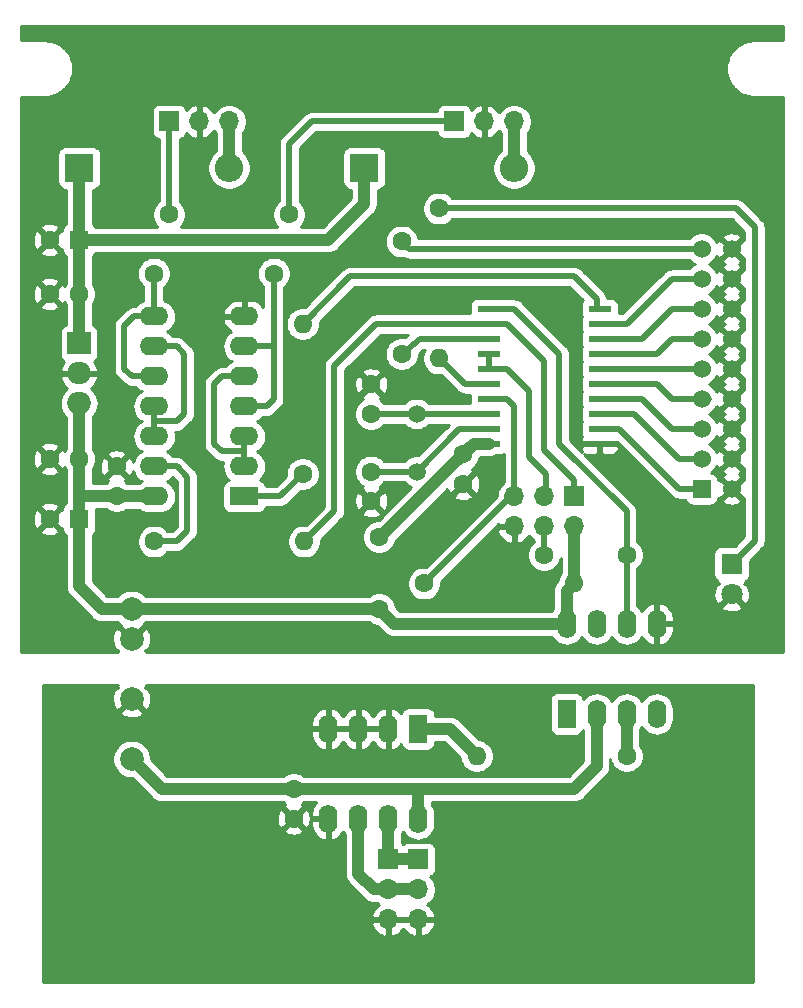
<source format=gbr>
G04 #@! TF.GenerationSoftware,KiCad,Pcbnew,(5.1.12)-1*
G04 #@! TF.CreationDate,2022-07-24T17:57:49+02:00*
G04 #@! TF.ProjectId,DMX2SGM,444d5832-5347-44d2-9e6b-696361645f70,0.2*
G04 #@! TF.SameCoordinates,Original*
G04 #@! TF.FileFunction,Copper,L2,Bot*
G04 #@! TF.FilePolarity,Positive*
%FSLAX46Y46*%
G04 Gerber Fmt 4.6, Leading zero omitted, Abs format (unit mm)*
G04 Created by KiCad (PCBNEW (5.1.12)-1) date 2022-07-24 17:57:49*
%MOMM*%
%LPD*%
G01*
G04 APERTURE LIST*
G04 #@! TA.AperFunction,ComponentPad*
%ADD10O,1.600000X1.600000*%
G04 #@! TD*
G04 #@! TA.AperFunction,ComponentPad*
%ADD11C,1.600000*%
G04 #@! TD*
G04 #@! TA.AperFunction,ComponentPad*
%ADD12O,2.400000X2.400000*%
G04 #@! TD*
G04 #@! TA.AperFunction,ComponentPad*
%ADD13R,2.400000X2.400000*%
G04 #@! TD*
G04 #@! TA.AperFunction,ComponentPad*
%ADD14C,1.500000*%
G04 #@! TD*
G04 #@! TA.AperFunction,ComponentPad*
%ADD15O,2.400000X1.600000*%
G04 #@! TD*
G04 #@! TA.AperFunction,ComponentPad*
%ADD16R,2.400000X1.600000*%
G04 #@! TD*
G04 #@! TA.AperFunction,ComponentPad*
%ADD17O,2.000000X1.905000*%
G04 #@! TD*
G04 #@! TA.AperFunction,ComponentPad*
%ADD18R,2.000000X1.905000*%
G04 #@! TD*
G04 #@! TA.AperFunction,ComponentPad*
%ADD19R,1.600000X1.600000*%
G04 #@! TD*
G04 #@! TA.AperFunction,ComponentPad*
%ADD20O,1.600000X2.400000*%
G04 #@! TD*
G04 #@! TA.AperFunction,ComponentPad*
%ADD21R,1.600000X2.400000*%
G04 #@! TD*
G04 #@! TA.AperFunction,ComponentPad*
%ADD22O,1.700000X1.700000*%
G04 #@! TD*
G04 #@! TA.AperFunction,ComponentPad*
%ADD23R,1.700000X1.700000*%
G04 #@! TD*
G04 #@! TA.AperFunction,ComponentPad*
%ADD24C,1.800000*%
G04 #@! TD*
G04 #@! TA.AperFunction,ComponentPad*
%ADD25R,1.800000X1.800000*%
G04 #@! TD*
G04 #@! TA.AperFunction,ComponentPad*
%ADD26C,1.524000*%
G04 #@! TD*
G04 #@! TA.AperFunction,ComponentPad*
%ADD27R,1.524000X1.524000*%
G04 #@! TD*
G04 #@! TA.AperFunction,ComponentPad*
%ADD28C,2.000000*%
G04 #@! TD*
G04 #@! TA.AperFunction,SMDPad,CuDef*
%ADD29R,1.950000X0.600000*%
G04 #@! TD*
G04 #@! TA.AperFunction,ViaPad*
%ADD30C,1.600000*%
G04 #@! TD*
G04 #@! TA.AperFunction,Conductor*
%ADD31C,1.000000*%
G04 #@! TD*
G04 #@! TA.AperFunction,Conductor*
%ADD32C,0.520000*%
G04 #@! TD*
G04 #@! TA.AperFunction,Conductor*
%ADD33C,0.254000*%
G04 #@! TD*
G04 #@! TA.AperFunction,Conductor*
%ADD34C,0.100000*%
G04 #@! TD*
G04 APERTURE END LIST*
D10*
X84963000Y-75565000D03*
D11*
X84963000Y-88265000D03*
D12*
X102870000Y-62357000D03*
D13*
X90170000Y-62357000D03*
D14*
X94615000Y-88065000D03*
X94615000Y-83185000D03*
D15*
X72390000Y-90170000D03*
X80010000Y-74930000D03*
X72390000Y-87630000D03*
X80010000Y-77470000D03*
X72390000Y-85090000D03*
X80010000Y-80010000D03*
X72390000Y-82550000D03*
X80010000Y-82550000D03*
X72390000Y-80010000D03*
X80010000Y-85090000D03*
X72390000Y-77470000D03*
X80010000Y-87630000D03*
X72390000Y-74930000D03*
D16*
X80010000Y-90170000D03*
D17*
X66040000Y-82296000D03*
X66040000Y-79756000D03*
D18*
X66040000Y-77216000D03*
D11*
X63540000Y-86995000D03*
X66040000Y-86995000D03*
X69215000Y-87630000D03*
X69215000Y-90130000D03*
X63540000Y-92075000D03*
D19*
X66040000Y-92075000D03*
D11*
X63540000Y-73025000D03*
X66040000Y-73025000D03*
X63540000Y-68453000D03*
D19*
X66040000Y-68453000D03*
D20*
X107315000Y-100965000D03*
X114935000Y-108585000D03*
X109855000Y-100965000D03*
X112395000Y-108585000D03*
X112395000Y-100965000D03*
X109855000Y-108585000D03*
X114935000Y-100965000D03*
D21*
X107315000Y-108585000D03*
D20*
X94742000Y-117475000D03*
X87122000Y-109855000D03*
X92202000Y-117475000D03*
X89662000Y-109855000D03*
X89662000Y-117475000D03*
X92202000Y-109855000D03*
X87122000Y-117475000D03*
D21*
X94742000Y-109855000D03*
D11*
X72360000Y-71294000D03*
X73660000Y-66294000D03*
X82520000Y-71294000D03*
X83820000Y-66294000D03*
D10*
X85090000Y-93980000D03*
D11*
X72390000Y-93980000D03*
D10*
X99695000Y-112141000D03*
D11*
X112395000Y-112141000D03*
D10*
X96520000Y-78486000D03*
D11*
X96520000Y-65786000D03*
D10*
X107950000Y-97536000D03*
D11*
X95250000Y-97536000D03*
D22*
X78740000Y-58420000D03*
X76200000Y-58420000D03*
D23*
X73660000Y-58420000D03*
D22*
X102870000Y-58420000D03*
X100330000Y-58420000D03*
D23*
X97790000Y-58420000D03*
D22*
X94742000Y-125984000D03*
X94742000Y-123444000D03*
D23*
X94742000Y-120904000D03*
D22*
X92202000Y-125984000D03*
X92202000Y-123444000D03*
D23*
X92202000Y-120904000D03*
D22*
X102870000Y-92710000D03*
X102870000Y-90170000D03*
X105410000Y-92710000D03*
X105410000Y-90170000D03*
X107950000Y-92710000D03*
D23*
X107950000Y-90170000D03*
D12*
X78740000Y-62357000D03*
D13*
X66040000Y-62357000D03*
D24*
X121285000Y-98425000D03*
D25*
X121285000Y-95885000D03*
D11*
X90765000Y-80685000D03*
X90765000Y-83185000D03*
X84201000Y-117435000D03*
X84201000Y-114935000D03*
X90765000Y-88065000D03*
X90765000Y-90565000D03*
X98552000Y-89114000D03*
X98552000Y-86614000D03*
D26*
X121285000Y-89535000D03*
X121285000Y-86995000D03*
X121285000Y-84455000D03*
X121285000Y-81915000D03*
X121285000Y-79375000D03*
X121285000Y-76835000D03*
X121285000Y-74295000D03*
X121285000Y-71755000D03*
X121285000Y-69215000D03*
X118745000Y-69215000D03*
X118745000Y-71755000D03*
X118745000Y-74295000D03*
X118745000Y-76835000D03*
X118745000Y-79375000D03*
X118745000Y-81915000D03*
X118745000Y-84455000D03*
X118745000Y-86995000D03*
D27*
X118745000Y-89535000D03*
D28*
X70485000Y-99695000D03*
X70485000Y-102235000D03*
X70485000Y-107315000D03*
X70485000Y-112395000D03*
D29*
X110110000Y-74295000D03*
X110110000Y-75565000D03*
X110110000Y-76835000D03*
X110110000Y-78105000D03*
X110110000Y-79375000D03*
X110110000Y-80645000D03*
X110110000Y-81915000D03*
X110110000Y-83185000D03*
X110110000Y-84455000D03*
X110110000Y-85725000D03*
X100710000Y-85725000D03*
X100710000Y-84455000D03*
X100710000Y-83185000D03*
X100710000Y-81915000D03*
X100710000Y-80645000D03*
X100710000Y-79375000D03*
X100710000Y-78105000D03*
X100710000Y-76835000D03*
X100710000Y-75565000D03*
X100710000Y-74295000D03*
D30*
X91440000Y-93599000D03*
X91440000Y-99695000D03*
X111760000Y-87630000D03*
X101219000Y-87630000D03*
X112395000Y-95123000D03*
X105410000Y-95123000D03*
X93345000Y-68580000D03*
X93345000Y-78105000D03*
D31*
X72390000Y-90170000D02*
X69850000Y-90170000D01*
X69810000Y-90130000D02*
X69850000Y-90170000D01*
X69215000Y-90130000D02*
X69810000Y-90130000D01*
X66080000Y-90130000D02*
X66040000Y-90170000D01*
X69215000Y-90130000D02*
X66080000Y-90130000D01*
X66040000Y-81915000D02*
X66040000Y-90170000D01*
X66040000Y-90170000D02*
X66040000Y-97790000D01*
X66040000Y-97790000D02*
X67945000Y-99695000D01*
X67945000Y-99695000D02*
X70485000Y-99695000D01*
X92710000Y-100965000D02*
X107315000Y-100965000D01*
X92710000Y-100965000D02*
X91440000Y-99695000D01*
X91440000Y-99695000D02*
X70485000Y-99695000D01*
X99060000Y-86106000D02*
X99441000Y-85725000D01*
X98806000Y-86360000D02*
X99441000Y-85725000D01*
X107950000Y-92710000D02*
X107950000Y-97536000D01*
X107315000Y-98171000D02*
X107950000Y-97536000D01*
X107315000Y-100965000D02*
X107315000Y-98171000D01*
X96456500Y-88709500D02*
X99441000Y-85725000D01*
X97536000Y-87630000D02*
X96456500Y-88709500D01*
X96456500Y-88709500D02*
X91440000Y-93726000D01*
X91440000Y-93726000D02*
X98552000Y-86614000D01*
X99441000Y-85725000D02*
X98552000Y-86614000D01*
X100710000Y-85725000D02*
X99441000Y-85725000D01*
X109855000Y-113030000D02*
X109855000Y-108585000D01*
X107950000Y-114935000D02*
X109855000Y-113030000D01*
X70485000Y-112395000D02*
X73025000Y-114935000D01*
X73025000Y-114935000D02*
X84455000Y-114935000D01*
X94742000Y-114935000D02*
X107950000Y-114935000D01*
X94742000Y-117475000D02*
X94742000Y-114935000D01*
X84455000Y-114935000D02*
X94742000Y-114935000D01*
D32*
X94615000Y-83185000D02*
X91400000Y-83185000D01*
X100710000Y-83185000D02*
X98171000Y-83185000D01*
X98171000Y-83185000D02*
X94615000Y-83185000D01*
X98805000Y-83185000D02*
X98171000Y-83185000D01*
D31*
X66040000Y-68580000D02*
X66040000Y-72898000D01*
X66040000Y-72898000D02*
X66040000Y-77216000D01*
X87122000Y-68453000D02*
X90170000Y-65405000D01*
X66040000Y-68453000D02*
X87122000Y-68453000D01*
X66040000Y-62357000D02*
X66040000Y-68453000D01*
X90170000Y-62357000D02*
X90170000Y-65405000D01*
D32*
X121920000Y-66040000D02*
X123265000Y-67385000D01*
X121666000Y-65786000D02*
X123265000Y-67385000D01*
X96520000Y-65786000D02*
X121666000Y-65786000D01*
X121285000Y-95885000D02*
X123265000Y-93905000D01*
X123265000Y-67385000D02*
X123265000Y-93905000D01*
X102235000Y-75565000D02*
X105410000Y-78740000D01*
X100710000Y-75565000D02*
X102235000Y-75565000D01*
X107950000Y-90170000D02*
X107950000Y-88773000D01*
X107950000Y-88773000D02*
X105410000Y-86233000D01*
X105410000Y-78740000D02*
X105410000Y-86233000D01*
X91186000Y-75565000D02*
X100710000Y-75565000D01*
X87630000Y-79121000D02*
X91186000Y-75565000D01*
X87630000Y-91440000D02*
X87630000Y-79121000D01*
X85090000Y-93980000D02*
X87630000Y-91440000D01*
X100710000Y-78105000D02*
X100710000Y-79375000D01*
X100710000Y-79375000D02*
X102235000Y-79375000D01*
X105537000Y-88265000D02*
X104140000Y-86868000D01*
X105537000Y-90170000D02*
X105537000Y-88265000D01*
X104140000Y-81280000D02*
X104140000Y-86868000D01*
X102235000Y-79375000D02*
X104140000Y-81280000D01*
X112395000Y-100965000D02*
X112395000Y-95123000D01*
X102870000Y-74295000D02*
X106680000Y-78105000D01*
X100710000Y-74295000D02*
X102870000Y-74295000D01*
X106680000Y-78105000D02*
X106680000Y-85725000D01*
X112395000Y-91440000D02*
X106680000Y-85725000D01*
X112395000Y-95123000D02*
X112395000Y-91440000D01*
X105410000Y-92710000D02*
X105410000Y-95123000D01*
X102235000Y-81915000D02*
X100710000Y-81915000D01*
X102616000Y-90170000D02*
X102870000Y-90170000D01*
X95250000Y-97536000D02*
X102616000Y-90170000D01*
X102870000Y-90170000D02*
X102870000Y-89154000D01*
X102235000Y-81915000D02*
X102870000Y-82550000D01*
X102870000Y-82550000D02*
X102870000Y-90170000D01*
X98679000Y-80645000D02*
X100710000Y-80645000D01*
X96520000Y-78486000D02*
X98679000Y-80645000D01*
X80010000Y-77470000D02*
X79375000Y-77470000D01*
X80010000Y-82550000D02*
X81915000Y-82550000D01*
X82520000Y-81945000D02*
X81915000Y-82550000D01*
X82490000Y-77470000D02*
X82520000Y-77440000D01*
X80010000Y-77470000D02*
X82490000Y-77470000D01*
X82520000Y-77440000D02*
X82520000Y-81945000D01*
X82520000Y-71294000D02*
X82520000Y-77440000D01*
X72470000Y-74850000D02*
X72390000Y-74930000D01*
X72390000Y-71705000D02*
X72360000Y-71675000D01*
X70670000Y-74930000D02*
X69850000Y-75750000D01*
X72390000Y-74930000D02*
X70670000Y-74930000D01*
X69850000Y-79375000D02*
X70485000Y-80010000D01*
X69850000Y-75750000D02*
X69850000Y-79375000D01*
X72390000Y-80010000D02*
X70485000Y-80010000D01*
X72360000Y-74900000D02*
X72390000Y-74930000D01*
X72360000Y-71294000D02*
X72360000Y-74900000D01*
X100710000Y-84455000D02*
X98425000Y-84455000D01*
X91409500Y-88065000D02*
X91400000Y-88074500D01*
X94615000Y-88065000D02*
X91409500Y-88065000D01*
X98225000Y-84455000D02*
X100710000Y-84455000D01*
X94615000Y-88065000D02*
X98225000Y-84455000D01*
D31*
X97409000Y-109855000D02*
X99695000Y-112141000D01*
X94742000Y-109855000D02*
X97409000Y-109855000D01*
X112395000Y-112141000D02*
X112395000Y-108585000D01*
D32*
X80010000Y-86360000D02*
X80010000Y-85090000D01*
X80010000Y-87630000D02*
X80010000Y-86360000D01*
X78105000Y-80010000D02*
X80010000Y-80010000D01*
X77470000Y-80645000D02*
X78105000Y-80010000D01*
X77470000Y-85725000D02*
X77470000Y-80645000D01*
X78105000Y-86360000D02*
X77470000Y-85725000D01*
X80010000Y-86360000D02*
X78105000Y-86360000D01*
X72390000Y-83820000D02*
X72390000Y-82550000D01*
X72390000Y-85090000D02*
X72390000Y-84455000D01*
X72390000Y-84455000D02*
X72390000Y-83820000D01*
X74295000Y-83820000D02*
X72390000Y-83820000D01*
X74930000Y-83185000D02*
X74295000Y-83820000D01*
X74930000Y-78105000D02*
X74930000Y-83185000D01*
X72390000Y-77470000D02*
X74295000Y-77470000D01*
X74295000Y-77470000D02*
X74930000Y-78105000D01*
X107915000Y-71535000D02*
X109855000Y-73475000D01*
X109855000Y-73475000D02*
X109855000Y-74295000D01*
X88993000Y-71535000D02*
X107950000Y-71535000D01*
X84963000Y-75565000D02*
X88993000Y-71535000D01*
D31*
X102870000Y-62357000D02*
X102870000Y-58420000D01*
X78740000Y-58420000D02*
X78740000Y-62357000D01*
D32*
X97790000Y-58420000D02*
X85725000Y-58420000D01*
X83820000Y-60325000D02*
X85725000Y-58420000D01*
X83820000Y-66294000D02*
X83820000Y-60325000D01*
X93345000Y-78105000D02*
X94870000Y-76835000D01*
X100965000Y-76835000D02*
X94870000Y-76835000D01*
X93980000Y-69215000D02*
X93345000Y-68580000D01*
X118745000Y-69215000D02*
X93980000Y-69215000D01*
X112395000Y-75565000D02*
X116205000Y-71755000D01*
X112395000Y-75565000D02*
X110110000Y-75565000D01*
X118745000Y-71755000D02*
X116205000Y-71755000D01*
X116205000Y-74295000D02*
X113665000Y-76835000D01*
X113665000Y-76835000D02*
X110110000Y-76835000D01*
X118745000Y-74295000D02*
X116205000Y-74295000D01*
X114935000Y-78105000D02*
X116205000Y-76835000D01*
X114935000Y-78105000D02*
X110110000Y-78105000D01*
X118745000Y-76835000D02*
X116205000Y-76835000D01*
X118745000Y-79375000D02*
X110110000Y-79375000D01*
X116205000Y-81915000D02*
X114935000Y-80645000D01*
X110110000Y-80645000D02*
X114935000Y-80645000D01*
X118745000Y-81915000D02*
X119380000Y-81915000D01*
X118745000Y-81915000D02*
X116205000Y-81915000D01*
X113665000Y-81915000D02*
X110110000Y-81915000D01*
X113665000Y-81915000D02*
X116205000Y-84455000D01*
X116205000Y-84455000D02*
X118745000Y-84455000D01*
X113030000Y-83185000D02*
X110110000Y-83185000D01*
X118745000Y-86995000D02*
X116840000Y-86995000D01*
X116840000Y-86995000D02*
X113030000Y-83185000D01*
X116840000Y-89535000D02*
X111760000Y-84455000D01*
X111760000Y-84455000D02*
X110110000Y-84455000D01*
X118745000Y-89535000D02*
X116840000Y-89535000D01*
X73660000Y-58420000D02*
X73660000Y-66294000D01*
D31*
X92202000Y-123444000D02*
X94742000Y-123444000D01*
X90999919Y-123444000D02*
X92202000Y-123444000D01*
X89662000Y-122106081D02*
X90999919Y-123444000D01*
X89662000Y-117602000D02*
X89662000Y-122106081D01*
X89662000Y-117475000D02*
X89662000Y-122106081D01*
D32*
X72390000Y-87630000D02*
X72790000Y-87630000D01*
X72390000Y-87630000D02*
X74295000Y-87630000D01*
X74295000Y-87630000D02*
X75184000Y-88519000D01*
X75184000Y-88519000D02*
X75184000Y-93091000D01*
X74295000Y-93980000D02*
X72390000Y-93980000D01*
X75184000Y-93091000D02*
X74295000Y-93980000D01*
X80010000Y-90170000D02*
X83058000Y-90170000D01*
X84963000Y-88265000D02*
X83058000Y-90170000D01*
D31*
X92202000Y-120904000D02*
X94742000Y-120904000D01*
X92202000Y-117602000D02*
X92202000Y-120904000D01*
X92202000Y-117475000D02*
X92202000Y-120904000D01*
D33*
X69233917Y-106243525D02*
X69349585Y-106359193D01*
X69085186Y-106454956D01*
X68944296Y-106744571D01*
X68862616Y-107056108D01*
X68843282Y-107377595D01*
X68887039Y-107696675D01*
X68992205Y-108001088D01*
X69085186Y-108175044D01*
X69349587Y-108270808D01*
X70305395Y-107315000D01*
X70291253Y-107300858D01*
X70470858Y-107121253D01*
X70485000Y-107135395D01*
X70499143Y-107121253D01*
X70678748Y-107300858D01*
X70664605Y-107315000D01*
X71620413Y-108270808D01*
X71884814Y-108175044D01*
X72025704Y-107885429D01*
X72107384Y-107573892D01*
X72126718Y-107252405D01*
X72082961Y-106933325D01*
X71977795Y-106628912D01*
X71884814Y-106454956D01*
X71620415Y-106359193D01*
X71736083Y-106243525D01*
X71664558Y-106172000D01*
X123063000Y-106172000D01*
X123063000Y-131318000D01*
X62992000Y-131318000D01*
X62992000Y-126340890D01*
X90760524Y-126340890D01*
X90805175Y-126488099D01*
X90930359Y-126750920D01*
X91104412Y-126984269D01*
X91320645Y-127179178D01*
X91570748Y-127328157D01*
X91845109Y-127425481D01*
X92075000Y-127304814D01*
X92075000Y-126111000D01*
X92329000Y-126111000D01*
X92329000Y-127304814D01*
X92558891Y-127425481D01*
X92833252Y-127328157D01*
X93083355Y-127179178D01*
X93299588Y-126984269D01*
X93472000Y-126753120D01*
X93644412Y-126984269D01*
X93860645Y-127179178D01*
X94110748Y-127328157D01*
X94385109Y-127425481D01*
X94615000Y-127304814D01*
X94615000Y-126111000D01*
X94869000Y-126111000D01*
X94869000Y-127304814D01*
X95098891Y-127425481D01*
X95373252Y-127328157D01*
X95623355Y-127179178D01*
X95839588Y-126984269D01*
X96013641Y-126750920D01*
X96138825Y-126488099D01*
X96183476Y-126340890D01*
X96062155Y-126111000D01*
X94869000Y-126111000D01*
X94615000Y-126111000D01*
X92329000Y-126111000D01*
X92075000Y-126111000D01*
X90881845Y-126111000D01*
X90760524Y-126340890D01*
X62992000Y-126340890D01*
X62992000Y-118427702D01*
X83387903Y-118427702D01*
X83459486Y-118671671D01*
X83714996Y-118792571D01*
X83989184Y-118861300D01*
X84271512Y-118875217D01*
X84551130Y-118833787D01*
X84817292Y-118738603D01*
X84942514Y-118671671D01*
X85014097Y-118427702D01*
X84201000Y-117614605D01*
X83387903Y-118427702D01*
X62992000Y-118427702D01*
X62992000Y-117505512D01*
X82760783Y-117505512D01*
X82802213Y-117785130D01*
X82897397Y-118051292D01*
X82964329Y-118176514D01*
X83208298Y-118248097D01*
X84021395Y-117435000D01*
X84380605Y-117435000D01*
X85193702Y-118248097D01*
X85437671Y-118176514D01*
X85558571Y-117921004D01*
X85627300Y-117646816D01*
X85629509Y-117602000D01*
X85687000Y-117602000D01*
X85687000Y-118002000D01*
X85739350Y-118279514D01*
X85844834Y-118541483D01*
X85999399Y-118777839D01*
X86197105Y-118979500D01*
X86430354Y-119138715D01*
X86690182Y-119249367D01*
X86772961Y-119266904D01*
X86995000Y-119144915D01*
X86995000Y-117602000D01*
X85687000Y-117602000D01*
X85629509Y-117602000D01*
X85641217Y-117364488D01*
X85599787Y-117084870D01*
X85504603Y-116818708D01*
X85437671Y-116693486D01*
X85193702Y-116621903D01*
X84380605Y-117435000D01*
X84021395Y-117435000D01*
X83208298Y-116621903D01*
X82964329Y-116693486D01*
X82843429Y-116948996D01*
X82774700Y-117223184D01*
X82760783Y-117505512D01*
X62992000Y-117505512D01*
X62992000Y-112233967D01*
X68850000Y-112233967D01*
X68850000Y-112556033D01*
X68912832Y-112871912D01*
X69036082Y-113169463D01*
X69215013Y-113437252D01*
X69442748Y-113664987D01*
X69710537Y-113843918D01*
X70008088Y-113967168D01*
X70323967Y-114030000D01*
X70514869Y-114030000D01*
X72183009Y-115698141D01*
X72218551Y-115741449D01*
X72391377Y-115883284D01*
X72588553Y-115988676D01*
X72802501Y-116053577D01*
X72969248Y-116070000D01*
X72969257Y-116070000D01*
X73024999Y-116075490D01*
X73080741Y-116070000D01*
X83316716Y-116070000D01*
X83486869Y-116183692D01*
X83459486Y-116198329D01*
X83387903Y-116442298D01*
X84201000Y-117255395D01*
X85014097Y-116442298D01*
X84942514Y-116198329D01*
X84913659Y-116184676D01*
X85085284Y-116070000D01*
X86099556Y-116070000D01*
X85999399Y-116172161D01*
X85844834Y-116408517D01*
X85739350Y-116670486D01*
X85687000Y-116948000D01*
X85687000Y-117348000D01*
X86995000Y-117348000D01*
X86995000Y-117328000D01*
X87249000Y-117328000D01*
X87249000Y-117348000D01*
X87269000Y-117348000D01*
X87269000Y-117602000D01*
X87249000Y-117602000D01*
X87249000Y-119144915D01*
X87471039Y-119266904D01*
X87553818Y-119249367D01*
X87813646Y-119138715D01*
X88046895Y-118979500D01*
X88244601Y-118777839D01*
X88394735Y-118548258D01*
X88463068Y-118676100D01*
X88527000Y-118754002D01*
X88527001Y-119929518D01*
X88527001Y-122050320D01*
X88521509Y-122106081D01*
X88543423Y-122328579D01*
X88608324Y-122542527D01*
X88608325Y-122542528D01*
X88713717Y-122739704D01*
X88855552Y-122912530D01*
X88898860Y-122948072D01*
X90157927Y-124207140D01*
X90193470Y-124250449D01*
X90366296Y-124392284D01*
X90563472Y-124497676D01*
X90727624Y-124547471D01*
X90777419Y-124562577D01*
X90798412Y-124564644D01*
X90944167Y-124579000D01*
X90944174Y-124579000D01*
X90999918Y-124584490D01*
X91055662Y-124579000D01*
X91236893Y-124579000D01*
X91255368Y-124597475D01*
X91437534Y-124719195D01*
X91320645Y-124788822D01*
X91104412Y-124983731D01*
X90930359Y-125217080D01*
X90805175Y-125479901D01*
X90760524Y-125627110D01*
X90881845Y-125857000D01*
X92075000Y-125857000D01*
X92075000Y-125837000D01*
X92329000Y-125837000D01*
X92329000Y-125857000D01*
X94615000Y-125857000D01*
X94615000Y-125837000D01*
X94869000Y-125837000D01*
X94869000Y-125857000D01*
X96062155Y-125857000D01*
X96183476Y-125627110D01*
X96138825Y-125479901D01*
X96013641Y-125217080D01*
X95839588Y-124983731D01*
X95623355Y-124788822D01*
X95506466Y-124719195D01*
X95688632Y-124597475D01*
X95895475Y-124390632D01*
X96057990Y-124147411D01*
X96169932Y-123877158D01*
X96227000Y-123590260D01*
X96227000Y-123297740D01*
X96169932Y-123010842D01*
X96057990Y-122740589D01*
X95895475Y-122497368D01*
X95763620Y-122365513D01*
X95836180Y-122343502D01*
X95946494Y-122284537D01*
X96043185Y-122205185D01*
X96122537Y-122108494D01*
X96181502Y-121998180D01*
X96217812Y-121878482D01*
X96230072Y-121754000D01*
X96230072Y-120054000D01*
X96217812Y-119929518D01*
X96181502Y-119809820D01*
X96122537Y-119699506D01*
X96043185Y-119602815D01*
X95946494Y-119523463D01*
X95836180Y-119464498D01*
X95716482Y-119428188D01*
X95592000Y-119415928D01*
X93892000Y-119415928D01*
X93767518Y-119428188D01*
X93647820Y-119464498D01*
X93537506Y-119523463D01*
X93472000Y-119577222D01*
X93406494Y-119523463D01*
X93337000Y-119486317D01*
X93337000Y-118754002D01*
X93400932Y-118676101D01*
X93472000Y-118543142D01*
X93543068Y-118676100D01*
X93722392Y-118894607D01*
X93940899Y-119073932D01*
X94190192Y-119207182D01*
X94460691Y-119289236D01*
X94742000Y-119316943D01*
X95023308Y-119289236D01*
X95293807Y-119207182D01*
X95543100Y-119073932D01*
X95761607Y-118894608D01*
X95940932Y-118676101D01*
X96074182Y-118426808D01*
X96156236Y-118156309D01*
X96177000Y-117945492D01*
X96177000Y-117004509D01*
X96156236Y-116793691D01*
X96074182Y-116523192D01*
X95940932Y-116273899D01*
X95877000Y-116195998D01*
X95877000Y-116070000D01*
X107894249Y-116070000D01*
X107950000Y-116075491D01*
X108005751Y-116070000D01*
X108005752Y-116070000D01*
X108172499Y-116053577D01*
X108386447Y-115988676D01*
X108583623Y-115883284D01*
X108756449Y-115741449D01*
X108791996Y-115698135D01*
X110618141Y-113871991D01*
X110661449Y-113836449D01*
X110803284Y-113663623D01*
X110908676Y-113466447D01*
X110973577Y-113252499D01*
X110990000Y-113085752D01*
X110990000Y-113085751D01*
X110995491Y-113030000D01*
X110990000Y-112974248D01*
X110990000Y-112433153D01*
X111015147Y-112559574D01*
X111123320Y-112820727D01*
X111280363Y-113055759D01*
X111480241Y-113255637D01*
X111715273Y-113412680D01*
X111976426Y-113520853D01*
X112253665Y-113576000D01*
X112536335Y-113576000D01*
X112813574Y-113520853D01*
X113074727Y-113412680D01*
X113309759Y-113255637D01*
X113509637Y-113055759D01*
X113666680Y-112820727D01*
X113774853Y-112559574D01*
X113830000Y-112282335D01*
X113830000Y-111999665D01*
X113774853Y-111722426D01*
X113666680Y-111461273D01*
X113530000Y-111256716D01*
X113530000Y-109864002D01*
X113593932Y-109786101D01*
X113665000Y-109653142D01*
X113736068Y-109786101D01*
X113915393Y-110004608D01*
X114133900Y-110183932D01*
X114383193Y-110317182D01*
X114653692Y-110399236D01*
X114935000Y-110426943D01*
X115216309Y-110399236D01*
X115486808Y-110317182D01*
X115736101Y-110183932D01*
X115954608Y-110004608D01*
X116133932Y-109786101D01*
X116267182Y-109536808D01*
X116349236Y-109266309D01*
X116370000Y-109055491D01*
X116370000Y-108114508D01*
X116349236Y-107903691D01*
X116267182Y-107633192D01*
X116133932Y-107383899D01*
X115954607Y-107165392D01*
X115736100Y-106986068D01*
X115486807Y-106852818D01*
X115216308Y-106770764D01*
X114935000Y-106743057D01*
X114653691Y-106770764D01*
X114383192Y-106852818D01*
X114133899Y-106986068D01*
X113915392Y-107165393D01*
X113736068Y-107383900D01*
X113665000Y-107516858D01*
X113593932Y-107383899D01*
X113414607Y-107165392D01*
X113196100Y-106986068D01*
X112946807Y-106852818D01*
X112676308Y-106770764D01*
X112395000Y-106743057D01*
X112113691Y-106770764D01*
X111843192Y-106852818D01*
X111593899Y-106986068D01*
X111375392Y-107165393D01*
X111196068Y-107383900D01*
X111125000Y-107516858D01*
X111053932Y-107383899D01*
X110874607Y-107165392D01*
X110656100Y-106986068D01*
X110406807Y-106852818D01*
X110136308Y-106770764D01*
X109855000Y-106743057D01*
X109573691Y-106770764D01*
X109303192Y-106852818D01*
X109053899Y-106986068D01*
X108835392Y-107165393D01*
X108742581Y-107278483D01*
X108740812Y-107260518D01*
X108704502Y-107140820D01*
X108645537Y-107030506D01*
X108566185Y-106933815D01*
X108469494Y-106854463D01*
X108359180Y-106795498D01*
X108239482Y-106759188D01*
X108115000Y-106746928D01*
X106515000Y-106746928D01*
X106390518Y-106759188D01*
X106270820Y-106795498D01*
X106160506Y-106854463D01*
X106063815Y-106933815D01*
X105984463Y-107030506D01*
X105925498Y-107140820D01*
X105889188Y-107260518D01*
X105876928Y-107385000D01*
X105876928Y-109785000D01*
X105889188Y-109909482D01*
X105925498Y-110029180D01*
X105984463Y-110139494D01*
X106063815Y-110236185D01*
X106160506Y-110315537D01*
X106270820Y-110374502D01*
X106390518Y-110410812D01*
X106515000Y-110423072D01*
X108115000Y-110423072D01*
X108239482Y-110410812D01*
X108359180Y-110374502D01*
X108469494Y-110315537D01*
X108566185Y-110236185D01*
X108645537Y-110139494D01*
X108704502Y-110029180D01*
X108720001Y-109978088D01*
X108720000Y-112559868D01*
X107479869Y-113800000D01*
X94797752Y-113800000D01*
X94742000Y-113794509D01*
X94686249Y-113800000D01*
X85085284Y-113800000D01*
X84880727Y-113663320D01*
X84619574Y-113555147D01*
X84342335Y-113500000D01*
X84059665Y-113500000D01*
X83782426Y-113555147D01*
X83521273Y-113663320D01*
X83316716Y-113800000D01*
X73495132Y-113800000D01*
X72120000Y-112424869D01*
X72120000Y-112233967D01*
X72057168Y-111918088D01*
X71933918Y-111620537D01*
X71754987Y-111352748D01*
X71527252Y-111125013D01*
X71259463Y-110946082D01*
X70961912Y-110822832D01*
X70646033Y-110760000D01*
X70323967Y-110760000D01*
X70008088Y-110822832D01*
X69710537Y-110946082D01*
X69442748Y-111125013D01*
X69215013Y-111352748D01*
X69036082Y-111620537D01*
X68912832Y-111918088D01*
X68850000Y-112233967D01*
X62992000Y-112233967D01*
X62992000Y-109982000D01*
X85687000Y-109982000D01*
X85687000Y-110382000D01*
X85739350Y-110659514D01*
X85844834Y-110921483D01*
X85999399Y-111157839D01*
X86197105Y-111359500D01*
X86430354Y-111518715D01*
X86690182Y-111629367D01*
X86772961Y-111646904D01*
X86995000Y-111524915D01*
X86995000Y-109982000D01*
X87249000Y-109982000D01*
X87249000Y-111524915D01*
X87471039Y-111646904D01*
X87553818Y-111629367D01*
X87813646Y-111518715D01*
X88046895Y-111359500D01*
X88244601Y-111157839D01*
X88392000Y-110932441D01*
X88539399Y-111157839D01*
X88737105Y-111359500D01*
X88970354Y-111518715D01*
X89230182Y-111629367D01*
X89312961Y-111646904D01*
X89535000Y-111524915D01*
X89535000Y-109982000D01*
X89789000Y-109982000D01*
X89789000Y-111524915D01*
X90011039Y-111646904D01*
X90093818Y-111629367D01*
X90353646Y-111518715D01*
X90586895Y-111359500D01*
X90784601Y-111157839D01*
X90932000Y-110932441D01*
X91079399Y-111157839D01*
X91277105Y-111359500D01*
X91510354Y-111518715D01*
X91770182Y-111629367D01*
X91852961Y-111646904D01*
X92075000Y-111524915D01*
X92075000Y-109982000D01*
X89789000Y-109982000D01*
X89535000Y-109982000D01*
X87249000Y-109982000D01*
X86995000Y-109982000D01*
X85687000Y-109982000D01*
X62992000Y-109982000D01*
X62992000Y-109328000D01*
X85687000Y-109328000D01*
X85687000Y-109728000D01*
X86995000Y-109728000D01*
X86995000Y-108185085D01*
X87249000Y-108185085D01*
X87249000Y-109728000D01*
X89535000Y-109728000D01*
X89535000Y-108185085D01*
X89789000Y-108185085D01*
X89789000Y-109728000D01*
X92075000Y-109728000D01*
X92075000Y-108185085D01*
X92329000Y-108185085D01*
X92329000Y-109728000D01*
X92349000Y-109728000D01*
X92349000Y-109982000D01*
X92329000Y-109982000D01*
X92329000Y-111524915D01*
X92551039Y-111646904D01*
X92633818Y-111629367D01*
X92893646Y-111518715D01*
X93126895Y-111359500D01*
X93315019Y-111167613D01*
X93316188Y-111179482D01*
X93352498Y-111299180D01*
X93411463Y-111409494D01*
X93490815Y-111506185D01*
X93587506Y-111585537D01*
X93697820Y-111644502D01*
X93817518Y-111680812D01*
X93942000Y-111693072D01*
X95542000Y-111693072D01*
X95666482Y-111680812D01*
X95786180Y-111644502D01*
X95896494Y-111585537D01*
X95993185Y-111506185D01*
X96072537Y-111409494D01*
X96131502Y-111299180D01*
X96167812Y-111179482D01*
X96180072Y-111055000D01*
X96180072Y-110990000D01*
X96938869Y-110990000D01*
X98267150Y-112318282D01*
X98315147Y-112559574D01*
X98423320Y-112820727D01*
X98580363Y-113055759D01*
X98780241Y-113255637D01*
X99015273Y-113412680D01*
X99276426Y-113520853D01*
X99553665Y-113576000D01*
X99836335Y-113576000D01*
X100113574Y-113520853D01*
X100374727Y-113412680D01*
X100609759Y-113255637D01*
X100809637Y-113055759D01*
X100966680Y-112820727D01*
X101074853Y-112559574D01*
X101130000Y-112282335D01*
X101130000Y-111999665D01*
X101074853Y-111722426D01*
X100966680Y-111461273D01*
X100809637Y-111226241D01*
X100609759Y-111026363D01*
X100374727Y-110869320D01*
X100113574Y-110761147D01*
X99872282Y-110713150D01*
X98250996Y-109091865D01*
X98215449Y-109048551D01*
X98042623Y-108906716D01*
X97845447Y-108801324D01*
X97631499Y-108736423D01*
X97464752Y-108720000D01*
X97464751Y-108720000D01*
X97409000Y-108714509D01*
X97353249Y-108720000D01*
X96180072Y-108720000D01*
X96180072Y-108655000D01*
X96167812Y-108530518D01*
X96131502Y-108410820D01*
X96072537Y-108300506D01*
X95993185Y-108203815D01*
X95896494Y-108124463D01*
X95786180Y-108065498D01*
X95666482Y-108029188D01*
X95542000Y-108016928D01*
X93942000Y-108016928D01*
X93817518Y-108029188D01*
X93697820Y-108065498D01*
X93587506Y-108124463D01*
X93490815Y-108203815D01*
X93411463Y-108300506D01*
X93352498Y-108410820D01*
X93316188Y-108530518D01*
X93315019Y-108542387D01*
X93126895Y-108350500D01*
X92893646Y-108191285D01*
X92633818Y-108080633D01*
X92551039Y-108063096D01*
X92329000Y-108185085D01*
X92075000Y-108185085D01*
X91852961Y-108063096D01*
X91770182Y-108080633D01*
X91510354Y-108191285D01*
X91277105Y-108350500D01*
X91079399Y-108552161D01*
X90932000Y-108777559D01*
X90784601Y-108552161D01*
X90586895Y-108350500D01*
X90353646Y-108191285D01*
X90093818Y-108080633D01*
X90011039Y-108063096D01*
X89789000Y-108185085D01*
X89535000Y-108185085D01*
X89312961Y-108063096D01*
X89230182Y-108080633D01*
X88970354Y-108191285D01*
X88737105Y-108350500D01*
X88539399Y-108552161D01*
X88392000Y-108777559D01*
X88244601Y-108552161D01*
X88046895Y-108350500D01*
X87813646Y-108191285D01*
X87553818Y-108080633D01*
X87471039Y-108063096D01*
X87249000Y-108185085D01*
X86995000Y-108185085D01*
X86772961Y-108063096D01*
X86690182Y-108080633D01*
X86430354Y-108191285D01*
X86197105Y-108350500D01*
X85999399Y-108552161D01*
X85844834Y-108788517D01*
X85739350Y-109050486D01*
X85687000Y-109328000D01*
X62992000Y-109328000D01*
X62992000Y-108450413D01*
X69529192Y-108450413D01*
X69624956Y-108714814D01*
X69914571Y-108855704D01*
X70226108Y-108937384D01*
X70547595Y-108956718D01*
X70866675Y-108912961D01*
X71171088Y-108807795D01*
X71345044Y-108714814D01*
X71440808Y-108450413D01*
X70485000Y-107494605D01*
X69529192Y-108450413D01*
X62992000Y-108450413D01*
X62992000Y-106172000D01*
X69305442Y-106172000D01*
X69233917Y-106243525D01*
G04 #@! TA.AperFunction,Conductor*
D34*
G36*
X69233917Y-106243525D02*
G01*
X69349585Y-106359193D01*
X69085186Y-106454956D01*
X68944296Y-106744571D01*
X68862616Y-107056108D01*
X68843282Y-107377595D01*
X68887039Y-107696675D01*
X68992205Y-108001088D01*
X69085186Y-108175044D01*
X69349587Y-108270808D01*
X70305395Y-107315000D01*
X70291253Y-107300858D01*
X70470858Y-107121253D01*
X70485000Y-107135395D01*
X70499143Y-107121253D01*
X70678748Y-107300858D01*
X70664605Y-107315000D01*
X71620413Y-108270808D01*
X71884814Y-108175044D01*
X72025704Y-107885429D01*
X72107384Y-107573892D01*
X72126718Y-107252405D01*
X72082961Y-106933325D01*
X71977795Y-106628912D01*
X71884814Y-106454956D01*
X71620415Y-106359193D01*
X71736083Y-106243525D01*
X71664558Y-106172000D01*
X123063000Y-106172000D01*
X123063000Y-131318000D01*
X62992000Y-131318000D01*
X62992000Y-126340890D01*
X90760524Y-126340890D01*
X90805175Y-126488099D01*
X90930359Y-126750920D01*
X91104412Y-126984269D01*
X91320645Y-127179178D01*
X91570748Y-127328157D01*
X91845109Y-127425481D01*
X92075000Y-127304814D01*
X92075000Y-126111000D01*
X92329000Y-126111000D01*
X92329000Y-127304814D01*
X92558891Y-127425481D01*
X92833252Y-127328157D01*
X93083355Y-127179178D01*
X93299588Y-126984269D01*
X93472000Y-126753120D01*
X93644412Y-126984269D01*
X93860645Y-127179178D01*
X94110748Y-127328157D01*
X94385109Y-127425481D01*
X94615000Y-127304814D01*
X94615000Y-126111000D01*
X94869000Y-126111000D01*
X94869000Y-127304814D01*
X95098891Y-127425481D01*
X95373252Y-127328157D01*
X95623355Y-127179178D01*
X95839588Y-126984269D01*
X96013641Y-126750920D01*
X96138825Y-126488099D01*
X96183476Y-126340890D01*
X96062155Y-126111000D01*
X94869000Y-126111000D01*
X94615000Y-126111000D01*
X92329000Y-126111000D01*
X92075000Y-126111000D01*
X90881845Y-126111000D01*
X90760524Y-126340890D01*
X62992000Y-126340890D01*
X62992000Y-118427702D01*
X83387903Y-118427702D01*
X83459486Y-118671671D01*
X83714996Y-118792571D01*
X83989184Y-118861300D01*
X84271512Y-118875217D01*
X84551130Y-118833787D01*
X84817292Y-118738603D01*
X84942514Y-118671671D01*
X85014097Y-118427702D01*
X84201000Y-117614605D01*
X83387903Y-118427702D01*
X62992000Y-118427702D01*
X62992000Y-117505512D01*
X82760783Y-117505512D01*
X82802213Y-117785130D01*
X82897397Y-118051292D01*
X82964329Y-118176514D01*
X83208298Y-118248097D01*
X84021395Y-117435000D01*
X84380605Y-117435000D01*
X85193702Y-118248097D01*
X85437671Y-118176514D01*
X85558571Y-117921004D01*
X85627300Y-117646816D01*
X85629509Y-117602000D01*
X85687000Y-117602000D01*
X85687000Y-118002000D01*
X85739350Y-118279514D01*
X85844834Y-118541483D01*
X85999399Y-118777839D01*
X86197105Y-118979500D01*
X86430354Y-119138715D01*
X86690182Y-119249367D01*
X86772961Y-119266904D01*
X86995000Y-119144915D01*
X86995000Y-117602000D01*
X85687000Y-117602000D01*
X85629509Y-117602000D01*
X85641217Y-117364488D01*
X85599787Y-117084870D01*
X85504603Y-116818708D01*
X85437671Y-116693486D01*
X85193702Y-116621903D01*
X84380605Y-117435000D01*
X84021395Y-117435000D01*
X83208298Y-116621903D01*
X82964329Y-116693486D01*
X82843429Y-116948996D01*
X82774700Y-117223184D01*
X82760783Y-117505512D01*
X62992000Y-117505512D01*
X62992000Y-112233967D01*
X68850000Y-112233967D01*
X68850000Y-112556033D01*
X68912832Y-112871912D01*
X69036082Y-113169463D01*
X69215013Y-113437252D01*
X69442748Y-113664987D01*
X69710537Y-113843918D01*
X70008088Y-113967168D01*
X70323967Y-114030000D01*
X70514869Y-114030000D01*
X72183009Y-115698141D01*
X72218551Y-115741449D01*
X72391377Y-115883284D01*
X72588553Y-115988676D01*
X72802501Y-116053577D01*
X72969248Y-116070000D01*
X72969257Y-116070000D01*
X73024999Y-116075490D01*
X73080741Y-116070000D01*
X83316716Y-116070000D01*
X83486869Y-116183692D01*
X83459486Y-116198329D01*
X83387903Y-116442298D01*
X84201000Y-117255395D01*
X85014097Y-116442298D01*
X84942514Y-116198329D01*
X84913659Y-116184676D01*
X85085284Y-116070000D01*
X86099556Y-116070000D01*
X85999399Y-116172161D01*
X85844834Y-116408517D01*
X85739350Y-116670486D01*
X85687000Y-116948000D01*
X85687000Y-117348000D01*
X86995000Y-117348000D01*
X86995000Y-117328000D01*
X87249000Y-117328000D01*
X87249000Y-117348000D01*
X87269000Y-117348000D01*
X87269000Y-117602000D01*
X87249000Y-117602000D01*
X87249000Y-119144915D01*
X87471039Y-119266904D01*
X87553818Y-119249367D01*
X87813646Y-119138715D01*
X88046895Y-118979500D01*
X88244601Y-118777839D01*
X88394735Y-118548258D01*
X88463068Y-118676100D01*
X88527000Y-118754002D01*
X88527001Y-119929518D01*
X88527001Y-122050320D01*
X88521509Y-122106081D01*
X88543423Y-122328579D01*
X88608324Y-122542527D01*
X88608325Y-122542528D01*
X88713717Y-122739704D01*
X88855552Y-122912530D01*
X88898860Y-122948072D01*
X90157927Y-124207140D01*
X90193470Y-124250449D01*
X90366296Y-124392284D01*
X90563472Y-124497676D01*
X90727624Y-124547471D01*
X90777419Y-124562577D01*
X90798412Y-124564644D01*
X90944167Y-124579000D01*
X90944174Y-124579000D01*
X90999918Y-124584490D01*
X91055662Y-124579000D01*
X91236893Y-124579000D01*
X91255368Y-124597475D01*
X91437534Y-124719195D01*
X91320645Y-124788822D01*
X91104412Y-124983731D01*
X90930359Y-125217080D01*
X90805175Y-125479901D01*
X90760524Y-125627110D01*
X90881845Y-125857000D01*
X92075000Y-125857000D01*
X92075000Y-125837000D01*
X92329000Y-125837000D01*
X92329000Y-125857000D01*
X94615000Y-125857000D01*
X94615000Y-125837000D01*
X94869000Y-125837000D01*
X94869000Y-125857000D01*
X96062155Y-125857000D01*
X96183476Y-125627110D01*
X96138825Y-125479901D01*
X96013641Y-125217080D01*
X95839588Y-124983731D01*
X95623355Y-124788822D01*
X95506466Y-124719195D01*
X95688632Y-124597475D01*
X95895475Y-124390632D01*
X96057990Y-124147411D01*
X96169932Y-123877158D01*
X96227000Y-123590260D01*
X96227000Y-123297740D01*
X96169932Y-123010842D01*
X96057990Y-122740589D01*
X95895475Y-122497368D01*
X95763620Y-122365513D01*
X95836180Y-122343502D01*
X95946494Y-122284537D01*
X96043185Y-122205185D01*
X96122537Y-122108494D01*
X96181502Y-121998180D01*
X96217812Y-121878482D01*
X96230072Y-121754000D01*
X96230072Y-120054000D01*
X96217812Y-119929518D01*
X96181502Y-119809820D01*
X96122537Y-119699506D01*
X96043185Y-119602815D01*
X95946494Y-119523463D01*
X95836180Y-119464498D01*
X95716482Y-119428188D01*
X95592000Y-119415928D01*
X93892000Y-119415928D01*
X93767518Y-119428188D01*
X93647820Y-119464498D01*
X93537506Y-119523463D01*
X93472000Y-119577222D01*
X93406494Y-119523463D01*
X93337000Y-119486317D01*
X93337000Y-118754002D01*
X93400932Y-118676101D01*
X93472000Y-118543142D01*
X93543068Y-118676100D01*
X93722392Y-118894607D01*
X93940899Y-119073932D01*
X94190192Y-119207182D01*
X94460691Y-119289236D01*
X94742000Y-119316943D01*
X95023308Y-119289236D01*
X95293807Y-119207182D01*
X95543100Y-119073932D01*
X95761607Y-118894608D01*
X95940932Y-118676101D01*
X96074182Y-118426808D01*
X96156236Y-118156309D01*
X96177000Y-117945492D01*
X96177000Y-117004509D01*
X96156236Y-116793691D01*
X96074182Y-116523192D01*
X95940932Y-116273899D01*
X95877000Y-116195998D01*
X95877000Y-116070000D01*
X107894249Y-116070000D01*
X107950000Y-116075491D01*
X108005751Y-116070000D01*
X108005752Y-116070000D01*
X108172499Y-116053577D01*
X108386447Y-115988676D01*
X108583623Y-115883284D01*
X108756449Y-115741449D01*
X108791996Y-115698135D01*
X110618141Y-113871991D01*
X110661449Y-113836449D01*
X110803284Y-113663623D01*
X110908676Y-113466447D01*
X110973577Y-113252499D01*
X110990000Y-113085752D01*
X110990000Y-113085751D01*
X110995491Y-113030000D01*
X110990000Y-112974248D01*
X110990000Y-112433153D01*
X111015147Y-112559574D01*
X111123320Y-112820727D01*
X111280363Y-113055759D01*
X111480241Y-113255637D01*
X111715273Y-113412680D01*
X111976426Y-113520853D01*
X112253665Y-113576000D01*
X112536335Y-113576000D01*
X112813574Y-113520853D01*
X113074727Y-113412680D01*
X113309759Y-113255637D01*
X113509637Y-113055759D01*
X113666680Y-112820727D01*
X113774853Y-112559574D01*
X113830000Y-112282335D01*
X113830000Y-111999665D01*
X113774853Y-111722426D01*
X113666680Y-111461273D01*
X113530000Y-111256716D01*
X113530000Y-109864002D01*
X113593932Y-109786101D01*
X113665000Y-109653142D01*
X113736068Y-109786101D01*
X113915393Y-110004608D01*
X114133900Y-110183932D01*
X114383193Y-110317182D01*
X114653692Y-110399236D01*
X114935000Y-110426943D01*
X115216309Y-110399236D01*
X115486808Y-110317182D01*
X115736101Y-110183932D01*
X115954608Y-110004608D01*
X116133932Y-109786101D01*
X116267182Y-109536808D01*
X116349236Y-109266309D01*
X116370000Y-109055491D01*
X116370000Y-108114508D01*
X116349236Y-107903691D01*
X116267182Y-107633192D01*
X116133932Y-107383899D01*
X115954607Y-107165392D01*
X115736100Y-106986068D01*
X115486807Y-106852818D01*
X115216308Y-106770764D01*
X114935000Y-106743057D01*
X114653691Y-106770764D01*
X114383192Y-106852818D01*
X114133899Y-106986068D01*
X113915392Y-107165393D01*
X113736068Y-107383900D01*
X113665000Y-107516858D01*
X113593932Y-107383899D01*
X113414607Y-107165392D01*
X113196100Y-106986068D01*
X112946807Y-106852818D01*
X112676308Y-106770764D01*
X112395000Y-106743057D01*
X112113691Y-106770764D01*
X111843192Y-106852818D01*
X111593899Y-106986068D01*
X111375392Y-107165393D01*
X111196068Y-107383900D01*
X111125000Y-107516858D01*
X111053932Y-107383899D01*
X110874607Y-107165392D01*
X110656100Y-106986068D01*
X110406807Y-106852818D01*
X110136308Y-106770764D01*
X109855000Y-106743057D01*
X109573691Y-106770764D01*
X109303192Y-106852818D01*
X109053899Y-106986068D01*
X108835392Y-107165393D01*
X108742581Y-107278483D01*
X108740812Y-107260518D01*
X108704502Y-107140820D01*
X108645537Y-107030506D01*
X108566185Y-106933815D01*
X108469494Y-106854463D01*
X108359180Y-106795498D01*
X108239482Y-106759188D01*
X108115000Y-106746928D01*
X106515000Y-106746928D01*
X106390518Y-106759188D01*
X106270820Y-106795498D01*
X106160506Y-106854463D01*
X106063815Y-106933815D01*
X105984463Y-107030506D01*
X105925498Y-107140820D01*
X105889188Y-107260518D01*
X105876928Y-107385000D01*
X105876928Y-109785000D01*
X105889188Y-109909482D01*
X105925498Y-110029180D01*
X105984463Y-110139494D01*
X106063815Y-110236185D01*
X106160506Y-110315537D01*
X106270820Y-110374502D01*
X106390518Y-110410812D01*
X106515000Y-110423072D01*
X108115000Y-110423072D01*
X108239482Y-110410812D01*
X108359180Y-110374502D01*
X108469494Y-110315537D01*
X108566185Y-110236185D01*
X108645537Y-110139494D01*
X108704502Y-110029180D01*
X108720001Y-109978088D01*
X108720000Y-112559868D01*
X107479869Y-113800000D01*
X94797752Y-113800000D01*
X94742000Y-113794509D01*
X94686249Y-113800000D01*
X85085284Y-113800000D01*
X84880727Y-113663320D01*
X84619574Y-113555147D01*
X84342335Y-113500000D01*
X84059665Y-113500000D01*
X83782426Y-113555147D01*
X83521273Y-113663320D01*
X83316716Y-113800000D01*
X73495132Y-113800000D01*
X72120000Y-112424869D01*
X72120000Y-112233967D01*
X72057168Y-111918088D01*
X71933918Y-111620537D01*
X71754987Y-111352748D01*
X71527252Y-111125013D01*
X71259463Y-110946082D01*
X70961912Y-110822832D01*
X70646033Y-110760000D01*
X70323967Y-110760000D01*
X70008088Y-110822832D01*
X69710537Y-110946082D01*
X69442748Y-111125013D01*
X69215013Y-111352748D01*
X69036082Y-111620537D01*
X68912832Y-111918088D01*
X68850000Y-112233967D01*
X62992000Y-112233967D01*
X62992000Y-109982000D01*
X85687000Y-109982000D01*
X85687000Y-110382000D01*
X85739350Y-110659514D01*
X85844834Y-110921483D01*
X85999399Y-111157839D01*
X86197105Y-111359500D01*
X86430354Y-111518715D01*
X86690182Y-111629367D01*
X86772961Y-111646904D01*
X86995000Y-111524915D01*
X86995000Y-109982000D01*
X87249000Y-109982000D01*
X87249000Y-111524915D01*
X87471039Y-111646904D01*
X87553818Y-111629367D01*
X87813646Y-111518715D01*
X88046895Y-111359500D01*
X88244601Y-111157839D01*
X88392000Y-110932441D01*
X88539399Y-111157839D01*
X88737105Y-111359500D01*
X88970354Y-111518715D01*
X89230182Y-111629367D01*
X89312961Y-111646904D01*
X89535000Y-111524915D01*
X89535000Y-109982000D01*
X89789000Y-109982000D01*
X89789000Y-111524915D01*
X90011039Y-111646904D01*
X90093818Y-111629367D01*
X90353646Y-111518715D01*
X90586895Y-111359500D01*
X90784601Y-111157839D01*
X90932000Y-110932441D01*
X91079399Y-111157839D01*
X91277105Y-111359500D01*
X91510354Y-111518715D01*
X91770182Y-111629367D01*
X91852961Y-111646904D01*
X92075000Y-111524915D01*
X92075000Y-109982000D01*
X89789000Y-109982000D01*
X89535000Y-109982000D01*
X87249000Y-109982000D01*
X86995000Y-109982000D01*
X85687000Y-109982000D01*
X62992000Y-109982000D01*
X62992000Y-109328000D01*
X85687000Y-109328000D01*
X85687000Y-109728000D01*
X86995000Y-109728000D01*
X86995000Y-108185085D01*
X87249000Y-108185085D01*
X87249000Y-109728000D01*
X89535000Y-109728000D01*
X89535000Y-108185085D01*
X89789000Y-108185085D01*
X89789000Y-109728000D01*
X92075000Y-109728000D01*
X92075000Y-108185085D01*
X92329000Y-108185085D01*
X92329000Y-109728000D01*
X92349000Y-109728000D01*
X92349000Y-109982000D01*
X92329000Y-109982000D01*
X92329000Y-111524915D01*
X92551039Y-111646904D01*
X92633818Y-111629367D01*
X92893646Y-111518715D01*
X93126895Y-111359500D01*
X93315019Y-111167613D01*
X93316188Y-111179482D01*
X93352498Y-111299180D01*
X93411463Y-111409494D01*
X93490815Y-111506185D01*
X93587506Y-111585537D01*
X93697820Y-111644502D01*
X93817518Y-111680812D01*
X93942000Y-111693072D01*
X95542000Y-111693072D01*
X95666482Y-111680812D01*
X95786180Y-111644502D01*
X95896494Y-111585537D01*
X95993185Y-111506185D01*
X96072537Y-111409494D01*
X96131502Y-111299180D01*
X96167812Y-111179482D01*
X96180072Y-111055000D01*
X96180072Y-110990000D01*
X96938869Y-110990000D01*
X98267150Y-112318282D01*
X98315147Y-112559574D01*
X98423320Y-112820727D01*
X98580363Y-113055759D01*
X98780241Y-113255637D01*
X99015273Y-113412680D01*
X99276426Y-113520853D01*
X99553665Y-113576000D01*
X99836335Y-113576000D01*
X100113574Y-113520853D01*
X100374727Y-113412680D01*
X100609759Y-113255637D01*
X100809637Y-113055759D01*
X100966680Y-112820727D01*
X101074853Y-112559574D01*
X101130000Y-112282335D01*
X101130000Y-111999665D01*
X101074853Y-111722426D01*
X100966680Y-111461273D01*
X100809637Y-111226241D01*
X100609759Y-111026363D01*
X100374727Y-110869320D01*
X100113574Y-110761147D01*
X99872282Y-110713150D01*
X98250996Y-109091865D01*
X98215449Y-109048551D01*
X98042623Y-108906716D01*
X97845447Y-108801324D01*
X97631499Y-108736423D01*
X97464752Y-108720000D01*
X97464751Y-108720000D01*
X97409000Y-108714509D01*
X97353249Y-108720000D01*
X96180072Y-108720000D01*
X96180072Y-108655000D01*
X96167812Y-108530518D01*
X96131502Y-108410820D01*
X96072537Y-108300506D01*
X95993185Y-108203815D01*
X95896494Y-108124463D01*
X95786180Y-108065498D01*
X95666482Y-108029188D01*
X95542000Y-108016928D01*
X93942000Y-108016928D01*
X93817518Y-108029188D01*
X93697820Y-108065498D01*
X93587506Y-108124463D01*
X93490815Y-108203815D01*
X93411463Y-108300506D01*
X93352498Y-108410820D01*
X93316188Y-108530518D01*
X93315019Y-108542387D01*
X93126895Y-108350500D01*
X92893646Y-108191285D01*
X92633818Y-108080633D01*
X92551039Y-108063096D01*
X92329000Y-108185085D01*
X92075000Y-108185085D01*
X91852961Y-108063096D01*
X91770182Y-108080633D01*
X91510354Y-108191285D01*
X91277105Y-108350500D01*
X91079399Y-108552161D01*
X90932000Y-108777559D01*
X90784601Y-108552161D01*
X90586895Y-108350500D01*
X90353646Y-108191285D01*
X90093818Y-108080633D01*
X90011039Y-108063096D01*
X89789000Y-108185085D01*
X89535000Y-108185085D01*
X89312961Y-108063096D01*
X89230182Y-108080633D01*
X88970354Y-108191285D01*
X88737105Y-108350500D01*
X88539399Y-108552161D01*
X88392000Y-108777559D01*
X88244601Y-108552161D01*
X88046895Y-108350500D01*
X87813646Y-108191285D01*
X87553818Y-108080633D01*
X87471039Y-108063096D01*
X87249000Y-108185085D01*
X86995000Y-108185085D01*
X86772961Y-108063096D01*
X86690182Y-108080633D01*
X86430354Y-108191285D01*
X86197105Y-108350500D01*
X85999399Y-108552161D01*
X85844834Y-108788517D01*
X85739350Y-109050486D01*
X85687000Y-109328000D01*
X62992000Y-109328000D01*
X62992000Y-108450413D01*
X69529192Y-108450413D01*
X69624956Y-108714814D01*
X69914571Y-108855704D01*
X70226108Y-108937384D01*
X70547595Y-108956718D01*
X70866675Y-108912961D01*
X71171088Y-108807795D01*
X71345044Y-108714814D01*
X71440808Y-108450413D01*
X70485000Y-107494605D01*
X69529192Y-108450413D01*
X62992000Y-108450413D01*
X62992000Y-106172000D01*
X69305442Y-106172000D01*
X69233917Y-106243525D01*
G37*
G04 #@! TD.AperFunction*
D33*
X125603000Y-51530000D02*
X123187581Y-51530000D01*
X123153862Y-51533321D01*
X123131161Y-51533321D01*
X123121996Y-51534284D01*
X122782586Y-51572355D01*
X122724089Y-51584789D01*
X122665395Y-51596411D01*
X122656592Y-51599136D01*
X122331039Y-51702407D01*
X122276092Y-51725958D01*
X122220751Y-51748767D01*
X122212645Y-51753150D01*
X121913351Y-51917688D01*
X121863979Y-51951494D01*
X121814168Y-51984588D01*
X121807068Y-51990462D01*
X121545433Y-52210000D01*
X121503589Y-52252730D01*
X121461135Y-52294888D01*
X121455310Y-52302030D01*
X121241300Y-52568205D01*
X121208547Y-52618257D01*
X121175094Y-52667852D01*
X121170771Y-52675984D01*
X121170768Y-52675988D01*
X121170768Y-52675989D01*
X121012534Y-52978663D01*
X120990138Y-53034095D01*
X120966944Y-53089271D01*
X120964281Y-53098093D01*
X120867850Y-53425738D01*
X120856652Y-53484439D01*
X120844612Y-53543095D01*
X120843713Y-53552266D01*
X120812759Y-53892401D01*
X120813177Y-53952217D01*
X120812759Y-54012033D01*
X120813658Y-54021205D01*
X120849358Y-54360874D01*
X120861390Y-54419486D01*
X120872595Y-54478231D01*
X120875259Y-54487053D01*
X120976255Y-54813319D01*
X120999435Y-54868462D01*
X121021844Y-54923927D01*
X121026171Y-54932064D01*
X121188616Y-55232500D01*
X121222061Y-55282084D01*
X121254821Y-55332147D01*
X121260646Y-55339288D01*
X121478351Y-55602449D01*
X121520823Y-55644626D01*
X121562651Y-55687339D01*
X121569751Y-55693213D01*
X121834426Y-55909076D01*
X121884250Y-55942179D01*
X121933606Y-55975974D01*
X121941713Y-55980357D01*
X122243274Y-56140701D01*
X122298580Y-56163496D01*
X122353563Y-56187062D01*
X122362366Y-56189787D01*
X122689329Y-56288503D01*
X122748000Y-56300120D01*
X122806521Y-56312559D01*
X122815686Y-56313522D01*
X123155596Y-56346850D01*
X123155598Y-56346850D01*
X123187581Y-56350000D01*
X125603000Y-56350000D01*
X125603000Y-103378000D01*
X71664558Y-103378000D01*
X71736083Y-103306475D01*
X71620415Y-103190807D01*
X71884814Y-103095044D01*
X72025704Y-102805429D01*
X72107384Y-102493892D01*
X72126718Y-102172405D01*
X72082961Y-101853325D01*
X71977795Y-101548912D01*
X71884814Y-101374956D01*
X71620413Y-101279192D01*
X70664605Y-102235000D01*
X70678748Y-102249143D01*
X70499143Y-102428748D01*
X70485000Y-102414605D01*
X70470858Y-102428748D01*
X70291253Y-102249143D01*
X70305395Y-102235000D01*
X69349587Y-101279192D01*
X69085186Y-101374956D01*
X68944296Y-101664571D01*
X68862616Y-101976108D01*
X68843282Y-102297595D01*
X68887039Y-102616675D01*
X68992205Y-102921088D01*
X69085186Y-103095044D01*
X69349585Y-103190807D01*
X69233917Y-103306475D01*
X69305442Y-103378000D01*
X61087000Y-103378000D01*
X61087000Y-93067702D01*
X62726903Y-93067702D01*
X62798486Y-93311671D01*
X63053996Y-93432571D01*
X63328184Y-93501300D01*
X63610512Y-93515217D01*
X63890130Y-93473787D01*
X64156292Y-93378603D01*
X64281514Y-93311671D01*
X64353097Y-93067702D01*
X63540000Y-92254605D01*
X62726903Y-93067702D01*
X61087000Y-93067702D01*
X61087000Y-92145512D01*
X62099783Y-92145512D01*
X62141213Y-92425130D01*
X62236397Y-92691292D01*
X62303329Y-92816514D01*
X62547298Y-92888097D01*
X63360395Y-92075000D01*
X62547298Y-91261903D01*
X62303329Y-91333486D01*
X62182429Y-91588996D01*
X62113700Y-91863184D01*
X62099783Y-92145512D01*
X61087000Y-92145512D01*
X61087000Y-91082298D01*
X62726903Y-91082298D01*
X63540000Y-91895395D01*
X64353097Y-91082298D01*
X64281514Y-90838329D01*
X64026004Y-90717429D01*
X63751816Y-90648700D01*
X63469488Y-90634783D01*
X63189870Y-90676213D01*
X62923708Y-90771397D01*
X62798486Y-90838329D01*
X62726903Y-91082298D01*
X61087000Y-91082298D01*
X61087000Y-87987702D01*
X62726903Y-87987702D01*
X62798486Y-88231671D01*
X63053996Y-88352571D01*
X63328184Y-88421300D01*
X63610512Y-88435217D01*
X63890130Y-88393787D01*
X64156292Y-88298603D01*
X64281514Y-88231671D01*
X64353097Y-87987702D01*
X63540000Y-87174605D01*
X62726903Y-87987702D01*
X61087000Y-87987702D01*
X61087000Y-87065512D01*
X62099783Y-87065512D01*
X62141213Y-87345130D01*
X62236397Y-87611292D01*
X62303329Y-87736514D01*
X62547298Y-87808097D01*
X63360395Y-86995000D01*
X63719605Y-86995000D01*
X64532702Y-87808097D01*
X64776671Y-87736514D01*
X64790324Y-87707659D01*
X64905001Y-87879285D01*
X64905001Y-90114239D01*
X64899509Y-90170000D01*
X64905000Y-90225752D01*
X64905000Y-90734043D01*
X64885506Y-90744463D01*
X64788815Y-90823815D01*
X64709463Y-90920506D01*
X64650498Y-91030820D01*
X64614188Y-91150518D01*
X64601928Y-91275000D01*
X64601928Y-91282215D01*
X64532702Y-91261903D01*
X63719605Y-92075000D01*
X64532702Y-92888097D01*
X64601928Y-92867785D01*
X64601928Y-92875000D01*
X64614188Y-92999482D01*
X64650498Y-93119180D01*
X64709463Y-93229494D01*
X64788815Y-93326185D01*
X64885506Y-93405537D01*
X64905000Y-93415957D01*
X64905001Y-97734239D01*
X64899509Y-97790000D01*
X64921423Y-98012498D01*
X64986324Y-98226446D01*
X65033736Y-98315147D01*
X65091717Y-98423623D01*
X65233552Y-98596449D01*
X65276860Y-98631991D01*
X67103009Y-100458141D01*
X67138551Y-100501449D01*
X67311377Y-100643284D01*
X67508553Y-100748676D01*
X67722501Y-100813577D01*
X67945000Y-100835491D01*
X68000752Y-100830000D01*
X69307761Y-100830000D01*
X69442748Y-100964987D01*
X69551600Y-101037720D01*
X69529192Y-101099587D01*
X70485000Y-102055395D01*
X71440808Y-101099587D01*
X71418400Y-101037720D01*
X71527252Y-100964987D01*
X71662239Y-100830000D01*
X90555716Y-100830000D01*
X90760273Y-100966680D01*
X91021426Y-101074853D01*
X91262718Y-101122850D01*
X91868008Y-101728140D01*
X91903551Y-101771449D01*
X92076377Y-101913284D01*
X92273553Y-102018676D01*
X92437705Y-102068471D01*
X92487500Y-102083577D01*
X92508493Y-102085644D01*
X92654248Y-102100000D01*
X92654255Y-102100000D01*
X92709999Y-102105490D01*
X92765743Y-102100000D01*
X106080736Y-102100000D01*
X106116068Y-102166101D01*
X106295393Y-102384608D01*
X106513900Y-102563932D01*
X106763193Y-102697182D01*
X107033692Y-102779236D01*
X107315000Y-102806943D01*
X107596309Y-102779236D01*
X107866808Y-102697182D01*
X108116101Y-102563932D01*
X108334608Y-102384608D01*
X108513932Y-102166101D01*
X108585000Y-102033142D01*
X108656068Y-102166101D01*
X108835393Y-102384608D01*
X109053900Y-102563932D01*
X109303193Y-102697182D01*
X109573692Y-102779236D01*
X109855000Y-102806943D01*
X110136309Y-102779236D01*
X110406808Y-102697182D01*
X110656101Y-102563932D01*
X110874608Y-102384608D01*
X111053932Y-102166101D01*
X111125000Y-102033142D01*
X111196068Y-102166101D01*
X111375393Y-102384608D01*
X111593900Y-102563932D01*
X111843193Y-102697182D01*
X112113692Y-102779236D01*
X112395000Y-102806943D01*
X112676309Y-102779236D01*
X112946808Y-102697182D01*
X113196101Y-102563932D01*
X113414608Y-102384608D01*
X113593932Y-102166101D01*
X113662265Y-102038259D01*
X113812399Y-102267839D01*
X114010105Y-102469500D01*
X114243354Y-102628715D01*
X114503182Y-102739367D01*
X114585961Y-102756904D01*
X114808000Y-102634915D01*
X114808000Y-101092000D01*
X115062000Y-101092000D01*
X115062000Y-102634915D01*
X115284039Y-102756904D01*
X115366818Y-102739367D01*
X115626646Y-102628715D01*
X115859895Y-102469500D01*
X116057601Y-102267839D01*
X116212166Y-102031483D01*
X116317650Y-101769514D01*
X116370000Y-101492000D01*
X116370000Y-101092000D01*
X115062000Y-101092000D01*
X114808000Y-101092000D01*
X114788000Y-101092000D01*
X114788000Y-100838000D01*
X114808000Y-100838000D01*
X114808000Y-99295085D01*
X115062000Y-99295085D01*
X115062000Y-100838000D01*
X116370000Y-100838000D01*
X116370000Y-100438000D01*
X116317650Y-100160486D01*
X116212166Y-99898517D01*
X116057601Y-99662161D01*
X115887915Y-99489080D01*
X120400525Y-99489080D01*
X120484208Y-99743261D01*
X120756775Y-99874158D01*
X121049642Y-99949365D01*
X121351553Y-99965991D01*
X121650907Y-99923397D01*
X121936199Y-99823222D01*
X122085792Y-99743261D01*
X122169475Y-99489080D01*
X121285000Y-98604605D01*
X120400525Y-99489080D01*
X115887915Y-99489080D01*
X115859895Y-99460500D01*
X115626646Y-99301285D01*
X115366818Y-99190633D01*
X115284039Y-99173096D01*
X115062000Y-99295085D01*
X114808000Y-99295085D01*
X114585961Y-99173096D01*
X114503182Y-99190633D01*
X114243354Y-99301285D01*
X114010105Y-99460500D01*
X113812399Y-99662161D01*
X113662265Y-99891741D01*
X113593932Y-99763899D01*
X113414607Y-99545392D01*
X113290000Y-99443130D01*
X113290000Y-96250840D01*
X113309759Y-96237637D01*
X113509637Y-96037759D01*
X113666680Y-95802727D01*
X113774853Y-95541574D01*
X113830000Y-95264335D01*
X113830000Y-94981665D01*
X113774853Y-94704426D01*
X113666680Y-94443273D01*
X113509637Y-94208241D01*
X113309759Y-94008363D01*
X113290000Y-93995160D01*
X113290000Y-91483957D01*
X113294329Y-91440000D01*
X113290000Y-91396043D01*
X113290000Y-91396036D01*
X113277050Y-91264549D01*
X113225873Y-91095841D01*
X113142766Y-90940359D01*
X113106297Y-90895922D01*
X113058948Y-90838227D01*
X113058946Y-90838225D01*
X113030922Y-90804078D01*
X112996774Y-90776053D01*
X108756813Y-86536093D01*
X108780506Y-86555537D01*
X108890820Y-86614502D01*
X109010518Y-86650812D01*
X109135000Y-86663072D01*
X109824250Y-86660000D01*
X109983000Y-86501250D01*
X109983000Y-85852000D01*
X110237000Y-85852000D01*
X110237000Y-86501250D01*
X110395750Y-86660000D01*
X111085000Y-86663072D01*
X111209482Y-86650812D01*
X111329180Y-86614502D01*
X111439494Y-86555537D01*
X111536185Y-86476185D01*
X111615537Y-86379494D01*
X111674502Y-86269180D01*
X111710812Y-86149482D01*
X111723072Y-86025000D01*
X111720000Y-86010750D01*
X111561250Y-85852000D01*
X110237000Y-85852000D01*
X109983000Y-85852000D01*
X108658750Y-85852000D01*
X108500000Y-86010750D01*
X108496928Y-86025000D01*
X108509188Y-86149482D01*
X108545498Y-86269180D01*
X108604463Y-86379494D01*
X108623908Y-86403187D01*
X107575000Y-85354280D01*
X107575000Y-78148957D01*
X107579329Y-78105000D01*
X107575000Y-78061043D01*
X107575000Y-78061036D01*
X107562050Y-77929549D01*
X107510873Y-77760841D01*
X107427766Y-77605359D01*
X107399766Y-77571241D01*
X107343948Y-77503226D01*
X107343941Y-77503219D01*
X107315922Y-77469078D01*
X107281782Y-77441060D01*
X103533950Y-73693230D01*
X103505922Y-73659078D01*
X103369641Y-73547234D01*
X103214159Y-73464127D01*
X103045451Y-73412950D01*
X102913964Y-73400000D01*
X102913954Y-73400000D01*
X102870000Y-73395671D01*
X102826046Y-73400000D01*
X101911056Y-73400000D01*
X101809482Y-73369188D01*
X101685000Y-73356928D01*
X99735000Y-73356928D01*
X99610518Y-73369188D01*
X99490820Y-73405498D01*
X99380506Y-73464463D01*
X99283815Y-73543815D01*
X99204463Y-73640506D01*
X99145498Y-73750820D01*
X99109188Y-73870518D01*
X99096928Y-73995000D01*
X99096928Y-74595000D01*
X99104315Y-74670000D01*
X91229953Y-74670000D01*
X91185999Y-74665671D01*
X91142045Y-74670000D01*
X91142036Y-74670000D01*
X91010549Y-74682950D01*
X90841841Y-74734127D01*
X90686359Y-74817234D01*
X90550078Y-74929078D01*
X90522054Y-74963225D01*
X87028226Y-78457054D01*
X86994079Y-78485078D01*
X86966055Y-78519225D01*
X86966053Y-78519227D01*
X86882234Y-78621360D01*
X86799127Y-78776842D01*
X86766550Y-78884236D01*
X86747951Y-78945549D01*
X86743130Y-78994502D01*
X86730671Y-79121000D01*
X86735001Y-79164964D01*
X86735000Y-91069279D01*
X85254643Y-92549636D01*
X85231335Y-92545000D01*
X84948665Y-92545000D01*
X84671426Y-92600147D01*
X84410273Y-92708320D01*
X84175241Y-92865363D01*
X83975363Y-93065241D01*
X83818320Y-93300273D01*
X83710147Y-93561426D01*
X83655000Y-93838665D01*
X83655000Y-94121335D01*
X83710147Y-94398574D01*
X83818320Y-94659727D01*
X83975363Y-94894759D01*
X84175241Y-95094637D01*
X84410273Y-95251680D01*
X84671426Y-95359853D01*
X84948665Y-95415000D01*
X85231335Y-95415000D01*
X85508574Y-95359853D01*
X85769727Y-95251680D01*
X86004759Y-95094637D01*
X86204637Y-94894759D01*
X86361680Y-94659727D01*
X86469853Y-94398574D01*
X86525000Y-94121335D01*
X86525000Y-93838665D01*
X86520364Y-93815357D01*
X88231776Y-92103945D01*
X88265922Y-92075922D01*
X88377766Y-91939641D01*
X88460873Y-91784159D01*
X88512050Y-91615451D01*
X88517737Y-91557702D01*
X89951903Y-91557702D01*
X90023486Y-91801671D01*
X90278996Y-91922571D01*
X90553184Y-91991300D01*
X90835512Y-92005217D01*
X91115130Y-91963787D01*
X91381292Y-91868603D01*
X91506514Y-91801671D01*
X91578097Y-91557702D01*
X90765000Y-90744605D01*
X89951903Y-91557702D01*
X88517737Y-91557702D01*
X88525000Y-91483964D01*
X88525000Y-91483955D01*
X88529329Y-91440001D01*
X88525000Y-91396047D01*
X88525000Y-90635512D01*
X89324783Y-90635512D01*
X89366213Y-90915130D01*
X89461397Y-91181292D01*
X89528329Y-91306514D01*
X89772298Y-91378097D01*
X90585395Y-90565000D01*
X90944605Y-90565000D01*
X91757702Y-91378097D01*
X92001671Y-91306514D01*
X92122571Y-91051004D01*
X92191300Y-90776816D01*
X92205217Y-90494488D01*
X92163787Y-90214870D01*
X92068603Y-89948708D01*
X92001671Y-89823486D01*
X91757702Y-89751903D01*
X90944605Y-90565000D01*
X90585395Y-90565000D01*
X89772298Y-89751903D01*
X89528329Y-89823486D01*
X89407429Y-90078996D01*
X89338700Y-90353184D01*
X89324783Y-90635512D01*
X88525000Y-90635512D01*
X88525000Y-80755512D01*
X89324783Y-80755512D01*
X89366213Y-81035130D01*
X89461397Y-81301292D01*
X89528329Y-81426514D01*
X89772298Y-81498097D01*
X90585395Y-80685000D01*
X90944605Y-80685000D01*
X91757702Y-81498097D01*
X92001671Y-81426514D01*
X92122571Y-81171004D01*
X92191300Y-80896816D01*
X92205217Y-80614488D01*
X92163787Y-80334870D01*
X92068603Y-80068708D01*
X92001671Y-79943486D01*
X91757702Y-79871903D01*
X90944605Y-80685000D01*
X90585395Y-80685000D01*
X89772298Y-79871903D01*
X89528329Y-79943486D01*
X89407429Y-80198996D01*
X89338700Y-80473184D01*
X89324783Y-80755512D01*
X88525000Y-80755512D01*
X88525000Y-79692298D01*
X89951903Y-79692298D01*
X90765000Y-80505395D01*
X91578097Y-79692298D01*
X91506514Y-79448329D01*
X91251004Y-79327429D01*
X90976816Y-79258700D01*
X90694488Y-79244783D01*
X90414870Y-79286213D01*
X90148708Y-79381397D01*
X90023486Y-79448329D01*
X89951903Y-79692298D01*
X88525000Y-79692298D01*
X88525000Y-79491720D01*
X91556721Y-76460000D01*
X93921719Y-76460000D01*
X93634229Y-76699418D01*
X93486335Y-76670000D01*
X93203665Y-76670000D01*
X92926426Y-76725147D01*
X92665273Y-76833320D01*
X92430241Y-76990363D01*
X92230363Y-77190241D01*
X92073320Y-77425273D01*
X91965147Y-77686426D01*
X91910000Y-77963665D01*
X91910000Y-78246335D01*
X91965147Y-78523574D01*
X92073320Y-78784727D01*
X92230363Y-79019759D01*
X92430241Y-79219637D01*
X92665273Y-79376680D01*
X92926426Y-79484853D01*
X93203665Y-79540000D01*
X93486335Y-79540000D01*
X93763574Y-79484853D01*
X94024727Y-79376680D01*
X94259759Y-79219637D01*
X94459637Y-79019759D01*
X94616680Y-78784727D01*
X94724853Y-78523574D01*
X94780000Y-78246335D01*
X94780000Y-78074667D01*
X95193871Y-77730000D01*
X95299284Y-77730000D01*
X95248320Y-77806273D01*
X95140147Y-78067426D01*
X95085000Y-78344665D01*
X95085000Y-78627335D01*
X95140147Y-78904574D01*
X95248320Y-79165727D01*
X95405363Y-79400759D01*
X95605241Y-79600637D01*
X95840273Y-79757680D01*
X96101426Y-79865853D01*
X96378665Y-79921000D01*
X96661335Y-79921000D01*
X96684643Y-79916364D01*
X98015052Y-81246773D01*
X98043078Y-81280922D01*
X98077225Y-81308946D01*
X98077226Y-81308947D01*
X98179358Y-81392766D01*
X98277755Y-81445360D01*
X98334841Y-81475873D01*
X98503549Y-81527050D01*
X98635036Y-81540000D01*
X98635045Y-81540000D01*
X98678999Y-81544329D01*
X98722953Y-81540000D01*
X99104315Y-81540000D01*
X99096928Y-81615000D01*
X99096928Y-82215000D01*
X99104315Y-82290000D01*
X95678685Y-82290000D01*
X95497886Y-82109201D01*
X95271043Y-81957629D01*
X95018989Y-81853225D01*
X94751411Y-81800000D01*
X94478589Y-81800000D01*
X94211011Y-81853225D01*
X93958957Y-81957629D01*
X93732114Y-82109201D01*
X93551315Y-82290000D01*
X91892840Y-82290000D01*
X91879637Y-82270241D01*
X91679759Y-82070363D01*
X91479131Y-81936308D01*
X91506514Y-81921671D01*
X91578097Y-81677702D01*
X90765000Y-80864605D01*
X89951903Y-81677702D01*
X90023486Y-81921671D01*
X90052341Y-81935324D01*
X89850241Y-82070363D01*
X89650363Y-82270241D01*
X89493320Y-82505273D01*
X89385147Y-82766426D01*
X89330000Y-83043665D01*
X89330000Y-83326335D01*
X89385147Y-83603574D01*
X89493320Y-83864727D01*
X89650363Y-84099759D01*
X89850241Y-84299637D01*
X90085273Y-84456680D01*
X90346426Y-84564853D01*
X90623665Y-84620000D01*
X90906335Y-84620000D01*
X91183574Y-84564853D01*
X91444727Y-84456680D01*
X91679759Y-84299637D01*
X91879637Y-84099759D01*
X91892840Y-84080000D01*
X93551315Y-84080000D01*
X93732114Y-84260799D01*
X93958957Y-84412371D01*
X94211011Y-84516775D01*
X94478589Y-84570000D01*
X94751411Y-84570000D01*
X95018989Y-84516775D01*
X95271043Y-84412371D01*
X95497886Y-84260799D01*
X95678685Y-84080000D01*
X97334279Y-84080000D01*
X94734280Y-86680000D01*
X94478589Y-86680000D01*
X94211011Y-86733225D01*
X93958957Y-86837629D01*
X93732114Y-86989201D01*
X93551315Y-87170000D01*
X91892840Y-87170000D01*
X91879637Y-87150241D01*
X91679759Y-86950363D01*
X91444727Y-86793320D01*
X91183574Y-86685147D01*
X90906335Y-86630000D01*
X90623665Y-86630000D01*
X90346426Y-86685147D01*
X90085273Y-86793320D01*
X89850241Y-86950363D01*
X89650363Y-87150241D01*
X89493320Y-87385273D01*
X89385147Y-87646426D01*
X89330000Y-87923665D01*
X89330000Y-88206335D01*
X89385147Y-88483574D01*
X89493320Y-88744727D01*
X89650363Y-88979759D01*
X89850241Y-89179637D01*
X90050869Y-89313692D01*
X90023486Y-89328329D01*
X89951903Y-89572298D01*
X90765000Y-90385395D01*
X91578097Y-89572298D01*
X91506514Y-89328329D01*
X91477659Y-89314676D01*
X91679759Y-89179637D01*
X91879637Y-88979759D01*
X91892840Y-88960000D01*
X93551315Y-88960000D01*
X93732114Y-89140799D01*
X93958957Y-89292371D01*
X94177835Y-89383033D01*
X91396869Y-92164000D01*
X91298665Y-92164000D01*
X91021426Y-92219147D01*
X90760273Y-92327320D01*
X90525241Y-92484363D01*
X90325363Y-92684241D01*
X90168320Y-92919273D01*
X90060147Y-93180426D01*
X90005000Y-93457665D01*
X90005000Y-93740335D01*
X90060147Y-94017574D01*
X90168320Y-94278727D01*
X90325363Y-94513759D01*
X90525241Y-94713637D01*
X90760273Y-94870680D01*
X91021426Y-94978853D01*
X91298665Y-95034000D01*
X91581335Y-95034000D01*
X91858574Y-94978853D01*
X92119727Y-94870680D01*
X92354759Y-94713637D01*
X92554637Y-94513759D01*
X92711680Y-94278727D01*
X92819853Y-94017574D01*
X92836315Y-93934816D01*
X94729357Y-92041774D01*
X96664429Y-90106702D01*
X97738903Y-90106702D01*
X97810486Y-90350671D01*
X98065996Y-90471571D01*
X98340184Y-90540300D01*
X98622512Y-90554217D01*
X98902130Y-90512787D01*
X99168292Y-90417603D01*
X99293514Y-90350671D01*
X99365097Y-90106702D01*
X98552000Y-89293605D01*
X97738903Y-90106702D01*
X96664429Y-90106702D01*
X97193723Y-89577409D01*
X97248397Y-89730292D01*
X97315329Y-89855514D01*
X97559298Y-89927097D01*
X98372395Y-89114000D01*
X98731605Y-89114000D01*
X99544702Y-89927097D01*
X99788671Y-89855514D01*
X99909571Y-89600004D01*
X99978300Y-89325816D01*
X99992217Y-89043488D01*
X99950787Y-88763870D01*
X99855603Y-88497708D01*
X99788671Y-88372486D01*
X99544702Y-88300903D01*
X98731605Y-89114000D01*
X98372395Y-89114000D01*
X98358253Y-89099858D01*
X98537858Y-88920253D01*
X98552000Y-88934395D01*
X99365097Y-88121298D01*
X99293514Y-87877329D01*
X99264659Y-87863676D01*
X99466759Y-87728637D01*
X99666637Y-87528759D01*
X99823680Y-87293727D01*
X99931853Y-87032574D01*
X99966181Y-86860000D01*
X100765752Y-86860000D01*
X100932499Y-86843577D01*
X101146447Y-86778676D01*
X101343623Y-86673284D01*
X101356066Y-86663072D01*
X101685000Y-86663072D01*
X101809482Y-86650812D01*
X101929180Y-86614502D01*
X101975001Y-86590010D01*
X101975001Y-88982025D01*
X101923368Y-89016525D01*
X101716525Y-89223368D01*
X101554010Y-89466589D01*
X101442068Y-89736842D01*
X101385000Y-90023740D01*
X101385000Y-90135279D01*
X95414643Y-96105636D01*
X95391335Y-96101000D01*
X95108665Y-96101000D01*
X94831426Y-96156147D01*
X94570273Y-96264320D01*
X94335241Y-96421363D01*
X94135363Y-96621241D01*
X93978320Y-96856273D01*
X93870147Y-97117426D01*
X93815000Y-97394665D01*
X93815000Y-97677335D01*
X93870147Y-97954574D01*
X93978320Y-98215727D01*
X94135363Y-98450759D01*
X94335241Y-98650637D01*
X94570273Y-98807680D01*
X94831426Y-98915853D01*
X95108665Y-98971000D01*
X95391335Y-98971000D01*
X95668574Y-98915853D01*
X95929727Y-98807680D01*
X96164759Y-98650637D01*
X96364637Y-98450759D01*
X96521680Y-98215727D01*
X96629853Y-97954574D01*
X96685000Y-97677335D01*
X96685000Y-97394665D01*
X96680364Y-97371357D01*
X100984830Y-93066891D01*
X101428519Y-93066891D01*
X101525843Y-93341252D01*
X101674822Y-93591355D01*
X101869731Y-93807588D01*
X102103080Y-93981641D01*
X102365901Y-94106825D01*
X102513110Y-94151476D01*
X102743000Y-94030155D01*
X102743000Y-92837000D01*
X101549186Y-92837000D01*
X101428519Y-93066891D01*
X100984830Y-93066891D01*
X101521489Y-92530232D01*
X101549186Y-92583000D01*
X102743000Y-92583000D01*
X102743000Y-92563000D01*
X102997000Y-92563000D01*
X102997000Y-92583000D01*
X103017000Y-92583000D01*
X103017000Y-92837000D01*
X102997000Y-92837000D01*
X102997000Y-94030155D01*
X103226890Y-94151476D01*
X103374099Y-94106825D01*
X103636920Y-93981641D01*
X103870269Y-93807588D01*
X104065178Y-93591355D01*
X104134805Y-93474466D01*
X104256525Y-93656632D01*
X104463368Y-93863475D01*
X104515000Y-93897975D01*
X104515001Y-93995160D01*
X104495241Y-94008363D01*
X104295363Y-94208241D01*
X104138320Y-94443273D01*
X104030147Y-94704426D01*
X103975000Y-94981665D01*
X103975000Y-95264335D01*
X104030147Y-95541574D01*
X104138320Y-95802727D01*
X104295363Y-96037759D01*
X104495241Y-96237637D01*
X104730273Y-96394680D01*
X104991426Y-96502853D01*
X105268665Y-96558000D01*
X105551335Y-96558000D01*
X105828574Y-96502853D01*
X106089727Y-96394680D01*
X106324759Y-96237637D01*
X106524637Y-96037759D01*
X106681680Y-95802727D01*
X106789853Y-95541574D01*
X106815001Y-95415150D01*
X106815001Y-96651715D01*
X106678320Y-96856273D01*
X106570147Y-97117426D01*
X106523417Y-97352352D01*
X106508552Y-97364551D01*
X106366717Y-97537377D01*
X106350615Y-97567502D01*
X106261324Y-97734554D01*
X106196423Y-97948502D01*
X106174509Y-98171000D01*
X106180001Y-98226761D01*
X106180000Y-99685998D01*
X106116068Y-99763900D01*
X106080737Y-99830000D01*
X93180132Y-99830000D01*
X92867850Y-99517718D01*
X92819853Y-99276426D01*
X92711680Y-99015273D01*
X92554637Y-98780241D01*
X92354759Y-98580363D01*
X92119727Y-98423320D01*
X91858574Y-98315147D01*
X91581335Y-98260000D01*
X91298665Y-98260000D01*
X91021426Y-98315147D01*
X90760273Y-98423320D01*
X90555716Y-98560000D01*
X71662239Y-98560000D01*
X71527252Y-98425013D01*
X71259463Y-98246082D01*
X70961912Y-98122832D01*
X70646033Y-98060000D01*
X70323967Y-98060000D01*
X70008088Y-98122832D01*
X69710537Y-98246082D01*
X69442748Y-98425013D01*
X69307761Y-98560000D01*
X68415132Y-98560000D01*
X67175000Y-97319869D01*
X67175000Y-93415957D01*
X67194494Y-93405537D01*
X67291185Y-93326185D01*
X67370537Y-93229494D01*
X67429502Y-93119180D01*
X67465812Y-92999482D01*
X67478072Y-92875000D01*
X67478072Y-91275000D01*
X67477087Y-91265000D01*
X68330716Y-91265000D01*
X68535273Y-91401680D01*
X68796426Y-91509853D01*
X69073665Y-91565000D01*
X69356335Y-91565000D01*
X69633574Y-91509853D01*
X69894727Y-91401680D01*
X70039419Y-91305000D01*
X71110998Y-91305000D01*
X71188899Y-91368932D01*
X71438192Y-91502182D01*
X71708691Y-91584236D01*
X71919508Y-91605000D01*
X72860492Y-91605000D01*
X73071309Y-91584236D01*
X73341808Y-91502182D01*
X73591101Y-91368932D01*
X73809608Y-91189608D01*
X73988932Y-90971101D01*
X74122182Y-90721808D01*
X74204236Y-90451309D01*
X74231943Y-90170000D01*
X74204236Y-89888691D01*
X74122182Y-89618192D01*
X73988932Y-89368899D01*
X73809608Y-89150392D01*
X73591101Y-88971068D01*
X73458142Y-88900000D01*
X73591101Y-88828932D01*
X73809608Y-88649608D01*
X73911871Y-88525000D01*
X73924280Y-88525000D01*
X74289000Y-88889721D01*
X74289001Y-92720278D01*
X73924280Y-93085000D01*
X73517840Y-93085000D01*
X73504637Y-93065241D01*
X73304759Y-92865363D01*
X73069727Y-92708320D01*
X72808574Y-92600147D01*
X72531335Y-92545000D01*
X72248665Y-92545000D01*
X71971426Y-92600147D01*
X71710273Y-92708320D01*
X71475241Y-92865363D01*
X71275363Y-93065241D01*
X71118320Y-93300273D01*
X71010147Y-93561426D01*
X70955000Y-93838665D01*
X70955000Y-94121335D01*
X71010147Y-94398574D01*
X71118320Y-94659727D01*
X71275363Y-94894759D01*
X71475241Y-95094637D01*
X71710273Y-95251680D01*
X71971426Y-95359853D01*
X72248665Y-95415000D01*
X72531335Y-95415000D01*
X72808574Y-95359853D01*
X73069727Y-95251680D01*
X73304759Y-95094637D01*
X73504637Y-94894759D01*
X73517840Y-94875000D01*
X74251046Y-94875000D01*
X74295000Y-94879329D01*
X74338954Y-94875000D01*
X74338964Y-94875000D01*
X74470451Y-94862050D01*
X74639159Y-94810873D01*
X74794641Y-94727766D01*
X74930922Y-94615922D01*
X74958950Y-94581770D01*
X75785775Y-93754946D01*
X75819922Y-93726922D01*
X75931766Y-93590641D01*
X76014873Y-93435159D01*
X76066050Y-93266451D01*
X76079000Y-93134964D01*
X76079000Y-93134957D01*
X76083329Y-93091000D01*
X76079000Y-93047044D01*
X76079000Y-88562956D01*
X76083329Y-88519000D01*
X76079000Y-88475043D01*
X76079000Y-88475036D01*
X76066050Y-88343549D01*
X76014873Y-88174841D01*
X75931766Y-88019359D01*
X75853231Y-87923665D01*
X75847947Y-87917226D01*
X75847946Y-87917225D01*
X75819922Y-87883078D01*
X75785776Y-87855055D01*
X74958950Y-87028230D01*
X74930922Y-86994078D01*
X74794641Y-86882234D01*
X74639159Y-86799127D01*
X74470451Y-86747950D01*
X74338964Y-86735000D01*
X74338954Y-86735000D01*
X74295000Y-86730671D01*
X74251046Y-86735000D01*
X73911871Y-86735000D01*
X73809608Y-86610392D01*
X73591101Y-86431068D01*
X73458142Y-86360000D01*
X73591101Y-86288932D01*
X73809608Y-86109608D01*
X73988932Y-85891101D01*
X74122182Y-85641808D01*
X74204236Y-85371309D01*
X74231943Y-85090000D01*
X74204236Y-84808691D01*
X74175815Y-84715000D01*
X74251046Y-84715000D01*
X74295000Y-84719329D01*
X74338954Y-84715000D01*
X74338964Y-84715000D01*
X74470451Y-84702050D01*
X74639159Y-84650873D01*
X74794641Y-84567766D01*
X74930922Y-84455922D01*
X74958950Y-84421770D01*
X75531780Y-83848942D01*
X75565922Y-83820922D01*
X75593941Y-83786781D01*
X75593948Y-83786774D01*
X75677766Y-83684641D01*
X75760873Y-83529159D01*
X75812050Y-83360451D01*
X75815895Y-83321411D01*
X75825000Y-83228964D01*
X75825000Y-83228957D01*
X75829329Y-83185000D01*
X75825000Y-83141043D01*
X75825000Y-80645000D01*
X76570671Y-80645000D01*
X76575001Y-80688964D01*
X76575000Y-85681046D01*
X76570671Y-85725000D01*
X76575000Y-85768954D01*
X76575000Y-85768963D01*
X76587950Y-85900450D01*
X76639127Y-86069158D01*
X76722234Y-86224640D01*
X76834078Y-86360922D01*
X76868230Y-86388950D01*
X77441058Y-86961780D01*
X77469078Y-86995922D01*
X77503219Y-87023941D01*
X77503226Y-87023948D01*
X77569323Y-87078192D01*
X77605359Y-87107766D01*
X77760841Y-87190873D01*
X77929549Y-87242050D01*
X78061036Y-87255000D01*
X78061043Y-87255000D01*
X78105000Y-87259329D01*
X78148957Y-87255000D01*
X78224185Y-87255000D01*
X78195764Y-87348691D01*
X78168057Y-87630000D01*
X78195764Y-87911309D01*
X78277818Y-88181808D01*
X78411068Y-88431101D01*
X78590392Y-88649608D01*
X78703482Y-88742419D01*
X78685518Y-88744188D01*
X78565820Y-88780498D01*
X78455506Y-88839463D01*
X78358815Y-88918815D01*
X78279463Y-89015506D01*
X78220498Y-89125820D01*
X78184188Y-89245518D01*
X78171928Y-89370000D01*
X78171928Y-90970000D01*
X78184188Y-91094482D01*
X78220498Y-91214180D01*
X78279463Y-91324494D01*
X78358815Y-91421185D01*
X78455506Y-91500537D01*
X78565820Y-91559502D01*
X78685518Y-91595812D01*
X78810000Y-91608072D01*
X81210000Y-91608072D01*
X81334482Y-91595812D01*
X81454180Y-91559502D01*
X81564494Y-91500537D01*
X81661185Y-91421185D01*
X81740537Y-91324494D01*
X81799502Y-91214180D01*
X81835812Y-91094482D01*
X81838716Y-91065000D01*
X83014046Y-91065000D01*
X83058000Y-91069329D01*
X83101954Y-91065000D01*
X83101964Y-91065000D01*
X83233451Y-91052050D01*
X83402159Y-91000873D01*
X83557641Y-90917766D01*
X83693922Y-90805922D01*
X83721950Y-90771770D01*
X84798357Y-89695364D01*
X84821665Y-89700000D01*
X85104335Y-89700000D01*
X85381574Y-89644853D01*
X85642727Y-89536680D01*
X85877759Y-89379637D01*
X86077637Y-89179759D01*
X86234680Y-88944727D01*
X86342853Y-88683574D01*
X86398000Y-88406335D01*
X86398000Y-88123665D01*
X86342853Y-87846426D01*
X86234680Y-87585273D01*
X86077637Y-87350241D01*
X85877759Y-87150363D01*
X85642727Y-86993320D01*
X85381574Y-86885147D01*
X85104335Y-86830000D01*
X84821665Y-86830000D01*
X84544426Y-86885147D01*
X84283273Y-86993320D01*
X84048241Y-87150363D01*
X83848363Y-87350241D01*
X83691320Y-87585273D01*
X83583147Y-87846426D01*
X83528000Y-88123665D01*
X83528000Y-88406335D01*
X83532636Y-88429643D01*
X82687280Y-89275000D01*
X81838716Y-89275000D01*
X81835812Y-89245518D01*
X81799502Y-89125820D01*
X81740537Y-89015506D01*
X81661185Y-88918815D01*
X81564494Y-88839463D01*
X81454180Y-88780498D01*
X81334482Y-88744188D01*
X81316518Y-88742419D01*
X81429608Y-88649608D01*
X81608932Y-88431101D01*
X81742182Y-88181808D01*
X81824236Y-87911309D01*
X81851943Y-87630000D01*
X81824236Y-87348691D01*
X81742182Y-87078192D01*
X81608932Y-86828899D01*
X81429608Y-86610392D01*
X81211101Y-86431068D01*
X81078142Y-86360000D01*
X81211101Y-86288932D01*
X81429608Y-86109608D01*
X81608932Y-85891101D01*
X81742182Y-85641808D01*
X81824236Y-85371309D01*
X81851943Y-85090000D01*
X81824236Y-84808691D01*
X81742182Y-84538192D01*
X81608932Y-84288899D01*
X81429608Y-84070392D01*
X81211101Y-83891068D01*
X81078142Y-83820000D01*
X81211101Y-83748932D01*
X81429608Y-83569608D01*
X81531871Y-83445000D01*
X81871046Y-83445000D01*
X81915000Y-83449329D01*
X81958954Y-83445000D01*
X81958964Y-83445000D01*
X82090451Y-83432050D01*
X82259159Y-83380873D01*
X82414641Y-83297766D01*
X82550922Y-83185922D01*
X82578950Y-83151770D01*
X83121775Y-82608946D01*
X83155922Y-82580922D01*
X83267766Y-82444641D01*
X83350873Y-82289159D01*
X83402050Y-82120451D01*
X83415000Y-81988964D01*
X83415000Y-81988955D01*
X83419329Y-81945001D01*
X83415000Y-81901047D01*
X83415000Y-77483955D01*
X83419329Y-77440001D01*
X83415000Y-77396047D01*
X83415000Y-75423665D01*
X83528000Y-75423665D01*
X83528000Y-75706335D01*
X83583147Y-75983574D01*
X83691320Y-76244727D01*
X83848363Y-76479759D01*
X84048241Y-76679637D01*
X84283273Y-76836680D01*
X84544426Y-76944853D01*
X84821665Y-77000000D01*
X85104335Y-77000000D01*
X85381574Y-76944853D01*
X85642727Y-76836680D01*
X85877759Y-76679637D01*
X86077637Y-76479759D01*
X86234680Y-76244727D01*
X86342853Y-75983574D01*
X86398000Y-75706335D01*
X86398000Y-75423665D01*
X86393364Y-75400357D01*
X89363722Y-72430000D01*
X107544280Y-72430000D01*
X108672221Y-73557942D01*
X108604463Y-73640506D01*
X108545498Y-73750820D01*
X108509188Y-73870518D01*
X108496928Y-73995000D01*
X108496928Y-74595000D01*
X108509188Y-74719482D01*
X108545498Y-74839180D01*
X108594043Y-74930000D01*
X108545498Y-75020820D01*
X108509188Y-75140518D01*
X108496928Y-75265000D01*
X108496928Y-75865000D01*
X108509188Y-75989482D01*
X108545498Y-76109180D01*
X108594043Y-76200000D01*
X108545498Y-76290820D01*
X108509188Y-76410518D01*
X108496928Y-76535000D01*
X108496928Y-77135000D01*
X108509188Y-77259482D01*
X108545498Y-77379180D01*
X108594043Y-77470000D01*
X108545498Y-77560820D01*
X108509188Y-77680518D01*
X108496928Y-77805000D01*
X108496928Y-78405000D01*
X108509188Y-78529482D01*
X108545498Y-78649180D01*
X108594043Y-78740000D01*
X108545498Y-78830820D01*
X108509188Y-78950518D01*
X108496928Y-79075000D01*
X108496928Y-79675000D01*
X108509188Y-79799482D01*
X108545498Y-79919180D01*
X108594043Y-80010000D01*
X108545498Y-80100820D01*
X108509188Y-80220518D01*
X108496928Y-80345000D01*
X108496928Y-80945000D01*
X108509188Y-81069482D01*
X108545498Y-81189180D01*
X108594043Y-81280000D01*
X108545498Y-81370820D01*
X108509188Y-81490518D01*
X108496928Y-81615000D01*
X108496928Y-82215000D01*
X108509188Y-82339482D01*
X108545498Y-82459180D01*
X108594043Y-82550000D01*
X108545498Y-82640820D01*
X108509188Y-82760518D01*
X108496928Y-82885000D01*
X108496928Y-83485000D01*
X108509188Y-83609482D01*
X108545498Y-83729180D01*
X108594043Y-83820000D01*
X108545498Y-83910820D01*
X108509188Y-84030518D01*
X108496928Y-84155000D01*
X108496928Y-84755000D01*
X108509188Y-84879482D01*
X108545498Y-84999180D01*
X108594043Y-85090000D01*
X108545498Y-85180820D01*
X108509188Y-85300518D01*
X108496928Y-85425000D01*
X108500000Y-85439250D01*
X108658750Y-85598000D01*
X109983000Y-85598000D01*
X109983000Y-85578000D01*
X110237000Y-85578000D01*
X110237000Y-85598000D01*
X111561250Y-85598000D01*
X111599265Y-85559985D01*
X116176054Y-90136775D01*
X116204078Y-90170922D01*
X116340359Y-90282766D01*
X116495841Y-90365873D01*
X116664549Y-90417050D01*
X116796036Y-90430000D01*
X116796043Y-90430000D01*
X116840000Y-90434329D01*
X116883956Y-90430000D01*
X117359772Y-90430000D01*
X117393498Y-90541180D01*
X117452463Y-90651494D01*
X117531815Y-90748185D01*
X117628506Y-90827537D01*
X117738820Y-90886502D01*
X117858518Y-90922812D01*
X117983000Y-90935072D01*
X119507000Y-90935072D01*
X119631482Y-90922812D01*
X119751180Y-90886502D01*
X119861494Y-90827537D01*
X119958185Y-90748185D01*
X120037537Y-90651494D01*
X120096502Y-90541180D01*
X120108822Y-90500565D01*
X120499040Y-90500565D01*
X120566020Y-90740656D01*
X120815048Y-90857756D01*
X121082135Y-90924023D01*
X121357017Y-90936910D01*
X121629133Y-90895922D01*
X121888023Y-90802636D01*
X122003980Y-90740656D01*
X122070960Y-90500565D01*
X121285000Y-89714605D01*
X120499040Y-90500565D01*
X120108822Y-90500565D01*
X120132812Y-90421482D01*
X120145072Y-90297000D01*
X120145072Y-90272317D01*
X120319435Y-90320960D01*
X121105395Y-89535000D01*
X120319435Y-88749040D01*
X120145072Y-88797683D01*
X120145072Y-88773000D01*
X120132812Y-88648518D01*
X120096502Y-88528820D01*
X120037537Y-88418506D01*
X119958185Y-88321815D01*
X119861494Y-88242463D01*
X119751180Y-88183498D01*
X119631482Y-88147188D01*
X119547535Y-88138920D01*
X119635535Y-88080120D01*
X119755090Y-87960565D01*
X120499040Y-87960565D01*
X120566020Y-88200656D01*
X120696644Y-88262079D01*
X120681977Y-88267364D01*
X120566020Y-88329344D01*
X120499040Y-88569435D01*
X121285000Y-89355395D01*
X122070960Y-88569435D01*
X122003980Y-88329344D01*
X121873356Y-88267921D01*
X121888023Y-88262636D01*
X122003980Y-88200656D01*
X122070960Y-87960565D01*
X121285000Y-87174605D01*
X120499040Y-87960565D01*
X119755090Y-87960565D01*
X119830120Y-87885535D01*
X119983005Y-87656727D01*
X120012692Y-87585057D01*
X120017364Y-87598023D01*
X120079344Y-87713980D01*
X120319435Y-87780960D01*
X121105395Y-86995000D01*
X120319435Y-86209040D01*
X120079344Y-86276020D01*
X120015515Y-86411760D01*
X119983005Y-86333273D01*
X119830120Y-86104465D01*
X119635535Y-85909880D01*
X119406727Y-85756995D01*
X119329485Y-85725000D01*
X119406727Y-85693005D01*
X119635535Y-85540120D01*
X119755090Y-85420565D01*
X120499040Y-85420565D01*
X120566020Y-85660656D01*
X120696644Y-85722079D01*
X120681977Y-85727364D01*
X120566020Y-85789344D01*
X120499040Y-86029435D01*
X121285000Y-86815395D01*
X122070960Y-86029435D01*
X122003980Y-85789344D01*
X121873356Y-85727921D01*
X121888023Y-85722636D01*
X122003980Y-85660656D01*
X122070960Y-85420565D01*
X121285000Y-84634605D01*
X120499040Y-85420565D01*
X119755090Y-85420565D01*
X119830120Y-85345535D01*
X119983005Y-85116727D01*
X120012692Y-85045057D01*
X120017364Y-85058023D01*
X120079344Y-85173980D01*
X120319435Y-85240960D01*
X121105395Y-84455000D01*
X120319435Y-83669040D01*
X120079344Y-83736020D01*
X120015515Y-83871760D01*
X119983005Y-83793273D01*
X119830120Y-83564465D01*
X119635535Y-83369880D01*
X119406727Y-83216995D01*
X119329485Y-83185000D01*
X119406727Y-83153005D01*
X119635535Y-83000120D01*
X119755090Y-82880565D01*
X120499040Y-82880565D01*
X120566020Y-83120656D01*
X120696644Y-83182079D01*
X120681977Y-83187364D01*
X120566020Y-83249344D01*
X120499040Y-83489435D01*
X121285000Y-84275395D01*
X122070960Y-83489435D01*
X122003980Y-83249344D01*
X121873356Y-83187921D01*
X121888023Y-83182636D01*
X122003980Y-83120656D01*
X122070960Y-82880565D01*
X121285000Y-82094605D01*
X120499040Y-82880565D01*
X119755090Y-82880565D01*
X119830120Y-82805535D01*
X119981216Y-82579405D01*
X120015922Y-82550922D01*
X120027444Y-82536882D01*
X120079344Y-82633980D01*
X120319435Y-82700960D01*
X121105395Y-81915000D01*
X120319435Y-81129040D01*
X120079344Y-81196020D01*
X120031412Y-81297953D01*
X120015922Y-81279078D01*
X119981216Y-81250595D01*
X119830120Y-81024465D01*
X119635535Y-80829880D01*
X119406727Y-80676995D01*
X119329485Y-80645000D01*
X119406727Y-80613005D01*
X119635535Y-80460120D01*
X119755090Y-80340565D01*
X120499040Y-80340565D01*
X120566020Y-80580656D01*
X120696644Y-80642079D01*
X120681977Y-80647364D01*
X120566020Y-80709344D01*
X120499040Y-80949435D01*
X121285000Y-81735395D01*
X122070960Y-80949435D01*
X122003980Y-80709344D01*
X121873356Y-80647921D01*
X121888023Y-80642636D01*
X122003980Y-80580656D01*
X122070960Y-80340565D01*
X121285000Y-79554605D01*
X120499040Y-80340565D01*
X119755090Y-80340565D01*
X119830120Y-80265535D01*
X119983005Y-80036727D01*
X120012692Y-79965057D01*
X120017364Y-79978023D01*
X120079344Y-80093980D01*
X120319435Y-80160960D01*
X121105395Y-79375000D01*
X120319435Y-78589040D01*
X120079344Y-78656020D01*
X120015515Y-78791760D01*
X119983005Y-78713273D01*
X119830120Y-78484465D01*
X119635535Y-78289880D01*
X119406727Y-78136995D01*
X119329485Y-78105000D01*
X119406727Y-78073005D01*
X119635535Y-77920120D01*
X119755090Y-77800565D01*
X120499040Y-77800565D01*
X120566020Y-78040656D01*
X120696644Y-78102079D01*
X120681977Y-78107364D01*
X120566020Y-78169344D01*
X120499040Y-78409435D01*
X121285000Y-79195395D01*
X122070960Y-78409435D01*
X122003980Y-78169344D01*
X121873356Y-78107921D01*
X121888023Y-78102636D01*
X122003980Y-78040656D01*
X122070960Y-77800565D01*
X121285000Y-77014605D01*
X120499040Y-77800565D01*
X119755090Y-77800565D01*
X119830120Y-77725535D01*
X119983005Y-77496727D01*
X120012692Y-77425057D01*
X120017364Y-77438023D01*
X120079344Y-77553980D01*
X120319435Y-77620960D01*
X121105395Y-76835000D01*
X120319435Y-76049040D01*
X120079344Y-76116020D01*
X120015515Y-76251760D01*
X119983005Y-76173273D01*
X119830120Y-75944465D01*
X119635535Y-75749880D01*
X119406727Y-75596995D01*
X119329485Y-75565000D01*
X119406727Y-75533005D01*
X119635535Y-75380120D01*
X119755090Y-75260565D01*
X120499040Y-75260565D01*
X120566020Y-75500656D01*
X120696644Y-75562079D01*
X120681977Y-75567364D01*
X120566020Y-75629344D01*
X120499040Y-75869435D01*
X121285000Y-76655395D01*
X122070960Y-75869435D01*
X122003980Y-75629344D01*
X121873356Y-75567921D01*
X121888023Y-75562636D01*
X122003980Y-75500656D01*
X122070960Y-75260565D01*
X121285000Y-74474605D01*
X120499040Y-75260565D01*
X119755090Y-75260565D01*
X119830120Y-75185535D01*
X119983005Y-74956727D01*
X120012692Y-74885057D01*
X120017364Y-74898023D01*
X120079344Y-75013980D01*
X120319435Y-75080960D01*
X121105395Y-74295000D01*
X120319435Y-73509040D01*
X120079344Y-73576020D01*
X120015515Y-73711760D01*
X119983005Y-73633273D01*
X119830120Y-73404465D01*
X119635535Y-73209880D01*
X119406727Y-73056995D01*
X119329485Y-73025000D01*
X119406727Y-72993005D01*
X119635535Y-72840120D01*
X119755090Y-72720565D01*
X120499040Y-72720565D01*
X120566020Y-72960656D01*
X120696644Y-73022079D01*
X120681977Y-73027364D01*
X120566020Y-73089344D01*
X120499040Y-73329435D01*
X121285000Y-74115395D01*
X122070960Y-73329435D01*
X122003980Y-73089344D01*
X121873356Y-73027921D01*
X121888023Y-73022636D01*
X122003980Y-72960656D01*
X122070960Y-72720565D01*
X121285000Y-71934605D01*
X120499040Y-72720565D01*
X119755090Y-72720565D01*
X119830120Y-72645535D01*
X119983005Y-72416727D01*
X120012692Y-72345057D01*
X120017364Y-72358023D01*
X120079344Y-72473980D01*
X120319435Y-72540960D01*
X121105395Y-71755000D01*
X120319435Y-70969040D01*
X120079344Y-71036020D01*
X120015515Y-71171760D01*
X119983005Y-71093273D01*
X119830120Y-70864465D01*
X119635535Y-70669880D01*
X119406727Y-70516995D01*
X119329485Y-70485000D01*
X119406727Y-70453005D01*
X119635535Y-70300120D01*
X119755090Y-70180565D01*
X120499040Y-70180565D01*
X120566020Y-70420656D01*
X120696644Y-70482079D01*
X120681977Y-70487364D01*
X120566020Y-70549344D01*
X120499040Y-70789435D01*
X121285000Y-71575395D01*
X122070960Y-70789435D01*
X122003980Y-70549344D01*
X121873356Y-70487921D01*
X121888023Y-70482636D01*
X122003980Y-70420656D01*
X122070960Y-70180565D01*
X121285000Y-69394605D01*
X120499040Y-70180565D01*
X119755090Y-70180565D01*
X119830120Y-70105535D01*
X119983005Y-69876727D01*
X120012692Y-69805057D01*
X120017364Y-69818023D01*
X120079344Y-69933980D01*
X120319435Y-70000960D01*
X121105395Y-69215000D01*
X120319435Y-68429040D01*
X120079344Y-68496020D01*
X120015515Y-68631760D01*
X119983005Y-68553273D01*
X119830120Y-68324465D01*
X119755090Y-68249435D01*
X120499040Y-68249435D01*
X121285000Y-69035395D01*
X122070960Y-68249435D01*
X122003980Y-68009344D01*
X121754952Y-67892244D01*
X121487865Y-67825977D01*
X121212983Y-67813090D01*
X120940867Y-67854078D01*
X120681977Y-67947364D01*
X120566020Y-68009344D01*
X120499040Y-68249435D01*
X119755090Y-68249435D01*
X119635535Y-68129880D01*
X119406727Y-67976995D01*
X119152490Y-67871686D01*
X118882592Y-67818000D01*
X118607408Y-67818000D01*
X118337510Y-67871686D01*
X118083273Y-67976995D01*
X117854465Y-68129880D01*
X117664345Y-68320000D01*
X94756396Y-68320000D01*
X94724853Y-68161426D01*
X94616680Y-67900273D01*
X94459637Y-67665241D01*
X94259759Y-67465363D01*
X94024727Y-67308320D01*
X93763574Y-67200147D01*
X93486335Y-67145000D01*
X93203665Y-67145000D01*
X92926426Y-67200147D01*
X92665273Y-67308320D01*
X92430241Y-67465363D01*
X92230363Y-67665241D01*
X92073320Y-67900273D01*
X91965147Y-68161426D01*
X91910000Y-68438665D01*
X91910000Y-68721335D01*
X91965147Y-68998574D01*
X92073320Y-69259727D01*
X92230363Y-69494759D01*
X92430241Y-69694637D01*
X92665273Y-69851680D01*
X92926426Y-69959853D01*
X93203665Y-70015000D01*
X93486335Y-70015000D01*
X93553199Y-70001700D01*
X93635841Y-70045873D01*
X93804549Y-70097050D01*
X93936036Y-70110000D01*
X93936043Y-70110000D01*
X93980000Y-70114329D01*
X94023957Y-70110000D01*
X117664345Y-70110000D01*
X117854465Y-70300120D01*
X118083273Y-70453005D01*
X118160515Y-70485000D01*
X118083273Y-70516995D01*
X117854465Y-70669880D01*
X117664345Y-70860000D01*
X116248957Y-70860000D01*
X116205000Y-70855671D01*
X116161043Y-70860000D01*
X116161036Y-70860000D01*
X116029549Y-70872950D01*
X115860841Y-70924127D01*
X115705359Y-71007234D01*
X115603226Y-71091052D01*
X115603219Y-71091059D01*
X115569078Y-71119078D01*
X115541058Y-71153220D01*
X112024280Y-74670000D01*
X111715685Y-74670000D01*
X111723072Y-74595000D01*
X111723072Y-73995000D01*
X111710812Y-73870518D01*
X111674502Y-73750820D01*
X111615537Y-73640506D01*
X111536185Y-73543815D01*
X111439494Y-73464463D01*
X111329180Y-73405498D01*
X111209482Y-73369188D01*
X111085000Y-73356928D01*
X110742701Y-73356928D01*
X110737050Y-73299549D01*
X110685873Y-73130841D01*
X110602766Y-72975359D01*
X110545825Y-72905977D01*
X110518947Y-72873226D01*
X110518946Y-72873225D01*
X110490922Y-72839078D01*
X110456776Y-72811055D01*
X108716927Y-71071207D01*
X108697766Y-71035359D01*
X108585922Y-70899078D01*
X108449641Y-70787234D01*
X108294159Y-70704127D01*
X108125451Y-70652950D01*
X107993964Y-70640000D01*
X107958954Y-70640000D01*
X107915000Y-70635671D01*
X107871046Y-70640000D01*
X89036957Y-70640000D01*
X88993000Y-70635671D01*
X88949043Y-70640000D01*
X88949036Y-70640000D01*
X88817549Y-70652950D01*
X88648841Y-70704127D01*
X88493359Y-70787234D01*
X88391226Y-70871052D01*
X88391219Y-70871059D01*
X88357078Y-70899078D01*
X88329059Y-70933220D01*
X85127643Y-74134636D01*
X85104335Y-74130000D01*
X84821665Y-74130000D01*
X84544426Y-74185147D01*
X84283273Y-74293320D01*
X84048241Y-74450363D01*
X83848363Y-74650241D01*
X83691320Y-74885273D01*
X83583147Y-75146426D01*
X83528000Y-75423665D01*
X83415000Y-75423665D01*
X83415000Y-72421840D01*
X83434759Y-72408637D01*
X83634637Y-72208759D01*
X83791680Y-71973727D01*
X83899853Y-71712574D01*
X83955000Y-71435335D01*
X83955000Y-71152665D01*
X83899853Y-70875426D01*
X83791680Y-70614273D01*
X83634637Y-70379241D01*
X83434759Y-70179363D01*
X83199727Y-70022320D01*
X82938574Y-69914147D01*
X82661335Y-69859000D01*
X82378665Y-69859000D01*
X82101426Y-69914147D01*
X81840273Y-70022320D01*
X81605241Y-70179363D01*
X81405363Y-70379241D01*
X81248320Y-70614273D01*
X81140147Y-70875426D01*
X81085000Y-71152665D01*
X81085000Y-71435335D01*
X81140147Y-71712574D01*
X81248320Y-71973727D01*
X81405363Y-72208759D01*
X81605241Y-72408637D01*
X81625000Y-72421840D01*
X81625000Y-74166988D01*
X81514500Y-74005105D01*
X81312839Y-73807399D01*
X81076483Y-73652834D01*
X80814514Y-73547350D01*
X80537000Y-73495000D01*
X80137000Y-73495000D01*
X80137000Y-74803000D01*
X80157000Y-74803000D01*
X80157000Y-75057000D01*
X80137000Y-75057000D01*
X80137000Y-75077000D01*
X79883000Y-75077000D01*
X79883000Y-75057000D01*
X78340085Y-75057000D01*
X78218096Y-75279039D01*
X78235633Y-75361818D01*
X78346285Y-75621646D01*
X78505500Y-75854895D01*
X78707161Y-76052601D01*
X78936741Y-76202735D01*
X78808899Y-76271068D01*
X78590392Y-76450392D01*
X78411068Y-76668899D01*
X78277818Y-76918192D01*
X78195764Y-77188691D01*
X78168057Y-77470000D01*
X78195764Y-77751309D01*
X78277818Y-78021808D01*
X78411068Y-78271101D01*
X78590392Y-78489608D01*
X78808899Y-78668932D01*
X78941858Y-78740000D01*
X78808899Y-78811068D01*
X78590392Y-78990392D01*
X78488129Y-79115000D01*
X78148957Y-79115000D01*
X78105000Y-79110671D01*
X78061043Y-79115000D01*
X78061036Y-79115000D01*
X77929549Y-79127950D01*
X77760841Y-79179127D01*
X77605359Y-79262234D01*
X77503226Y-79346052D01*
X77503219Y-79346059D01*
X77469078Y-79374078D01*
X77441058Y-79408220D01*
X76868227Y-79981053D01*
X76834079Y-80009078D01*
X76806055Y-80043225D01*
X76806053Y-80043227D01*
X76722234Y-80145360D01*
X76639127Y-80300842D01*
X76625097Y-80347094D01*
X76587951Y-80469549D01*
X76581777Y-80532234D01*
X76570671Y-80645000D01*
X75825000Y-80645000D01*
X75825000Y-78148957D01*
X75829329Y-78105000D01*
X75825000Y-78061043D01*
X75825000Y-78061036D01*
X75812050Y-77929549D01*
X75760873Y-77760841D01*
X75677766Y-77605359D01*
X75649766Y-77571241D01*
X75593948Y-77503226D01*
X75593941Y-77503219D01*
X75565922Y-77469078D01*
X75531781Y-77441059D01*
X74958950Y-76868230D01*
X74930922Y-76834078D01*
X74794641Y-76722234D01*
X74639159Y-76639127D01*
X74470451Y-76587950D01*
X74338964Y-76575000D01*
X74338954Y-76575000D01*
X74295000Y-76570671D01*
X74251046Y-76575000D01*
X73911871Y-76575000D01*
X73809608Y-76450392D01*
X73591101Y-76271068D01*
X73458142Y-76200000D01*
X73591101Y-76128932D01*
X73809608Y-75949608D01*
X73988932Y-75731101D01*
X74122182Y-75481808D01*
X74204236Y-75211309D01*
X74231943Y-74930000D01*
X74204236Y-74648691D01*
X74183691Y-74580961D01*
X78218096Y-74580961D01*
X78340085Y-74803000D01*
X79883000Y-74803000D01*
X79883000Y-73495000D01*
X79483000Y-73495000D01*
X79205486Y-73547350D01*
X78943517Y-73652834D01*
X78707161Y-73807399D01*
X78505500Y-74005105D01*
X78346285Y-74238354D01*
X78235633Y-74498182D01*
X78218096Y-74580961D01*
X74183691Y-74580961D01*
X74122182Y-74378192D01*
X73988932Y-74128899D01*
X73809608Y-73910392D01*
X73591101Y-73731068D01*
X73341808Y-73597818D01*
X73255000Y-73571485D01*
X73255000Y-72421840D01*
X73274759Y-72408637D01*
X73474637Y-72208759D01*
X73631680Y-71973727D01*
X73739853Y-71712574D01*
X73795000Y-71435335D01*
X73795000Y-71152665D01*
X73739853Y-70875426D01*
X73631680Y-70614273D01*
X73474637Y-70379241D01*
X73274759Y-70179363D01*
X73039727Y-70022320D01*
X72778574Y-69914147D01*
X72501335Y-69859000D01*
X72218665Y-69859000D01*
X71941426Y-69914147D01*
X71680273Y-70022320D01*
X71445241Y-70179363D01*
X71245363Y-70379241D01*
X71088320Y-70614273D01*
X70980147Y-70875426D01*
X70925000Y-71152665D01*
X70925000Y-71435335D01*
X70980147Y-71712574D01*
X71088320Y-71973727D01*
X71245363Y-72208759D01*
X71445241Y-72408637D01*
X71465000Y-72421840D01*
X71465001Y-73589686D01*
X71438192Y-73597818D01*
X71188899Y-73731068D01*
X70970392Y-73910392D01*
X70868129Y-74035000D01*
X70713953Y-74035000D01*
X70669999Y-74030671D01*
X70626045Y-74035000D01*
X70626036Y-74035000D01*
X70494549Y-74047950D01*
X70348891Y-74092135D01*
X70325841Y-74099127D01*
X70170358Y-74182234D01*
X70070633Y-74264078D01*
X70034078Y-74294078D01*
X70006054Y-74328225D01*
X69248230Y-75086050D01*
X69214078Y-75114078D01*
X69102234Y-75250360D01*
X69019127Y-75405842D01*
X68967950Y-75574550D01*
X68955000Y-75706037D01*
X68955000Y-75706046D01*
X68950671Y-75750000D01*
X68955000Y-75793954D01*
X68955001Y-79331036D01*
X68950671Y-79375000D01*
X68967951Y-79550450D01*
X69019127Y-79719158D01*
X69102234Y-79874640D01*
X69138788Y-79919180D01*
X69214079Y-80010922D01*
X69248225Y-80038945D01*
X69821058Y-80611780D01*
X69849078Y-80645922D01*
X69883219Y-80673941D01*
X69883226Y-80673948D01*
X69985359Y-80757766D01*
X70140841Y-80840873D01*
X70309549Y-80892050D01*
X70441036Y-80905000D01*
X70441043Y-80905000D01*
X70485000Y-80909329D01*
X70528957Y-80905000D01*
X70868129Y-80905000D01*
X70970392Y-81029608D01*
X71188899Y-81208932D01*
X71321858Y-81280000D01*
X71188899Y-81351068D01*
X70970392Y-81530392D01*
X70791068Y-81748899D01*
X70657818Y-81998192D01*
X70575764Y-82268691D01*
X70548057Y-82550000D01*
X70575764Y-82831309D01*
X70657818Y-83101808D01*
X70791068Y-83351101D01*
X70970392Y-83569608D01*
X71188899Y-83748932D01*
X71321858Y-83820000D01*
X71188899Y-83891068D01*
X70970392Y-84070392D01*
X70791068Y-84288899D01*
X70657818Y-84538192D01*
X70575764Y-84808691D01*
X70548057Y-85090000D01*
X70575764Y-85371309D01*
X70657818Y-85641808D01*
X70791068Y-85891101D01*
X70970392Y-86109608D01*
X71188899Y-86288932D01*
X71321858Y-86360000D01*
X71188899Y-86431068D01*
X70970392Y-86610392D01*
X70791068Y-86828899D01*
X70657818Y-87078192D01*
X70604510Y-87253928D01*
X70518603Y-87013708D01*
X70451671Y-86888486D01*
X70207702Y-86816903D01*
X69394605Y-87630000D01*
X70207702Y-88443097D01*
X70451671Y-88371514D01*
X70572571Y-88116004D01*
X70602110Y-87998161D01*
X70657818Y-88181808D01*
X70791068Y-88431101D01*
X70970392Y-88649608D01*
X71188899Y-88828932D01*
X71321858Y-88900000D01*
X71188899Y-88971068D01*
X71110998Y-89035000D01*
X70149396Y-89035000D01*
X70129759Y-89015363D01*
X69929131Y-88881308D01*
X69956514Y-88866671D01*
X70028097Y-88622702D01*
X69215000Y-87809605D01*
X68401903Y-88622702D01*
X68473486Y-88866671D01*
X68502341Y-88880324D01*
X68330716Y-88995000D01*
X67175000Y-88995000D01*
X67175000Y-87879284D01*
X67294451Y-87700512D01*
X67774783Y-87700512D01*
X67816213Y-87980130D01*
X67911397Y-88246292D01*
X67978329Y-88371514D01*
X68222298Y-88443097D01*
X69035395Y-87630000D01*
X68222298Y-86816903D01*
X67978329Y-86888486D01*
X67857429Y-87143996D01*
X67788700Y-87418184D01*
X67774783Y-87700512D01*
X67294451Y-87700512D01*
X67311680Y-87674727D01*
X67419853Y-87413574D01*
X67475000Y-87136335D01*
X67475000Y-86853665D01*
X67431962Y-86637298D01*
X68401903Y-86637298D01*
X69215000Y-87450395D01*
X70028097Y-86637298D01*
X69956514Y-86393329D01*
X69701004Y-86272429D01*
X69426816Y-86203700D01*
X69144488Y-86189783D01*
X68864870Y-86231213D01*
X68598708Y-86326397D01*
X68473486Y-86393329D01*
X68401903Y-86637298D01*
X67431962Y-86637298D01*
X67419853Y-86576426D01*
X67311680Y-86315273D01*
X67175000Y-86110716D01*
X67175000Y-83457170D01*
X67215463Y-83423963D01*
X67413845Y-83182235D01*
X67561255Y-82906449D01*
X67652030Y-82607204D01*
X67682681Y-82296000D01*
X67652030Y-81984796D01*
X67561255Y-81685551D01*
X67413845Y-81409765D01*
X67215463Y-81168037D01*
X67036101Y-81020837D01*
X67221315Y-80865437D01*
X67415969Y-80622923D01*
X67559571Y-80347094D01*
X67630563Y-80128980D01*
X67510594Y-79883000D01*
X66167000Y-79883000D01*
X66167000Y-79903000D01*
X65913000Y-79903000D01*
X65913000Y-79883000D01*
X64569406Y-79883000D01*
X64449437Y-80128980D01*
X64520429Y-80347094D01*
X64664031Y-80622923D01*
X64858685Y-80865437D01*
X65043899Y-81020837D01*
X64864537Y-81168037D01*
X64666155Y-81409765D01*
X64518745Y-81685551D01*
X64427970Y-81984796D01*
X64397319Y-82296000D01*
X64427970Y-82607204D01*
X64518745Y-82906449D01*
X64666155Y-83182235D01*
X64864537Y-83423963D01*
X64905000Y-83457170D01*
X64905001Y-86110716D01*
X64791308Y-86280869D01*
X64776671Y-86253486D01*
X64532702Y-86181903D01*
X63719605Y-86995000D01*
X63360395Y-86995000D01*
X62547298Y-86181903D01*
X62303329Y-86253486D01*
X62182429Y-86508996D01*
X62113700Y-86783184D01*
X62099783Y-87065512D01*
X61087000Y-87065512D01*
X61087000Y-86002298D01*
X62726903Y-86002298D01*
X63540000Y-86815395D01*
X64353097Y-86002298D01*
X64281514Y-85758329D01*
X64026004Y-85637429D01*
X63751816Y-85568700D01*
X63469488Y-85554783D01*
X63189870Y-85596213D01*
X62923708Y-85691397D01*
X62798486Y-85758329D01*
X62726903Y-86002298D01*
X61087000Y-86002298D01*
X61087000Y-74017702D01*
X62726903Y-74017702D01*
X62798486Y-74261671D01*
X63053996Y-74382571D01*
X63328184Y-74451300D01*
X63610512Y-74465217D01*
X63890130Y-74423787D01*
X64156292Y-74328603D01*
X64281514Y-74261671D01*
X64353097Y-74017702D01*
X63540000Y-73204605D01*
X62726903Y-74017702D01*
X61087000Y-74017702D01*
X61087000Y-73095512D01*
X62099783Y-73095512D01*
X62141213Y-73375130D01*
X62236397Y-73641292D01*
X62303329Y-73766514D01*
X62547298Y-73838097D01*
X63360395Y-73025000D01*
X62547298Y-72211903D01*
X62303329Y-72283486D01*
X62182429Y-72538996D01*
X62113700Y-72813184D01*
X62099783Y-73095512D01*
X61087000Y-73095512D01*
X61087000Y-72032298D01*
X62726903Y-72032298D01*
X63540000Y-72845395D01*
X64353097Y-72032298D01*
X64281514Y-71788329D01*
X64026004Y-71667429D01*
X63751816Y-71598700D01*
X63469488Y-71584783D01*
X63189870Y-71626213D01*
X62923708Y-71721397D01*
X62798486Y-71788329D01*
X62726903Y-72032298D01*
X61087000Y-72032298D01*
X61087000Y-69445702D01*
X62726903Y-69445702D01*
X62798486Y-69689671D01*
X63053996Y-69810571D01*
X63328184Y-69879300D01*
X63610512Y-69893217D01*
X63890130Y-69851787D01*
X64156292Y-69756603D01*
X64281514Y-69689671D01*
X64353097Y-69445702D01*
X63540000Y-68632605D01*
X62726903Y-69445702D01*
X61087000Y-69445702D01*
X61087000Y-68523512D01*
X62099783Y-68523512D01*
X62141213Y-68803130D01*
X62236397Y-69069292D01*
X62303329Y-69194514D01*
X62547298Y-69266097D01*
X63360395Y-68453000D01*
X63719605Y-68453000D01*
X64532702Y-69266097D01*
X64601928Y-69245785D01*
X64601928Y-69253000D01*
X64614188Y-69377482D01*
X64650498Y-69497180D01*
X64709463Y-69607494D01*
X64788815Y-69704185D01*
X64885506Y-69783537D01*
X64905000Y-69793957D01*
X64905001Y-72140715D01*
X64791308Y-72310869D01*
X64776671Y-72283486D01*
X64532702Y-72211903D01*
X63719605Y-73025000D01*
X64532702Y-73838097D01*
X64776671Y-73766514D01*
X64790324Y-73737659D01*
X64905000Y-73909284D01*
X64905001Y-75640878D01*
X64795820Y-75673998D01*
X64685506Y-75732963D01*
X64588815Y-75812315D01*
X64509463Y-75909006D01*
X64450498Y-76019320D01*
X64414188Y-76139018D01*
X64401928Y-76263500D01*
X64401928Y-78168500D01*
X64414188Y-78292982D01*
X64450498Y-78412680D01*
X64509463Y-78522994D01*
X64588815Y-78619685D01*
X64685506Y-78699037D01*
X64777219Y-78748059D01*
X64664031Y-78889077D01*
X64520429Y-79164906D01*
X64449437Y-79383020D01*
X64569406Y-79629000D01*
X65913000Y-79629000D01*
X65913000Y-79609000D01*
X66167000Y-79609000D01*
X66167000Y-79629000D01*
X67510594Y-79629000D01*
X67630563Y-79383020D01*
X67559571Y-79164906D01*
X67415969Y-78889077D01*
X67302781Y-78748059D01*
X67394494Y-78699037D01*
X67491185Y-78619685D01*
X67570537Y-78522994D01*
X67629502Y-78412680D01*
X67665812Y-78292982D01*
X67678072Y-78168500D01*
X67678072Y-76263500D01*
X67665812Y-76139018D01*
X67629502Y-76019320D01*
X67570537Y-75909006D01*
X67491185Y-75812315D01*
X67394494Y-75732963D01*
X67284180Y-75673998D01*
X67175000Y-75640879D01*
X67175000Y-73909284D01*
X67311680Y-73704727D01*
X67419853Y-73443574D01*
X67475000Y-73166335D01*
X67475000Y-72883665D01*
X67419853Y-72606426D01*
X67311680Y-72345273D01*
X67175000Y-72140716D01*
X67175000Y-69793957D01*
X67194494Y-69783537D01*
X67291185Y-69704185D01*
X67370537Y-69607494D01*
X67380957Y-69588000D01*
X87066249Y-69588000D01*
X87122000Y-69593491D01*
X87177751Y-69588000D01*
X87177752Y-69588000D01*
X87344499Y-69571577D01*
X87558447Y-69506676D01*
X87755623Y-69401284D01*
X87928449Y-69259449D01*
X87963996Y-69216135D01*
X90933141Y-66246991D01*
X90976449Y-66211449D01*
X91118284Y-66038623D01*
X91223676Y-65841447D01*
X91283369Y-65644665D01*
X95085000Y-65644665D01*
X95085000Y-65927335D01*
X95140147Y-66204574D01*
X95248320Y-66465727D01*
X95405363Y-66700759D01*
X95605241Y-66900637D01*
X95840273Y-67057680D01*
X96101426Y-67165853D01*
X96378665Y-67221000D01*
X96661335Y-67221000D01*
X96938574Y-67165853D01*
X97199727Y-67057680D01*
X97434759Y-66900637D01*
X97634637Y-66700759D01*
X97647840Y-66681000D01*
X121295280Y-66681000D01*
X122370000Y-67755721D01*
X122370000Y-68462360D01*
X122250565Y-68429040D01*
X121464605Y-69215000D01*
X122250565Y-70000960D01*
X122370000Y-69967640D01*
X122370000Y-71002360D01*
X122250565Y-70969040D01*
X121464605Y-71755000D01*
X122250565Y-72540960D01*
X122370000Y-72507640D01*
X122370000Y-73542360D01*
X122250565Y-73509040D01*
X121464605Y-74295000D01*
X122250565Y-75080960D01*
X122370000Y-75047640D01*
X122370000Y-76082360D01*
X122250565Y-76049040D01*
X121464605Y-76835000D01*
X122250565Y-77620960D01*
X122370000Y-77587640D01*
X122370000Y-78622360D01*
X122250565Y-78589040D01*
X121464605Y-79375000D01*
X122250565Y-80160960D01*
X122370000Y-80127640D01*
X122370001Y-81162360D01*
X122250565Y-81129040D01*
X121464605Y-81915000D01*
X122250565Y-82700960D01*
X122370001Y-82667640D01*
X122370001Y-83702360D01*
X122250565Y-83669040D01*
X121464605Y-84455000D01*
X122250565Y-85240960D01*
X122370001Y-85207640D01*
X122370001Y-86242360D01*
X122250565Y-86209040D01*
X121464605Y-86995000D01*
X122250565Y-87780960D01*
X122370001Y-87747640D01*
X122370001Y-88782360D01*
X122250565Y-88749040D01*
X121464605Y-89535000D01*
X122250565Y-90320960D01*
X122370001Y-90287640D01*
X122370001Y-93534278D01*
X121557352Y-94346928D01*
X120385000Y-94346928D01*
X120260518Y-94359188D01*
X120140820Y-94395498D01*
X120030506Y-94454463D01*
X119933815Y-94533815D01*
X119854463Y-94630506D01*
X119795498Y-94740820D01*
X119759188Y-94860518D01*
X119746928Y-94985000D01*
X119746928Y-96785000D01*
X119759188Y-96909482D01*
X119795498Y-97029180D01*
X119854463Y-97139494D01*
X119933815Y-97236185D01*
X120030506Y-97315537D01*
X120140820Y-97374502D01*
X120151735Y-97377813D01*
X120104970Y-97424578D01*
X120220918Y-97540526D01*
X119966739Y-97624208D01*
X119835842Y-97896775D01*
X119760635Y-98189642D01*
X119744009Y-98491553D01*
X119786603Y-98790907D01*
X119886778Y-99076199D01*
X119966739Y-99225792D01*
X120220920Y-99309475D01*
X121105395Y-98425000D01*
X121091253Y-98410858D01*
X121270858Y-98231253D01*
X121285000Y-98245395D01*
X121299143Y-98231253D01*
X121478748Y-98410858D01*
X121464605Y-98425000D01*
X122349080Y-99309475D01*
X122603261Y-99225792D01*
X122734158Y-98953225D01*
X122809365Y-98660358D01*
X122825991Y-98358447D01*
X122783397Y-98059093D01*
X122683222Y-97773801D01*
X122603261Y-97624208D01*
X122349082Y-97540526D01*
X122465030Y-97424578D01*
X122418265Y-97377813D01*
X122429180Y-97374502D01*
X122539494Y-97315537D01*
X122636185Y-97236185D01*
X122715537Y-97139494D01*
X122774502Y-97029180D01*
X122810812Y-96909482D01*
X122823072Y-96785000D01*
X122823072Y-95612648D01*
X123866775Y-94568946D01*
X123900922Y-94540922D01*
X123951215Y-94479641D01*
X124012766Y-94404641D01*
X124095873Y-94249159D01*
X124147050Y-94080451D01*
X124160000Y-93948964D01*
X124160000Y-93948957D01*
X124164329Y-93905000D01*
X124160000Y-93861044D01*
X124160000Y-67428953D01*
X124164329Y-67384999D01*
X124160000Y-67341045D01*
X124160000Y-67341036D01*
X124147050Y-67209549D01*
X124095873Y-67040841D01*
X124012766Y-66885359D01*
X123937494Y-66793641D01*
X123928947Y-66783226D01*
X123928946Y-66783225D01*
X123900922Y-66749078D01*
X123866776Y-66721055D01*
X122329950Y-65184230D01*
X122301922Y-65150078D01*
X122165641Y-65038234D01*
X122010159Y-64955127D01*
X121841451Y-64903950D01*
X121709964Y-64891000D01*
X121709954Y-64891000D01*
X121666000Y-64886671D01*
X121622046Y-64891000D01*
X97647840Y-64891000D01*
X97634637Y-64871241D01*
X97434759Y-64671363D01*
X97199727Y-64514320D01*
X96938574Y-64406147D01*
X96661335Y-64351000D01*
X96378665Y-64351000D01*
X96101426Y-64406147D01*
X95840273Y-64514320D01*
X95605241Y-64671363D01*
X95405363Y-64871241D01*
X95248320Y-65106273D01*
X95140147Y-65367426D01*
X95085000Y-65644665D01*
X91283369Y-65644665D01*
X91288577Y-65627499D01*
X91305000Y-65460752D01*
X91310491Y-65405000D01*
X91305000Y-65349249D01*
X91305000Y-64195072D01*
X91370000Y-64195072D01*
X91494482Y-64182812D01*
X91614180Y-64146502D01*
X91724494Y-64087537D01*
X91821185Y-64008185D01*
X91900537Y-63911494D01*
X91959502Y-63801180D01*
X91995812Y-63681482D01*
X92008072Y-63557000D01*
X92008072Y-61157000D01*
X91995812Y-61032518D01*
X91959502Y-60912820D01*
X91900537Y-60802506D01*
X91821185Y-60705815D01*
X91724494Y-60626463D01*
X91614180Y-60567498D01*
X91494482Y-60531188D01*
X91370000Y-60518928D01*
X88970000Y-60518928D01*
X88845518Y-60531188D01*
X88725820Y-60567498D01*
X88615506Y-60626463D01*
X88518815Y-60705815D01*
X88439463Y-60802506D01*
X88380498Y-60912820D01*
X88344188Y-61032518D01*
X88331928Y-61157000D01*
X88331928Y-63557000D01*
X88344188Y-63681482D01*
X88380498Y-63801180D01*
X88439463Y-63911494D01*
X88518815Y-64008185D01*
X88615506Y-64087537D01*
X88725820Y-64146502D01*
X88845518Y-64182812D01*
X88970000Y-64195072D01*
X89035001Y-64195072D01*
X89035001Y-64934867D01*
X86651869Y-67318000D01*
X84825396Y-67318000D01*
X84934637Y-67208759D01*
X85091680Y-66973727D01*
X85199853Y-66712574D01*
X85255000Y-66435335D01*
X85255000Y-66152665D01*
X85199853Y-65875426D01*
X85091680Y-65614273D01*
X84934637Y-65379241D01*
X84734759Y-65179363D01*
X84715000Y-65166160D01*
X84715000Y-60695720D01*
X86095721Y-59315000D01*
X96306360Y-59315000D01*
X96314188Y-59394482D01*
X96350498Y-59514180D01*
X96409463Y-59624494D01*
X96488815Y-59721185D01*
X96585506Y-59800537D01*
X96695820Y-59859502D01*
X96815518Y-59895812D01*
X96940000Y-59908072D01*
X98640000Y-59908072D01*
X98764482Y-59895812D01*
X98884180Y-59859502D01*
X98994494Y-59800537D01*
X99091185Y-59721185D01*
X99170537Y-59624494D01*
X99229502Y-59514180D01*
X99253966Y-59433534D01*
X99329731Y-59517588D01*
X99563080Y-59691641D01*
X99825901Y-59816825D01*
X99973110Y-59861476D01*
X100203000Y-59740155D01*
X100203000Y-58547000D01*
X100183000Y-58547000D01*
X100183000Y-58293000D01*
X100203000Y-58293000D01*
X100203000Y-57099845D01*
X100457000Y-57099845D01*
X100457000Y-58293000D01*
X100477000Y-58293000D01*
X100477000Y-58547000D01*
X100457000Y-58547000D01*
X100457000Y-59740155D01*
X100686890Y-59861476D01*
X100834099Y-59816825D01*
X101096920Y-59691641D01*
X101330269Y-59517588D01*
X101525178Y-59301355D01*
X101594805Y-59184466D01*
X101716525Y-59366632D01*
X101735001Y-59385108D01*
X101735000Y-60908447D01*
X101700256Y-60931662D01*
X101444662Y-61187256D01*
X101243844Y-61487801D01*
X101105518Y-61821750D01*
X101035000Y-62176268D01*
X101035000Y-62537732D01*
X101105518Y-62892250D01*
X101243844Y-63226199D01*
X101444662Y-63526744D01*
X101700256Y-63782338D01*
X102000801Y-63983156D01*
X102334750Y-64121482D01*
X102689268Y-64192000D01*
X103050732Y-64192000D01*
X103405250Y-64121482D01*
X103739199Y-63983156D01*
X104039744Y-63782338D01*
X104295338Y-63526744D01*
X104496156Y-63226199D01*
X104634482Y-62892250D01*
X104705000Y-62537732D01*
X104705000Y-62176268D01*
X104634482Y-61821750D01*
X104496156Y-61487801D01*
X104295338Y-61187256D01*
X104039744Y-60931662D01*
X104005000Y-60908447D01*
X104005000Y-59385107D01*
X104023475Y-59366632D01*
X104185990Y-59123411D01*
X104297932Y-58853158D01*
X104355000Y-58566260D01*
X104355000Y-58273740D01*
X104297932Y-57986842D01*
X104185990Y-57716589D01*
X104023475Y-57473368D01*
X103816632Y-57266525D01*
X103573411Y-57104010D01*
X103303158Y-56992068D01*
X103016260Y-56935000D01*
X102723740Y-56935000D01*
X102436842Y-56992068D01*
X102166589Y-57104010D01*
X101923368Y-57266525D01*
X101716525Y-57473368D01*
X101594805Y-57655534D01*
X101525178Y-57538645D01*
X101330269Y-57322412D01*
X101096920Y-57148359D01*
X100834099Y-57023175D01*
X100686890Y-56978524D01*
X100457000Y-57099845D01*
X100203000Y-57099845D01*
X99973110Y-56978524D01*
X99825901Y-57023175D01*
X99563080Y-57148359D01*
X99329731Y-57322412D01*
X99253966Y-57406466D01*
X99229502Y-57325820D01*
X99170537Y-57215506D01*
X99091185Y-57118815D01*
X98994494Y-57039463D01*
X98884180Y-56980498D01*
X98764482Y-56944188D01*
X98640000Y-56931928D01*
X96940000Y-56931928D01*
X96815518Y-56944188D01*
X96695820Y-56980498D01*
X96585506Y-57039463D01*
X96488815Y-57118815D01*
X96409463Y-57215506D01*
X96350498Y-57325820D01*
X96314188Y-57445518D01*
X96306360Y-57525000D01*
X85768956Y-57525000D01*
X85725000Y-57520671D01*
X85681043Y-57525000D01*
X85681036Y-57525000D01*
X85549549Y-57537950D01*
X85380841Y-57589127D01*
X85225359Y-57672234D01*
X85089078Y-57784078D01*
X85061054Y-57818225D01*
X83218226Y-59661054D01*
X83184079Y-59689078D01*
X83156055Y-59723225D01*
X83156053Y-59723227D01*
X83072234Y-59825360D01*
X82989127Y-59980842D01*
X82937951Y-60149550D01*
X82920671Y-60325000D01*
X82925001Y-60368964D01*
X82925000Y-65166160D01*
X82905241Y-65179363D01*
X82705363Y-65379241D01*
X82548320Y-65614273D01*
X82440147Y-65875426D01*
X82385000Y-66152665D01*
X82385000Y-66435335D01*
X82440147Y-66712574D01*
X82548320Y-66973727D01*
X82705363Y-67208759D01*
X82814604Y-67318000D01*
X74665396Y-67318000D01*
X74774637Y-67208759D01*
X74931680Y-66973727D01*
X75039853Y-66712574D01*
X75095000Y-66435335D01*
X75095000Y-66152665D01*
X75039853Y-65875426D01*
X74931680Y-65614273D01*
X74774637Y-65379241D01*
X74574759Y-65179363D01*
X74555000Y-65166160D01*
X74555000Y-59903640D01*
X74634482Y-59895812D01*
X74754180Y-59859502D01*
X74864494Y-59800537D01*
X74961185Y-59721185D01*
X75040537Y-59624494D01*
X75099502Y-59514180D01*
X75123966Y-59433534D01*
X75199731Y-59517588D01*
X75433080Y-59691641D01*
X75695901Y-59816825D01*
X75843110Y-59861476D01*
X76073000Y-59740155D01*
X76073000Y-58547000D01*
X76053000Y-58547000D01*
X76053000Y-58293000D01*
X76073000Y-58293000D01*
X76073000Y-57099845D01*
X76327000Y-57099845D01*
X76327000Y-58293000D01*
X76347000Y-58293000D01*
X76347000Y-58547000D01*
X76327000Y-58547000D01*
X76327000Y-59740155D01*
X76556890Y-59861476D01*
X76704099Y-59816825D01*
X76966920Y-59691641D01*
X77200269Y-59517588D01*
X77395178Y-59301355D01*
X77464805Y-59184466D01*
X77586525Y-59366632D01*
X77605000Y-59385107D01*
X77605001Y-60908446D01*
X77570256Y-60931662D01*
X77314662Y-61187256D01*
X77113844Y-61487801D01*
X76975518Y-61821750D01*
X76905000Y-62176268D01*
X76905000Y-62537732D01*
X76975518Y-62892250D01*
X77113844Y-63226199D01*
X77314662Y-63526744D01*
X77570256Y-63782338D01*
X77870801Y-63983156D01*
X78204750Y-64121482D01*
X78559268Y-64192000D01*
X78920732Y-64192000D01*
X79275250Y-64121482D01*
X79609199Y-63983156D01*
X79909744Y-63782338D01*
X80165338Y-63526744D01*
X80366156Y-63226199D01*
X80504482Y-62892250D01*
X80575000Y-62537732D01*
X80575000Y-62176268D01*
X80504482Y-61821750D01*
X80366156Y-61487801D01*
X80165338Y-61187256D01*
X79909744Y-60931662D01*
X79875000Y-60908447D01*
X79875000Y-59385107D01*
X79893475Y-59366632D01*
X80055990Y-59123411D01*
X80167932Y-58853158D01*
X80225000Y-58566260D01*
X80225000Y-58273740D01*
X80167932Y-57986842D01*
X80055990Y-57716589D01*
X79893475Y-57473368D01*
X79686632Y-57266525D01*
X79443411Y-57104010D01*
X79173158Y-56992068D01*
X78886260Y-56935000D01*
X78593740Y-56935000D01*
X78306842Y-56992068D01*
X78036589Y-57104010D01*
X77793368Y-57266525D01*
X77586525Y-57473368D01*
X77464805Y-57655534D01*
X77395178Y-57538645D01*
X77200269Y-57322412D01*
X76966920Y-57148359D01*
X76704099Y-57023175D01*
X76556890Y-56978524D01*
X76327000Y-57099845D01*
X76073000Y-57099845D01*
X75843110Y-56978524D01*
X75695901Y-57023175D01*
X75433080Y-57148359D01*
X75199731Y-57322412D01*
X75123966Y-57406466D01*
X75099502Y-57325820D01*
X75040537Y-57215506D01*
X74961185Y-57118815D01*
X74864494Y-57039463D01*
X74754180Y-56980498D01*
X74634482Y-56944188D01*
X74510000Y-56931928D01*
X72810000Y-56931928D01*
X72685518Y-56944188D01*
X72565820Y-56980498D01*
X72455506Y-57039463D01*
X72358815Y-57118815D01*
X72279463Y-57215506D01*
X72220498Y-57325820D01*
X72184188Y-57445518D01*
X72171928Y-57570000D01*
X72171928Y-59270000D01*
X72184188Y-59394482D01*
X72220498Y-59514180D01*
X72279463Y-59624494D01*
X72358815Y-59721185D01*
X72455506Y-59800537D01*
X72565820Y-59859502D01*
X72685518Y-59895812D01*
X72765000Y-59903640D01*
X72765001Y-65166160D01*
X72745241Y-65179363D01*
X72545363Y-65379241D01*
X72388320Y-65614273D01*
X72280147Y-65875426D01*
X72225000Y-66152665D01*
X72225000Y-66435335D01*
X72280147Y-66712574D01*
X72388320Y-66973727D01*
X72545363Y-67208759D01*
X72654604Y-67318000D01*
X67380957Y-67318000D01*
X67370537Y-67298506D01*
X67291185Y-67201815D01*
X67194494Y-67122463D01*
X67175000Y-67112043D01*
X67175000Y-64195072D01*
X67240000Y-64195072D01*
X67364482Y-64182812D01*
X67484180Y-64146502D01*
X67594494Y-64087537D01*
X67691185Y-64008185D01*
X67770537Y-63911494D01*
X67829502Y-63801180D01*
X67865812Y-63681482D01*
X67878072Y-63557000D01*
X67878072Y-61157000D01*
X67865812Y-61032518D01*
X67829502Y-60912820D01*
X67770537Y-60802506D01*
X67691185Y-60705815D01*
X67594494Y-60626463D01*
X67484180Y-60567498D01*
X67364482Y-60531188D01*
X67240000Y-60518928D01*
X64840000Y-60518928D01*
X64715518Y-60531188D01*
X64595820Y-60567498D01*
X64485506Y-60626463D01*
X64388815Y-60705815D01*
X64309463Y-60802506D01*
X64250498Y-60912820D01*
X64214188Y-61032518D01*
X64201928Y-61157000D01*
X64201928Y-63557000D01*
X64214188Y-63681482D01*
X64250498Y-63801180D01*
X64309463Y-63911494D01*
X64388815Y-64008185D01*
X64485506Y-64087537D01*
X64595820Y-64146502D01*
X64715518Y-64182812D01*
X64840000Y-64195072D01*
X64905000Y-64195072D01*
X64905001Y-67112043D01*
X64885506Y-67122463D01*
X64788815Y-67201815D01*
X64709463Y-67298506D01*
X64650498Y-67408820D01*
X64614188Y-67528518D01*
X64601928Y-67653000D01*
X64601928Y-67660215D01*
X64532702Y-67639903D01*
X63719605Y-68453000D01*
X63360395Y-68453000D01*
X62547298Y-67639903D01*
X62303329Y-67711486D01*
X62182429Y-67966996D01*
X62113700Y-68241184D01*
X62099783Y-68523512D01*
X61087000Y-68523512D01*
X61087000Y-67460298D01*
X62726903Y-67460298D01*
X63540000Y-68273395D01*
X64353097Y-67460298D01*
X64281514Y-67216329D01*
X64026004Y-67095429D01*
X63751816Y-67026700D01*
X63469488Y-67012783D01*
X63189870Y-67054213D01*
X62923708Y-67149397D01*
X62798486Y-67216329D01*
X62726903Y-67460298D01*
X61087000Y-67460298D01*
X61087000Y-56350000D01*
X63152419Y-56350000D01*
X63186138Y-56346679D01*
X63208839Y-56346679D01*
X63218003Y-56345716D01*
X63557414Y-56307645D01*
X63615917Y-56295209D01*
X63674605Y-56283589D01*
X63683408Y-56280864D01*
X64008961Y-56177593D01*
X64063908Y-56154042D01*
X64119249Y-56131233D01*
X64127355Y-56126850D01*
X64426649Y-55962312D01*
X64476005Y-55928517D01*
X64525832Y-55895412D01*
X64532932Y-55889538D01*
X64794567Y-55670000D01*
X64836411Y-55627270D01*
X64878865Y-55585112D01*
X64884689Y-55577970D01*
X65098700Y-55311796D01*
X65131450Y-55261749D01*
X65164906Y-55212148D01*
X65169232Y-55204011D01*
X65327466Y-54901337D01*
X65349862Y-54845905D01*
X65373056Y-54790729D01*
X65375719Y-54781907D01*
X65472150Y-54454262D01*
X65483349Y-54395554D01*
X65495388Y-54336905D01*
X65496287Y-54327733D01*
X65527241Y-53987599D01*
X65526823Y-53927783D01*
X65527241Y-53867967D01*
X65526342Y-53858796D01*
X65490642Y-53519126D01*
X65478610Y-53460514D01*
X65467405Y-53401769D01*
X65464741Y-53392947D01*
X65363745Y-53066681D01*
X65340565Y-53011538D01*
X65318156Y-52956073D01*
X65313829Y-52947936D01*
X65151384Y-52647500D01*
X65117939Y-52597916D01*
X65085179Y-52547853D01*
X65079354Y-52540712D01*
X64861648Y-52277551D01*
X64819212Y-52235410D01*
X64777349Y-52192661D01*
X64770248Y-52186787D01*
X64505574Y-51970924D01*
X64455716Y-51937799D01*
X64406393Y-51904026D01*
X64398287Y-51899643D01*
X64096725Y-51739299D01*
X64041433Y-51716510D01*
X63986437Y-51692938D01*
X63977634Y-51690213D01*
X63650671Y-51591497D01*
X63592000Y-51579880D01*
X63533479Y-51567441D01*
X63524314Y-51566478D01*
X63184404Y-51533150D01*
X63184402Y-51533150D01*
X63152419Y-51530000D01*
X61087000Y-51530000D01*
X61087000Y-50300000D01*
X125603000Y-50300000D01*
X125603000Y-51530000D01*
G04 #@! TA.AperFunction,Conductor*
D34*
G36*
X125603000Y-51530000D02*
G01*
X123187581Y-51530000D01*
X123153862Y-51533321D01*
X123131161Y-51533321D01*
X123121996Y-51534284D01*
X122782586Y-51572355D01*
X122724089Y-51584789D01*
X122665395Y-51596411D01*
X122656592Y-51599136D01*
X122331039Y-51702407D01*
X122276092Y-51725958D01*
X122220751Y-51748767D01*
X122212645Y-51753150D01*
X121913351Y-51917688D01*
X121863979Y-51951494D01*
X121814168Y-51984588D01*
X121807068Y-51990462D01*
X121545433Y-52210000D01*
X121503589Y-52252730D01*
X121461135Y-52294888D01*
X121455310Y-52302030D01*
X121241300Y-52568205D01*
X121208547Y-52618257D01*
X121175094Y-52667852D01*
X121170771Y-52675984D01*
X121170768Y-52675988D01*
X121170768Y-52675989D01*
X121012534Y-52978663D01*
X120990138Y-53034095D01*
X120966944Y-53089271D01*
X120964281Y-53098093D01*
X120867850Y-53425738D01*
X120856652Y-53484439D01*
X120844612Y-53543095D01*
X120843713Y-53552266D01*
X120812759Y-53892401D01*
X120813177Y-53952217D01*
X120812759Y-54012033D01*
X120813658Y-54021205D01*
X120849358Y-54360874D01*
X120861390Y-54419486D01*
X120872595Y-54478231D01*
X120875259Y-54487053D01*
X120976255Y-54813319D01*
X120999435Y-54868462D01*
X121021844Y-54923927D01*
X121026171Y-54932064D01*
X121188616Y-55232500D01*
X121222061Y-55282084D01*
X121254821Y-55332147D01*
X121260646Y-55339288D01*
X121478351Y-55602449D01*
X121520823Y-55644626D01*
X121562651Y-55687339D01*
X121569751Y-55693213D01*
X121834426Y-55909076D01*
X121884250Y-55942179D01*
X121933606Y-55975974D01*
X121941713Y-55980357D01*
X122243274Y-56140701D01*
X122298580Y-56163496D01*
X122353563Y-56187062D01*
X122362366Y-56189787D01*
X122689329Y-56288503D01*
X122748000Y-56300120D01*
X122806521Y-56312559D01*
X122815686Y-56313522D01*
X123155596Y-56346850D01*
X123155598Y-56346850D01*
X123187581Y-56350000D01*
X125603000Y-56350000D01*
X125603000Y-103378000D01*
X71664558Y-103378000D01*
X71736083Y-103306475D01*
X71620415Y-103190807D01*
X71884814Y-103095044D01*
X72025704Y-102805429D01*
X72107384Y-102493892D01*
X72126718Y-102172405D01*
X72082961Y-101853325D01*
X71977795Y-101548912D01*
X71884814Y-101374956D01*
X71620413Y-101279192D01*
X70664605Y-102235000D01*
X70678748Y-102249143D01*
X70499143Y-102428748D01*
X70485000Y-102414605D01*
X70470858Y-102428748D01*
X70291253Y-102249143D01*
X70305395Y-102235000D01*
X69349587Y-101279192D01*
X69085186Y-101374956D01*
X68944296Y-101664571D01*
X68862616Y-101976108D01*
X68843282Y-102297595D01*
X68887039Y-102616675D01*
X68992205Y-102921088D01*
X69085186Y-103095044D01*
X69349585Y-103190807D01*
X69233917Y-103306475D01*
X69305442Y-103378000D01*
X61087000Y-103378000D01*
X61087000Y-93067702D01*
X62726903Y-93067702D01*
X62798486Y-93311671D01*
X63053996Y-93432571D01*
X63328184Y-93501300D01*
X63610512Y-93515217D01*
X63890130Y-93473787D01*
X64156292Y-93378603D01*
X64281514Y-93311671D01*
X64353097Y-93067702D01*
X63540000Y-92254605D01*
X62726903Y-93067702D01*
X61087000Y-93067702D01*
X61087000Y-92145512D01*
X62099783Y-92145512D01*
X62141213Y-92425130D01*
X62236397Y-92691292D01*
X62303329Y-92816514D01*
X62547298Y-92888097D01*
X63360395Y-92075000D01*
X62547298Y-91261903D01*
X62303329Y-91333486D01*
X62182429Y-91588996D01*
X62113700Y-91863184D01*
X62099783Y-92145512D01*
X61087000Y-92145512D01*
X61087000Y-91082298D01*
X62726903Y-91082298D01*
X63540000Y-91895395D01*
X64353097Y-91082298D01*
X64281514Y-90838329D01*
X64026004Y-90717429D01*
X63751816Y-90648700D01*
X63469488Y-90634783D01*
X63189870Y-90676213D01*
X62923708Y-90771397D01*
X62798486Y-90838329D01*
X62726903Y-91082298D01*
X61087000Y-91082298D01*
X61087000Y-87987702D01*
X62726903Y-87987702D01*
X62798486Y-88231671D01*
X63053996Y-88352571D01*
X63328184Y-88421300D01*
X63610512Y-88435217D01*
X63890130Y-88393787D01*
X64156292Y-88298603D01*
X64281514Y-88231671D01*
X64353097Y-87987702D01*
X63540000Y-87174605D01*
X62726903Y-87987702D01*
X61087000Y-87987702D01*
X61087000Y-87065512D01*
X62099783Y-87065512D01*
X62141213Y-87345130D01*
X62236397Y-87611292D01*
X62303329Y-87736514D01*
X62547298Y-87808097D01*
X63360395Y-86995000D01*
X63719605Y-86995000D01*
X64532702Y-87808097D01*
X64776671Y-87736514D01*
X64790324Y-87707659D01*
X64905001Y-87879285D01*
X64905001Y-90114239D01*
X64899509Y-90170000D01*
X64905000Y-90225752D01*
X64905000Y-90734043D01*
X64885506Y-90744463D01*
X64788815Y-90823815D01*
X64709463Y-90920506D01*
X64650498Y-91030820D01*
X64614188Y-91150518D01*
X64601928Y-91275000D01*
X64601928Y-91282215D01*
X64532702Y-91261903D01*
X63719605Y-92075000D01*
X64532702Y-92888097D01*
X64601928Y-92867785D01*
X64601928Y-92875000D01*
X64614188Y-92999482D01*
X64650498Y-93119180D01*
X64709463Y-93229494D01*
X64788815Y-93326185D01*
X64885506Y-93405537D01*
X64905000Y-93415957D01*
X64905001Y-97734239D01*
X64899509Y-97790000D01*
X64921423Y-98012498D01*
X64986324Y-98226446D01*
X65033736Y-98315147D01*
X65091717Y-98423623D01*
X65233552Y-98596449D01*
X65276860Y-98631991D01*
X67103009Y-100458141D01*
X67138551Y-100501449D01*
X67311377Y-100643284D01*
X67508553Y-100748676D01*
X67722501Y-100813577D01*
X67945000Y-100835491D01*
X68000752Y-100830000D01*
X69307761Y-100830000D01*
X69442748Y-100964987D01*
X69551600Y-101037720D01*
X69529192Y-101099587D01*
X70485000Y-102055395D01*
X71440808Y-101099587D01*
X71418400Y-101037720D01*
X71527252Y-100964987D01*
X71662239Y-100830000D01*
X90555716Y-100830000D01*
X90760273Y-100966680D01*
X91021426Y-101074853D01*
X91262718Y-101122850D01*
X91868008Y-101728140D01*
X91903551Y-101771449D01*
X92076377Y-101913284D01*
X92273553Y-102018676D01*
X92437705Y-102068471D01*
X92487500Y-102083577D01*
X92508493Y-102085644D01*
X92654248Y-102100000D01*
X92654255Y-102100000D01*
X92709999Y-102105490D01*
X92765743Y-102100000D01*
X106080736Y-102100000D01*
X106116068Y-102166101D01*
X106295393Y-102384608D01*
X106513900Y-102563932D01*
X106763193Y-102697182D01*
X107033692Y-102779236D01*
X107315000Y-102806943D01*
X107596309Y-102779236D01*
X107866808Y-102697182D01*
X108116101Y-102563932D01*
X108334608Y-102384608D01*
X108513932Y-102166101D01*
X108585000Y-102033142D01*
X108656068Y-102166101D01*
X108835393Y-102384608D01*
X109053900Y-102563932D01*
X109303193Y-102697182D01*
X109573692Y-102779236D01*
X109855000Y-102806943D01*
X110136309Y-102779236D01*
X110406808Y-102697182D01*
X110656101Y-102563932D01*
X110874608Y-102384608D01*
X111053932Y-102166101D01*
X111125000Y-102033142D01*
X111196068Y-102166101D01*
X111375393Y-102384608D01*
X111593900Y-102563932D01*
X111843193Y-102697182D01*
X112113692Y-102779236D01*
X112395000Y-102806943D01*
X112676309Y-102779236D01*
X112946808Y-102697182D01*
X113196101Y-102563932D01*
X113414608Y-102384608D01*
X113593932Y-102166101D01*
X113662265Y-102038259D01*
X113812399Y-102267839D01*
X114010105Y-102469500D01*
X114243354Y-102628715D01*
X114503182Y-102739367D01*
X114585961Y-102756904D01*
X114808000Y-102634915D01*
X114808000Y-101092000D01*
X115062000Y-101092000D01*
X115062000Y-102634915D01*
X115284039Y-102756904D01*
X115366818Y-102739367D01*
X115626646Y-102628715D01*
X115859895Y-102469500D01*
X116057601Y-102267839D01*
X116212166Y-102031483D01*
X116317650Y-101769514D01*
X116370000Y-101492000D01*
X116370000Y-101092000D01*
X115062000Y-101092000D01*
X114808000Y-101092000D01*
X114788000Y-101092000D01*
X114788000Y-100838000D01*
X114808000Y-100838000D01*
X114808000Y-99295085D01*
X115062000Y-99295085D01*
X115062000Y-100838000D01*
X116370000Y-100838000D01*
X116370000Y-100438000D01*
X116317650Y-100160486D01*
X116212166Y-99898517D01*
X116057601Y-99662161D01*
X115887915Y-99489080D01*
X120400525Y-99489080D01*
X120484208Y-99743261D01*
X120756775Y-99874158D01*
X121049642Y-99949365D01*
X121351553Y-99965991D01*
X121650907Y-99923397D01*
X121936199Y-99823222D01*
X122085792Y-99743261D01*
X122169475Y-99489080D01*
X121285000Y-98604605D01*
X120400525Y-99489080D01*
X115887915Y-99489080D01*
X115859895Y-99460500D01*
X115626646Y-99301285D01*
X115366818Y-99190633D01*
X115284039Y-99173096D01*
X115062000Y-99295085D01*
X114808000Y-99295085D01*
X114585961Y-99173096D01*
X114503182Y-99190633D01*
X114243354Y-99301285D01*
X114010105Y-99460500D01*
X113812399Y-99662161D01*
X113662265Y-99891741D01*
X113593932Y-99763899D01*
X113414607Y-99545392D01*
X113290000Y-99443130D01*
X113290000Y-96250840D01*
X113309759Y-96237637D01*
X113509637Y-96037759D01*
X113666680Y-95802727D01*
X113774853Y-95541574D01*
X113830000Y-95264335D01*
X113830000Y-94981665D01*
X113774853Y-94704426D01*
X113666680Y-94443273D01*
X113509637Y-94208241D01*
X113309759Y-94008363D01*
X113290000Y-93995160D01*
X113290000Y-91483957D01*
X113294329Y-91440000D01*
X113290000Y-91396043D01*
X113290000Y-91396036D01*
X113277050Y-91264549D01*
X113225873Y-91095841D01*
X113142766Y-90940359D01*
X113106297Y-90895922D01*
X113058948Y-90838227D01*
X113058946Y-90838225D01*
X113030922Y-90804078D01*
X112996774Y-90776053D01*
X108756813Y-86536093D01*
X108780506Y-86555537D01*
X108890820Y-86614502D01*
X109010518Y-86650812D01*
X109135000Y-86663072D01*
X109824250Y-86660000D01*
X109983000Y-86501250D01*
X109983000Y-85852000D01*
X110237000Y-85852000D01*
X110237000Y-86501250D01*
X110395750Y-86660000D01*
X111085000Y-86663072D01*
X111209482Y-86650812D01*
X111329180Y-86614502D01*
X111439494Y-86555537D01*
X111536185Y-86476185D01*
X111615537Y-86379494D01*
X111674502Y-86269180D01*
X111710812Y-86149482D01*
X111723072Y-86025000D01*
X111720000Y-86010750D01*
X111561250Y-85852000D01*
X110237000Y-85852000D01*
X109983000Y-85852000D01*
X108658750Y-85852000D01*
X108500000Y-86010750D01*
X108496928Y-86025000D01*
X108509188Y-86149482D01*
X108545498Y-86269180D01*
X108604463Y-86379494D01*
X108623908Y-86403187D01*
X107575000Y-85354280D01*
X107575000Y-78148957D01*
X107579329Y-78105000D01*
X107575000Y-78061043D01*
X107575000Y-78061036D01*
X107562050Y-77929549D01*
X107510873Y-77760841D01*
X107427766Y-77605359D01*
X107399766Y-77571241D01*
X107343948Y-77503226D01*
X107343941Y-77503219D01*
X107315922Y-77469078D01*
X107281782Y-77441060D01*
X103533950Y-73693230D01*
X103505922Y-73659078D01*
X103369641Y-73547234D01*
X103214159Y-73464127D01*
X103045451Y-73412950D01*
X102913964Y-73400000D01*
X102913954Y-73400000D01*
X102870000Y-73395671D01*
X102826046Y-73400000D01*
X101911056Y-73400000D01*
X101809482Y-73369188D01*
X101685000Y-73356928D01*
X99735000Y-73356928D01*
X99610518Y-73369188D01*
X99490820Y-73405498D01*
X99380506Y-73464463D01*
X99283815Y-73543815D01*
X99204463Y-73640506D01*
X99145498Y-73750820D01*
X99109188Y-73870518D01*
X99096928Y-73995000D01*
X99096928Y-74595000D01*
X99104315Y-74670000D01*
X91229953Y-74670000D01*
X91185999Y-74665671D01*
X91142045Y-74670000D01*
X91142036Y-74670000D01*
X91010549Y-74682950D01*
X90841841Y-74734127D01*
X90686359Y-74817234D01*
X90550078Y-74929078D01*
X90522054Y-74963225D01*
X87028226Y-78457054D01*
X86994079Y-78485078D01*
X86966055Y-78519225D01*
X86966053Y-78519227D01*
X86882234Y-78621360D01*
X86799127Y-78776842D01*
X86766550Y-78884236D01*
X86747951Y-78945549D01*
X86743130Y-78994502D01*
X86730671Y-79121000D01*
X86735001Y-79164964D01*
X86735000Y-91069279D01*
X85254643Y-92549636D01*
X85231335Y-92545000D01*
X84948665Y-92545000D01*
X84671426Y-92600147D01*
X84410273Y-92708320D01*
X84175241Y-92865363D01*
X83975363Y-93065241D01*
X83818320Y-93300273D01*
X83710147Y-93561426D01*
X83655000Y-93838665D01*
X83655000Y-94121335D01*
X83710147Y-94398574D01*
X83818320Y-94659727D01*
X83975363Y-94894759D01*
X84175241Y-95094637D01*
X84410273Y-95251680D01*
X84671426Y-95359853D01*
X84948665Y-95415000D01*
X85231335Y-95415000D01*
X85508574Y-95359853D01*
X85769727Y-95251680D01*
X86004759Y-95094637D01*
X86204637Y-94894759D01*
X86361680Y-94659727D01*
X86469853Y-94398574D01*
X86525000Y-94121335D01*
X86525000Y-93838665D01*
X86520364Y-93815357D01*
X88231776Y-92103945D01*
X88265922Y-92075922D01*
X88377766Y-91939641D01*
X88460873Y-91784159D01*
X88512050Y-91615451D01*
X88517737Y-91557702D01*
X89951903Y-91557702D01*
X90023486Y-91801671D01*
X90278996Y-91922571D01*
X90553184Y-91991300D01*
X90835512Y-92005217D01*
X91115130Y-91963787D01*
X91381292Y-91868603D01*
X91506514Y-91801671D01*
X91578097Y-91557702D01*
X90765000Y-90744605D01*
X89951903Y-91557702D01*
X88517737Y-91557702D01*
X88525000Y-91483964D01*
X88525000Y-91483955D01*
X88529329Y-91440001D01*
X88525000Y-91396047D01*
X88525000Y-90635512D01*
X89324783Y-90635512D01*
X89366213Y-90915130D01*
X89461397Y-91181292D01*
X89528329Y-91306514D01*
X89772298Y-91378097D01*
X90585395Y-90565000D01*
X90944605Y-90565000D01*
X91757702Y-91378097D01*
X92001671Y-91306514D01*
X92122571Y-91051004D01*
X92191300Y-90776816D01*
X92205217Y-90494488D01*
X92163787Y-90214870D01*
X92068603Y-89948708D01*
X92001671Y-89823486D01*
X91757702Y-89751903D01*
X90944605Y-90565000D01*
X90585395Y-90565000D01*
X89772298Y-89751903D01*
X89528329Y-89823486D01*
X89407429Y-90078996D01*
X89338700Y-90353184D01*
X89324783Y-90635512D01*
X88525000Y-90635512D01*
X88525000Y-80755512D01*
X89324783Y-80755512D01*
X89366213Y-81035130D01*
X89461397Y-81301292D01*
X89528329Y-81426514D01*
X89772298Y-81498097D01*
X90585395Y-80685000D01*
X90944605Y-80685000D01*
X91757702Y-81498097D01*
X92001671Y-81426514D01*
X92122571Y-81171004D01*
X92191300Y-80896816D01*
X92205217Y-80614488D01*
X92163787Y-80334870D01*
X92068603Y-80068708D01*
X92001671Y-79943486D01*
X91757702Y-79871903D01*
X90944605Y-80685000D01*
X90585395Y-80685000D01*
X89772298Y-79871903D01*
X89528329Y-79943486D01*
X89407429Y-80198996D01*
X89338700Y-80473184D01*
X89324783Y-80755512D01*
X88525000Y-80755512D01*
X88525000Y-79692298D01*
X89951903Y-79692298D01*
X90765000Y-80505395D01*
X91578097Y-79692298D01*
X91506514Y-79448329D01*
X91251004Y-79327429D01*
X90976816Y-79258700D01*
X90694488Y-79244783D01*
X90414870Y-79286213D01*
X90148708Y-79381397D01*
X90023486Y-79448329D01*
X89951903Y-79692298D01*
X88525000Y-79692298D01*
X88525000Y-79491720D01*
X91556721Y-76460000D01*
X93921719Y-76460000D01*
X93634229Y-76699418D01*
X93486335Y-76670000D01*
X93203665Y-76670000D01*
X92926426Y-76725147D01*
X92665273Y-76833320D01*
X92430241Y-76990363D01*
X92230363Y-77190241D01*
X92073320Y-77425273D01*
X91965147Y-77686426D01*
X91910000Y-77963665D01*
X91910000Y-78246335D01*
X91965147Y-78523574D01*
X92073320Y-78784727D01*
X92230363Y-79019759D01*
X92430241Y-79219637D01*
X92665273Y-79376680D01*
X92926426Y-79484853D01*
X93203665Y-79540000D01*
X93486335Y-79540000D01*
X93763574Y-79484853D01*
X94024727Y-79376680D01*
X94259759Y-79219637D01*
X94459637Y-79019759D01*
X94616680Y-78784727D01*
X94724853Y-78523574D01*
X94780000Y-78246335D01*
X94780000Y-78074667D01*
X95193871Y-77730000D01*
X95299284Y-77730000D01*
X95248320Y-77806273D01*
X95140147Y-78067426D01*
X95085000Y-78344665D01*
X95085000Y-78627335D01*
X95140147Y-78904574D01*
X95248320Y-79165727D01*
X95405363Y-79400759D01*
X95605241Y-79600637D01*
X95840273Y-79757680D01*
X96101426Y-79865853D01*
X96378665Y-79921000D01*
X96661335Y-79921000D01*
X96684643Y-79916364D01*
X98015052Y-81246773D01*
X98043078Y-81280922D01*
X98077225Y-81308946D01*
X98077226Y-81308947D01*
X98179358Y-81392766D01*
X98277755Y-81445360D01*
X98334841Y-81475873D01*
X98503549Y-81527050D01*
X98635036Y-81540000D01*
X98635045Y-81540000D01*
X98678999Y-81544329D01*
X98722953Y-81540000D01*
X99104315Y-81540000D01*
X99096928Y-81615000D01*
X99096928Y-82215000D01*
X99104315Y-82290000D01*
X95678685Y-82290000D01*
X95497886Y-82109201D01*
X95271043Y-81957629D01*
X95018989Y-81853225D01*
X94751411Y-81800000D01*
X94478589Y-81800000D01*
X94211011Y-81853225D01*
X93958957Y-81957629D01*
X93732114Y-82109201D01*
X93551315Y-82290000D01*
X91892840Y-82290000D01*
X91879637Y-82270241D01*
X91679759Y-82070363D01*
X91479131Y-81936308D01*
X91506514Y-81921671D01*
X91578097Y-81677702D01*
X90765000Y-80864605D01*
X89951903Y-81677702D01*
X90023486Y-81921671D01*
X90052341Y-81935324D01*
X89850241Y-82070363D01*
X89650363Y-82270241D01*
X89493320Y-82505273D01*
X89385147Y-82766426D01*
X89330000Y-83043665D01*
X89330000Y-83326335D01*
X89385147Y-83603574D01*
X89493320Y-83864727D01*
X89650363Y-84099759D01*
X89850241Y-84299637D01*
X90085273Y-84456680D01*
X90346426Y-84564853D01*
X90623665Y-84620000D01*
X90906335Y-84620000D01*
X91183574Y-84564853D01*
X91444727Y-84456680D01*
X91679759Y-84299637D01*
X91879637Y-84099759D01*
X91892840Y-84080000D01*
X93551315Y-84080000D01*
X93732114Y-84260799D01*
X93958957Y-84412371D01*
X94211011Y-84516775D01*
X94478589Y-84570000D01*
X94751411Y-84570000D01*
X95018989Y-84516775D01*
X95271043Y-84412371D01*
X95497886Y-84260799D01*
X95678685Y-84080000D01*
X97334279Y-84080000D01*
X94734280Y-86680000D01*
X94478589Y-86680000D01*
X94211011Y-86733225D01*
X93958957Y-86837629D01*
X93732114Y-86989201D01*
X93551315Y-87170000D01*
X91892840Y-87170000D01*
X91879637Y-87150241D01*
X91679759Y-86950363D01*
X91444727Y-86793320D01*
X91183574Y-86685147D01*
X90906335Y-86630000D01*
X90623665Y-86630000D01*
X90346426Y-86685147D01*
X90085273Y-86793320D01*
X89850241Y-86950363D01*
X89650363Y-87150241D01*
X89493320Y-87385273D01*
X89385147Y-87646426D01*
X89330000Y-87923665D01*
X89330000Y-88206335D01*
X89385147Y-88483574D01*
X89493320Y-88744727D01*
X89650363Y-88979759D01*
X89850241Y-89179637D01*
X90050869Y-89313692D01*
X90023486Y-89328329D01*
X89951903Y-89572298D01*
X90765000Y-90385395D01*
X91578097Y-89572298D01*
X91506514Y-89328329D01*
X91477659Y-89314676D01*
X91679759Y-89179637D01*
X91879637Y-88979759D01*
X91892840Y-88960000D01*
X93551315Y-88960000D01*
X93732114Y-89140799D01*
X93958957Y-89292371D01*
X94177835Y-89383033D01*
X91396869Y-92164000D01*
X91298665Y-92164000D01*
X91021426Y-92219147D01*
X90760273Y-92327320D01*
X90525241Y-92484363D01*
X90325363Y-92684241D01*
X90168320Y-92919273D01*
X90060147Y-93180426D01*
X90005000Y-93457665D01*
X90005000Y-93740335D01*
X90060147Y-94017574D01*
X90168320Y-94278727D01*
X90325363Y-94513759D01*
X90525241Y-94713637D01*
X90760273Y-94870680D01*
X91021426Y-94978853D01*
X91298665Y-95034000D01*
X91581335Y-95034000D01*
X91858574Y-94978853D01*
X92119727Y-94870680D01*
X92354759Y-94713637D01*
X92554637Y-94513759D01*
X92711680Y-94278727D01*
X92819853Y-94017574D01*
X92836315Y-93934816D01*
X94729357Y-92041774D01*
X96664429Y-90106702D01*
X97738903Y-90106702D01*
X97810486Y-90350671D01*
X98065996Y-90471571D01*
X98340184Y-90540300D01*
X98622512Y-90554217D01*
X98902130Y-90512787D01*
X99168292Y-90417603D01*
X99293514Y-90350671D01*
X99365097Y-90106702D01*
X98552000Y-89293605D01*
X97738903Y-90106702D01*
X96664429Y-90106702D01*
X97193723Y-89577409D01*
X97248397Y-89730292D01*
X97315329Y-89855514D01*
X97559298Y-89927097D01*
X98372395Y-89114000D01*
X98731605Y-89114000D01*
X99544702Y-89927097D01*
X99788671Y-89855514D01*
X99909571Y-89600004D01*
X99978300Y-89325816D01*
X99992217Y-89043488D01*
X99950787Y-88763870D01*
X99855603Y-88497708D01*
X99788671Y-88372486D01*
X99544702Y-88300903D01*
X98731605Y-89114000D01*
X98372395Y-89114000D01*
X98358253Y-89099858D01*
X98537858Y-88920253D01*
X98552000Y-88934395D01*
X99365097Y-88121298D01*
X99293514Y-87877329D01*
X99264659Y-87863676D01*
X99466759Y-87728637D01*
X99666637Y-87528759D01*
X99823680Y-87293727D01*
X99931853Y-87032574D01*
X99966181Y-86860000D01*
X100765752Y-86860000D01*
X100932499Y-86843577D01*
X101146447Y-86778676D01*
X101343623Y-86673284D01*
X101356066Y-86663072D01*
X101685000Y-86663072D01*
X101809482Y-86650812D01*
X101929180Y-86614502D01*
X101975001Y-86590010D01*
X101975001Y-88982025D01*
X101923368Y-89016525D01*
X101716525Y-89223368D01*
X101554010Y-89466589D01*
X101442068Y-89736842D01*
X101385000Y-90023740D01*
X101385000Y-90135279D01*
X95414643Y-96105636D01*
X95391335Y-96101000D01*
X95108665Y-96101000D01*
X94831426Y-96156147D01*
X94570273Y-96264320D01*
X94335241Y-96421363D01*
X94135363Y-96621241D01*
X93978320Y-96856273D01*
X93870147Y-97117426D01*
X93815000Y-97394665D01*
X93815000Y-97677335D01*
X93870147Y-97954574D01*
X93978320Y-98215727D01*
X94135363Y-98450759D01*
X94335241Y-98650637D01*
X94570273Y-98807680D01*
X94831426Y-98915853D01*
X95108665Y-98971000D01*
X95391335Y-98971000D01*
X95668574Y-98915853D01*
X95929727Y-98807680D01*
X96164759Y-98650637D01*
X96364637Y-98450759D01*
X96521680Y-98215727D01*
X96629853Y-97954574D01*
X96685000Y-97677335D01*
X96685000Y-97394665D01*
X96680364Y-97371357D01*
X100984830Y-93066891D01*
X101428519Y-93066891D01*
X101525843Y-93341252D01*
X101674822Y-93591355D01*
X101869731Y-93807588D01*
X102103080Y-93981641D01*
X102365901Y-94106825D01*
X102513110Y-94151476D01*
X102743000Y-94030155D01*
X102743000Y-92837000D01*
X101549186Y-92837000D01*
X101428519Y-93066891D01*
X100984830Y-93066891D01*
X101521489Y-92530232D01*
X101549186Y-92583000D01*
X102743000Y-92583000D01*
X102743000Y-92563000D01*
X102997000Y-92563000D01*
X102997000Y-92583000D01*
X103017000Y-92583000D01*
X103017000Y-92837000D01*
X102997000Y-92837000D01*
X102997000Y-94030155D01*
X103226890Y-94151476D01*
X103374099Y-94106825D01*
X103636920Y-93981641D01*
X103870269Y-93807588D01*
X104065178Y-93591355D01*
X104134805Y-93474466D01*
X104256525Y-93656632D01*
X104463368Y-93863475D01*
X104515000Y-93897975D01*
X104515001Y-93995160D01*
X104495241Y-94008363D01*
X104295363Y-94208241D01*
X104138320Y-94443273D01*
X104030147Y-94704426D01*
X103975000Y-94981665D01*
X103975000Y-95264335D01*
X104030147Y-95541574D01*
X104138320Y-95802727D01*
X104295363Y-96037759D01*
X104495241Y-96237637D01*
X104730273Y-96394680D01*
X104991426Y-96502853D01*
X105268665Y-96558000D01*
X105551335Y-96558000D01*
X105828574Y-96502853D01*
X106089727Y-96394680D01*
X106324759Y-96237637D01*
X106524637Y-96037759D01*
X106681680Y-95802727D01*
X106789853Y-95541574D01*
X106815001Y-95415150D01*
X106815001Y-96651715D01*
X106678320Y-96856273D01*
X106570147Y-97117426D01*
X106523417Y-97352352D01*
X106508552Y-97364551D01*
X106366717Y-97537377D01*
X106350615Y-97567502D01*
X106261324Y-97734554D01*
X106196423Y-97948502D01*
X106174509Y-98171000D01*
X106180001Y-98226761D01*
X106180000Y-99685998D01*
X106116068Y-99763900D01*
X106080737Y-99830000D01*
X93180132Y-99830000D01*
X92867850Y-99517718D01*
X92819853Y-99276426D01*
X92711680Y-99015273D01*
X92554637Y-98780241D01*
X92354759Y-98580363D01*
X92119727Y-98423320D01*
X91858574Y-98315147D01*
X91581335Y-98260000D01*
X91298665Y-98260000D01*
X91021426Y-98315147D01*
X90760273Y-98423320D01*
X90555716Y-98560000D01*
X71662239Y-98560000D01*
X71527252Y-98425013D01*
X71259463Y-98246082D01*
X70961912Y-98122832D01*
X70646033Y-98060000D01*
X70323967Y-98060000D01*
X70008088Y-98122832D01*
X69710537Y-98246082D01*
X69442748Y-98425013D01*
X69307761Y-98560000D01*
X68415132Y-98560000D01*
X67175000Y-97319869D01*
X67175000Y-93415957D01*
X67194494Y-93405537D01*
X67291185Y-93326185D01*
X67370537Y-93229494D01*
X67429502Y-93119180D01*
X67465812Y-92999482D01*
X67478072Y-92875000D01*
X67478072Y-91275000D01*
X67477087Y-91265000D01*
X68330716Y-91265000D01*
X68535273Y-91401680D01*
X68796426Y-91509853D01*
X69073665Y-91565000D01*
X69356335Y-91565000D01*
X69633574Y-91509853D01*
X69894727Y-91401680D01*
X70039419Y-91305000D01*
X71110998Y-91305000D01*
X71188899Y-91368932D01*
X71438192Y-91502182D01*
X71708691Y-91584236D01*
X71919508Y-91605000D01*
X72860492Y-91605000D01*
X73071309Y-91584236D01*
X73341808Y-91502182D01*
X73591101Y-91368932D01*
X73809608Y-91189608D01*
X73988932Y-90971101D01*
X74122182Y-90721808D01*
X74204236Y-90451309D01*
X74231943Y-90170000D01*
X74204236Y-89888691D01*
X74122182Y-89618192D01*
X73988932Y-89368899D01*
X73809608Y-89150392D01*
X73591101Y-88971068D01*
X73458142Y-88900000D01*
X73591101Y-88828932D01*
X73809608Y-88649608D01*
X73911871Y-88525000D01*
X73924280Y-88525000D01*
X74289000Y-88889721D01*
X74289001Y-92720278D01*
X73924280Y-93085000D01*
X73517840Y-93085000D01*
X73504637Y-93065241D01*
X73304759Y-92865363D01*
X73069727Y-92708320D01*
X72808574Y-92600147D01*
X72531335Y-92545000D01*
X72248665Y-92545000D01*
X71971426Y-92600147D01*
X71710273Y-92708320D01*
X71475241Y-92865363D01*
X71275363Y-93065241D01*
X71118320Y-93300273D01*
X71010147Y-93561426D01*
X70955000Y-93838665D01*
X70955000Y-94121335D01*
X71010147Y-94398574D01*
X71118320Y-94659727D01*
X71275363Y-94894759D01*
X71475241Y-95094637D01*
X71710273Y-95251680D01*
X71971426Y-95359853D01*
X72248665Y-95415000D01*
X72531335Y-95415000D01*
X72808574Y-95359853D01*
X73069727Y-95251680D01*
X73304759Y-95094637D01*
X73504637Y-94894759D01*
X73517840Y-94875000D01*
X74251046Y-94875000D01*
X74295000Y-94879329D01*
X74338954Y-94875000D01*
X74338964Y-94875000D01*
X74470451Y-94862050D01*
X74639159Y-94810873D01*
X74794641Y-94727766D01*
X74930922Y-94615922D01*
X74958950Y-94581770D01*
X75785775Y-93754946D01*
X75819922Y-93726922D01*
X75931766Y-93590641D01*
X76014873Y-93435159D01*
X76066050Y-93266451D01*
X76079000Y-93134964D01*
X76079000Y-93134957D01*
X76083329Y-93091000D01*
X76079000Y-93047044D01*
X76079000Y-88562956D01*
X76083329Y-88519000D01*
X76079000Y-88475043D01*
X76079000Y-88475036D01*
X76066050Y-88343549D01*
X76014873Y-88174841D01*
X75931766Y-88019359D01*
X75853231Y-87923665D01*
X75847947Y-87917226D01*
X75847946Y-87917225D01*
X75819922Y-87883078D01*
X75785776Y-87855055D01*
X74958950Y-87028230D01*
X74930922Y-86994078D01*
X74794641Y-86882234D01*
X74639159Y-86799127D01*
X74470451Y-86747950D01*
X74338964Y-86735000D01*
X74338954Y-86735000D01*
X74295000Y-86730671D01*
X74251046Y-86735000D01*
X73911871Y-86735000D01*
X73809608Y-86610392D01*
X73591101Y-86431068D01*
X73458142Y-86360000D01*
X73591101Y-86288932D01*
X73809608Y-86109608D01*
X73988932Y-85891101D01*
X74122182Y-85641808D01*
X74204236Y-85371309D01*
X74231943Y-85090000D01*
X74204236Y-84808691D01*
X74175815Y-84715000D01*
X74251046Y-84715000D01*
X74295000Y-84719329D01*
X74338954Y-84715000D01*
X74338964Y-84715000D01*
X74470451Y-84702050D01*
X74639159Y-84650873D01*
X74794641Y-84567766D01*
X74930922Y-84455922D01*
X74958950Y-84421770D01*
X75531780Y-83848942D01*
X75565922Y-83820922D01*
X75593941Y-83786781D01*
X75593948Y-83786774D01*
X75677766Y-83684641D01*
X75760873Y-83529159D01*
X75812050Y-83360451D01*
X75815895Y-83321411D01*
X75825000Y-83228964D01*
X75825000Y-83228957D01*
X75829329Y-83185000D01*
X75825000Y-83141043D01*
X75825000Y-80645000D01*
X76570671Y-80645000D01*
X76575001Y-80688964D01*
X76575000Y-85681046D01*
X76570671Y-85725000D01*
X76575000Y-85768954D01*
X76575000Y-85768963D01*
X76587950Y-85900450D01*
X76639127Y-86069158D01*
X76722234Y-86224640D01*
X76834078Y-86360922D01*
X76868230Y-86388950D01*
X77441058Y-86961780D01*
X77469078Y-86995922D01*
X77503219Y-87023941D01*
X77503226Y-87023948D01*
X77569323Y-87078192D01*
X77605359Y-87107766D01*
X77760841Y-87190873D01*
X77929549Y-87242050D01*
X78061036Y-87255000D01*
X78061043Y-87255000D01*
X78105000Y-87259329D01*
X78148957Y-87255000D01*
X78224185Y-87255000D01*
X78195764Y-87348691D01*
X78168057Y-87630000D01*
X78195764Y-87911309D01*
X78277818Y-88181808D01*
X78411068Y-88431101D01*
X78590392Y-88649608D01*
X78703482Y-88742419D01*
X78685518Y-88744188D01*
X78565820Y-88780498D01*
X78455506Y-88839463D01*
X78358815Y-88918815D01*
X78279463Y-89015506D01*
X78220498Y-89125820D01*
X78184188Y-89245518D01*
X78171928Y-89370000D01*
X78171928Y-90970000D01*
X78184188Y-91094482D01*
X78220498Y-91214180D01*
X78279463Y-91324494D01*
X78358815Y-91421185D01*
X78455506Y-91500537D01*
X78565820Y-91559502D01*
X78685518Y-91595812D01*
X78810000Y-91608072D01*
X81210000Y-91608072D01*
X81334482Y-91595812D01*
X81454180Y-91559502D01*
X81564494Y-91500537D01*
X81661185Y-91421185D01*
X81740537Y-91324494D01*
X81799502Y-91214180D01*
X81835812Y-91094482D01*
X81838716Y-91065000D01*
X83014046Y-91065000D01*
X83058000Y-91069329D01*
X83101954Y-91065000D01*
X83101964Y-91065000D01*
X83233451Y-91052050D01*
X83402159Y-91000873D01*
X83557641Y-90917766D01*
X83693922Y-90805922D01*
X83721950Y-90771770D01*
X84798357Y-89695364D01*
X84821665Y-89700000D01*
X85104335Y-89700000D01*
X85381574Y-89644853D01*
X85642727Y-89536680D01*
X85877759Y-89379637D01*
X86077637Y-89179759D01*
X86234680Y-88944727D01*
X86342853Y-88683574D01*
X86398000Y-88406335D01*
X86398000Y-88123665D01*
X86342853Y-87846426D01*
X86234680Y-87585273D01*
X86077637Y-87350241D01*
X85877759Y-87150363D01*
X85642727Y-86993320D01*
X85381574Y-86885147D01*
X85104335Y-86830000D01*
X84821665Y-86830000D01*
X84544426Y-86885147D01*
X84283273Y-86993320D01*
X84048241Y-87150363D01*
X83848363Y-87350241D01*
X83691320Y-87585273D01*
X83583147Y-87846426D01*
X83528000Y-88123665D01*
X83528000Y-88406335D01*
X83532636Y-88429643D01*
X82687280Y-89275000D01*
X81838716Y-89275000D01*
X81835812Y-89245518D01*
X81799502Y-89125820D01*
X81740537Y-89015506D01*
X81661185Y-88918815D01*
X81564494Y-88839463D01*
X81454180Y-88780498D01*
X81334482Y-88744188D01*
X81316518Y-88742419D01*
X81429608Y-88649608D01*
X81608932Y-88431101D01*
X81742182Y-88181808D01*
X81824236Y-87911309D01*
X81851943Y-87630000D01*
X81824236Y-87348691D01*
X81742182Y-87078192D01*
X81608932Y-86828899D01*
X81429608Y-86610392D01*
X81211101Y-86431068D01*
X81078142Y-86360000D01*
X81211101Y-86288932D01*
X81429608Y-86109608D01*
X81608932Y-85891101D01*
X81742182Y-85641808D01*
X81824236Y-85371309D01*
X81851943Y-85090000D01*
X81824236Y-84808691D01*
X81742182Y-84538192D01*
X81608932Y-84288899D01*
X81429608Y-84070392D01*
X81211101Y-83891068D01*
X81078142Y-83820000D01*
X81211101Y-83748932D01*
X81429608Y-83569608D01*
X81531871Y-83445000D01*
X81871046Y-83445000D01*
X81915000Y-83449329D01*
X81958954Y-83445000D01*
X81958964Y-83445000D01*
X82090451Y-83432050D01*
X82259159Y-83380873D01*
X82414641Y-83297766D01*
X82550922Y-83185922D01*
X82578950Y-83151770D01*
X83121775Y-82608946D01*
X83155922Y-82580922D01*
X83267766Y-82444641D01*
X83350873Y-82289159D01*
X83402050Y-82120451D01*
X83415000Y-81988964D01*
X83415000Y-81988955D01*
X83419329Y-81945001D01*
X83415000Y-81901047D01*
X83415000Y-77483955D01*
X83419329Y-77440001D01*
X83415000Y-77396047D01*
X83415000Y-75423665D01*
X83528000Y-75423665D01*
X83528000Y-75706335D01*
X83583147Y-75983574D01*
X83691320Y-76244727D01*
X83848363Y-76479759D01*
X84048241Y-76679637D01*
X84283273Y-76836680D01*
X84544426Y-76944853D01*
X84821665Y-77000000D01*
X85104335Y-77000000D01*
X85381574Y-76944853D01*
X85642727Y-76836680D01*
X85877759Y-76679637D01*
X86077637Y-76479759D01*
X86234680Y-76244727D01*
X86342853Y-75983574D01*
X86398000Y-75706335D01*
X86398000Y-75423665D01*
X86393364Y-75400357D01*
X89363722Y-72430000D01*
X107544280Y-72430000D01*
X108672221Y-73557942D01*
X108604463Y-73640506D01*
X108545498Y-73750820D01*
X108509188Y-73870518D01*
X108496928Y-73995000D01*
X108496928Y-74595000D01*
X108509188Y-74719482D01*
X108545498Y-74839180D01*
X108594043Y-74930000D01*
X108545498Y-75020820D01*
X108509188Y-75140518D01*
X108496928Y-75265000D01*
X108496928Y-75865000D01*
X108509188Y-75989482D01*
X108545498Y-76109180D01*
X108594043Y-76200000D01*
X108545498Y-76290820D01*
X108509188Y-76410518D01*
X108496928Y-76535000D01*
X108496928Y-77135000D01*
X108509188Y-77259482D01*
X108545498Y-77379180D01*
X108594043Y-77470000D01*
X108545498Y-77560820D01*
X108509188Y-77680518D01*
X108496928Y-77805000D01*
X108496928Y-78405000D01*
X108509188Y-78529482D01*
X108545498Y-78649180D01*
X108594043Y-78740000D01*
X108545498Y-78830820D01*
X108509188Y-78950518D01*
X108496928Y-79075000D01*
X108496928Y-79675000D01*
X108509188Y-79799482D01*
X108545498Y-79919180D01*
X108594043Y-80010000D01*
X108545498Y-80100820D01*
X108509188Y-80220518D01*
X108496928Y-80345000D01*
X108496928Y-80945000D01*
X108509188Y-81069482D01*
X108545498Y-81189180D01*
X108594043Y-81280000D01*
X108545498Y-81370820D01*
X108509188Y-81490518D01*
X108496928Y-81615000D01*
X108496928Y-82215000D01*
X108509188Y-82339482D01*
X108545498Y-82459180D01*
X108594043Y-82550000D01*
X108545498Y-82640820D01*
X108509188Y-82760518D01*
X108496928Y-82885000D01*
X108496928Y-83485000D01*
X108509188Y-83609482D01*
X108545498Y-83729180D01*
X108594043Y-83820000D01*
X108545498Y-83910820D01*
X108509188Y-84030518D01*
X108496928Y-84155000D01*
X108496928Y-84755000D01*
X108509188Y-84879482D01*
X108545498Y-84999180D01*
X108594043Y-85090000D01*
X108545498Y-85180820D01*
X108509188Y-85300518D01*
X108496928Y-85425000D01*
X108500000Y-85439250D01*
X108658750Y-85598000D01*
X109983000Y-85598000D01*
X109983000Y-85578000D01*
X110237000Y-85578000D01*
X110237000Y-85598000D01*
X111561250Y-85598000D01*
X111599265Y-85559985D01*
X116176054Y-90136775D01*
X116204078Y-90170922D01*
X116340359Y-90282766D01*
X116495841Y-90365873D01*
X116664549Y-90417050D01*
X116796036Y-90430000D01*
X116796043Y-90430000D01*
X116840000Y-90434329D01*
X116883956Y-90430000D01*
X117359772Y-90430000D01*
X117393498Y-90541180D01*
X117452463Y-90651494D01*
X117531815Y-90748185D01*
X117628506Y-90827537D01*
X117738820Y-90886502D01*
X117858518Y-90922812D01*
X117983000Y-90935072D01*
X119507000Y-90935072D01*
X119631482Y-90922812D01*
X119751180Y-90886502D01*
X119861494Y-90827537D01*
X119958185Y-90748185D01*
X120037537Y-90651494D01*
X120096502Y-90541180D01*
X120108822Y-90500565D01*
X120499040Y-90500565D01*
X120566020Y-90740656D01*
X120815048Y-90857756D01*
X121082135Y-90924023D01*
X121357017Y-90936910D01*
X121629133Y-90895922D01*
X121888023Y-90802636D01*
X122003980Y-90740656D01*
X122070960Y-90500565D01*
X121285000Y-89714605D01*
X120499040Y-90500565D01*
X120108822Y-90500565D01*
X120132812Y-90421482D01*
X120145072Y-90297000D01*
X120145072Y-90272317D01*
X120319435Y-90320960D01*
X121105395Y-89535000D01*
X120319435Y-88749040D01*
X120145072Y-88797683D01*
X120145072Y-88773000D01*
X120132812Y-88648518D01*
X120096502Y-88528820D01*
X120037537Y-88418506D01*
X119958185Y-88321815D01*
X119861494Y-88242463D01*
X119751180Y-88183498D01*
X119631482Y-88147188D01*
X119547535Y-88138920D01*
X119635535Y-88080120D01*
X119755090Y-87960565D01*
X120499040Y-87960565D01*
X120566020Y-88200656D01*
X120696644Y-88262079D01*
X120681977Y-88267364D01*
X120566020Y-88329344D01*
X120499040Y-88569435D01*
X121285000Y-89355395D01*
X122070960Y-88569435D01*
X122003980Y-88329344D01*
X121873356Y-88267921D01*
X121888023Y-88262636D01*
X122003980Y-88200656D01*
X122070960Y-87960565D01*
X121285000Y-87174605D01*
X120499040Y-87960565D01*
X119755090Y-87960565D01*
X119830120Y-87885535D01*
X119983005Y-87656727D01*
X120012692Y-87585057D01*
X120017364Y-87598023D01*
X120079344Y-87713980D01*
X120319435Y-87780960D01*
X121105395Y-86995000D01*
X120319435Y-86209040D01*
X120079344Y-86276020D01*
X120015515Y-86411760D01*
X119983005Y-86333273D01*
X119830120Y-86104465D01*
X119635535Y-85909880D01*
X119406727Y-85756995D01*
X119329485Y-85725000D01*
X119406727Y-85693005D01*
X119635535Y-85540120D01*
X119755090Y-85420565D01*
X120499040Y-85420565D01*
X120566020Y-85660656D01*
X120696644Y-85722079D01*
X120681977Y-85727364D01*
X120566020Y-85789344D01*
X120499040Y-86029435D01*
X121285000Y-86815395D01*
X122070960Y-86029435D01*
X122003980Y-85789344D01*
X121873356Y-85727921D01*
X121888023Y-85722636D01*
X122003980Y-85660656D01*
X122070960Y-85420565D01*
X121285000Y-84634605D01*
X120499040Y-85420565D01*
X119755090Y-85420565D01*
X119830120Y-85345535D01*
X119983005Y-85116727D01*
X120012692Y-85045057D01*
X120017364Y-85058023D01*
X120079344Y-85173980D01*
X120319435Y-85240960D01*
X121105395Y-84455000D01*
X120319435Y-83669040D01*
X120079344Y-83736020D01*
X120015515Y-83871760D01*
X119983005Y-83793273D01*
X119830120Y-83564465D01*
X119635535Y-83369880D01*
X119406727Y-83216995D01*
X119329485Y-83185000D01*
X119406727Y-83153005D01*
X119635535Y-83000120D01*
X119755090Y-82880565D01*
X120499040Y-82880565D01*
X120566020Y-83120656D01*
X120696644Y-83182079D01*
X120681977Y-83187364D01*
X120566020Y-83249344D01*
X120499040Y-83489435D01*
X121285000Y-84275395D01*
X122070960Y-83489435D01*
X122003980Y-83249344D01*
X121873356Y-83187921D01*
X121888023Y-83182636D01*
X122003980Y-83120656D01*
X122070960Y-82880565D01*
X121285000Y-82094605D01*
X120499040Y-82880565D01*
X119755090Y-82880565D01*
X119830120Y-82805535D01*
X119981216Y-82579405D01*
X120015922Y-82550922D01*
X120027444Y-82536882D01*
X120079344Y-82633980D01*
X120319435Y-82700960D01*
X121105395Y-81915000D01*
X120319435Y-81129040D01*
X120079344Y-81196020D01*
X120031412Y-81297953D01*
X120015922Y-81279078D01*
X119981216Y-81250595D01*
X119830120Y-81024465D01*
X119635535Y-80829880D01*
X119406727Y-80676995D01*
X119329485Y-80645000D01*
X119406727Y-80613005D01*
X119635535Y-80460120D01*
X119755090Y-80340565D01*
X120499040Y-80340565D01*
X120566020Y-80580656D01*
X120696644Y-80642079D01*
X120681977Y-80647364D01*
X120566020Y-80709344D01*
X120499040Y-80949435D01*
X121285000Y-81735395D01*
X122070960Y-80949435D01*
X122003980Y-80709344D01*
X121873356Y-80647921D01*
X121888023Y-80642636D01*
X122003980Y-80580656D01*
X122070960Y-80340565D01*
X121285000Y-79554605D01*
X120499040Y-80340565D01*
X119755090Y-80340565D01*
X119830120Y-80265535D01*
X119983005Y-80036727D01*
X120012692Y-79965057D01*
X120017364Y-79978023D01*
X120079344Y-80093980D01*
X120319435Y-80160960D01*
X121105395Y-79375000D01*
X120319435Y-78589040D01*
X120079344Y-78656020D01*
X120015515Y-78791760D01*
X119983005Y-78713273D01*
X119830120Y-78484465D01*
X119635535Y-78289880D01*
X119406727Y-78136995D01*
X119329485Y-78105000D01*
X119406727Y-78073005D01*
X119635535Y-77920120D01*
X119755090Y-77800565D01*
X120499040Y-77800565D01*
X120566020Y-78040656D01*
X120696644Y-78102079D01*
X120681977Y-78107364D01*
X120566020Y-78169344D01*
X120499040Y-78409435D01*
X121285000Y-79195395D01*
X122070960Y-78409435D01*
X122003980Y-78169344D01*
X121873356Y-78107921D01*
X121888023Y-78102636D01*
X122003980Y-78040656D01*
X122070960Y-77800565D01*
X121285000Y-77014605D01*
X120499040Y-77800565D01*
X119755090Y-77800565D01*
X119830120Y-77725535D01*
X119983005Y-77496727D01*
X120012692Y-77425057D01*
X120017364Y-77438023D01*
X120079344Y-77553980D01*
X120319435Y-77620960D01*
X121105395Y-76835000D01*
X120319435Y-76049040D01*
X120079344Y-76116020D01*
X120015515Y-76251760D01*
X119983005Y-76173273D01*
X119830120Y-75944465D01*
X119635535Y-75749880D01*
X119406727Y-75596995D01*
X119329485Y-75565000D01*
X119406727Y-75533005D01*
X119635535Y-75380120D01*
X119755090Y-75260565D01*
X120499040Y-75260565D01*
X120566020Y-75500656D01*
X120696644Y-75562079D01*
X120681977Y-75567364D01*
X120566020Y-75629344D01*
X120499040Y-75869435D01*
X121285000Y-76655395D01*
X122070960Y-75869435D01*
X122003980Y-75629344D01*
X121873356Y-75567921D01*
X121888023Y-75562636D01*
X122003980Y-75500656D01*
X122070960Y-75260565D01*
X121285000Y-74474605D01*
X120499040Y-75260565D01*
X119755090Y-75260565D01*
X119830120Y-75185535D01*
X119983005Y-74956727D01*
X120012692Y-74885057D01*
X120017364Y-74898023D01*
X120079344Y-75013980D01*
X120319435Y-75080960D01*
X121105395Y-74295000D01*
X120319435Y-73509040D01*
X120079344Y-73576020D01*
X120015515Y-73711760D01*
X119983005Y-73633273D01*
X119830120Y-73404465D01*
X119635535Y-73209880D01*
X119406727Y-73056995D01*
X119329485Y-73025000D01*
X119406727Y-72993005D01*
X119635535Y-72840120D01*
X119755090Y-72720565D01*
X120499040Y-72720565D01*
X120566020Y-72960656D01*
X120696644Y-73022079D01*
X120681977Y-73027364D01*
X120566020Y-73089344D01*
X120499040Y-73329435D01*
X121285000Y-74115395D01*
X122070960Y-73329435D01*
X122003980Y-73089344D01*
X121873356Y-73027921D01*
X121888023Y-73022636D01*
X122003980Y-72960656D01*
X122070960Y-72720565D01*
X121285000Y-71934605D01*
X120499040Y-72720565D01*
X119755090Y-72720565D01*
X119830120Y-72645535D01*
X119983005Y-72416727D01*
X120012692Y-72345057D01*
X120017364Y-72358023D01*
X120079344Y-72473980D01*
X120319435Y-72540960D01*
X121105395Y-71755000D01*
X120319435Y-70969040D01*
X120079344Y-71036020D01*
X120015515Y-71171760D01*
X119983005Y-71093273D01*
X119830120Y-70864465D01*
X119635535Y-70669880D01*
X119406727Y-70516995D01*
X119329485Y-70485000D01*
X119406727Y-70453005D01*
X119635535Y-70300120D01*
X119755090Y-70180565D01*
X120499040Y-70180565D01*
X120566020Y-70420656D01*
X120696644Y-70482079D01*
X120681977Y-70487364D01*
X120566020Y-70549344D01*
X120499040Y-70789435D01*
X121285000Y-71575395D01*
X122070960Y-70789435D01*
X122003980Y-70549344D01*
X121873356Y-70487921D01*
X121888023Y-70482636D01*
X122003980Y-70420656D01*
X122070960Y-70180565D01*
X121285000Y-69394605D01*
X120499040Y-70180565D01*
X119755090Y-70180565D01*
X119830120Y-70105535D01*
X119983005Y-69876727D01*
X120012692Y-69805057D01*
X120017364Y-69818023D01*
X120079344Y-69933980D01*
X120319435Y-70000960D01*
X121105395Y-69215000D01*
X120319435Y-68429040D01*
X120079344Y-68496020D01*
X120015515Y-68631760D01*
X119983005Y-68553273D01*
X119830120Y-68324465D01*
X119755090Y-68249435D01*
X120499040Y-68249435D01*
X121285000Y-69035395D01*
X122070960Y-68249435D01*
X122003980Y-68009344D01*
X121754952Y-67892244D01*
X121487865Y-67825977D01*
X121212983Y-67813090D01*
X120940867Y-67854078D01*
X120681977Y-67947364D01*
X120566020Y-68009344D01*
X120499040Y-68249435D01*
X119755090Y-68249435D01*
X119635535Y-68129880D01*
X119406727Y-67976995D01*
X119152490Y-67871686D01*
X118882592Y-67818000D01*
X118607408Y-67818000D01*
X118337510Y-67871686D01*
X118083273Y-67976995D01*
X117854465Y-68129880D01*
X117664345Y-68320000D01*
X94756396Y-68320000D01*
X94724853Y-68161426D01*
X94616680Y-67900273D01*
X94459637Y-67665241D01*
X94259759Y-67465363D01*
X94024727Y-67308320D01*
X93763574Y-67200147D01*
X93486335Y-67145000D01*
X93203665Y-67145000D01*
X92926426Y-67200147D01*
X92665273Y-67308320D01*
X92430241Y-67465363D01*
X92230363Y-67665241D01*
X92073320Y-67900273D01*
X91965147Y-68161426D01*
X91910000Y-68438665D01*
X91910000Y-68721335D01*
X91965147Y-68998574D01*
X92073320Y-69259727D01*
X92230363Y-69494759D01*
X92430241Y-69694637D01*
X92665273Y-69851680D01*
X92926426Y-69959853D01*
X93203665Y-70015000D01*
X93486335Y-70015000D01*
X93553199Y-70001700D01*
X93635841Y-70045873D01*
X93804549Y-70097050D01*
X93936036Y-70110000D01*
X93936043Y-70110000D01*
X93980000Y-70114329D01*
X94023957Y-70110000D01*
X117664345Y-70110000D01*
X117854465Y-70300120D01*
X118083273Y-70453005D01*
X118160515Y-70485000D01*
X118083273Y-70516995D01*
X117854465Y-70669880D01*
X117664345Y-70860000D01*
X116248957Y-70860000D01*
X116205000Y-70855671D01*
X116161043Y-70860000D01*
X116161036Y-70860000D01*
X116029549Y-70872950D01*
X115860841Y-70924127D01*
X115705359Y-71007234D01*
X115603226Y-71091052D01*
X115603219Y-71091059D01*
X115569078Y-71119078D01*
X115541058Y-71153220D01*
X112024280Y-74670000D01*
X111715685Y-74670000D01*
X111723072Y-74595000D01*
X111723072Y-73995000D01*
X111710812Y-73870518D01*
X111674502Y-73750820D01*
X111615537Y-73640506D01*
X111536185Y-73543815D01*
X111439494Y-73464463D01*
X111329180Y-73405498D01*
X111209482Y-73369188D01*
X111085000Y-73356928D01*
X110742701Y-73356928D01*
X110737050Y-73299549D01*
X110685873Y-73130841D01*
X110602766Y-72975359D01*
X110545825Y-72905977D01*
X110518947Y-72873226D01*
X110518946Y-72873225D01*
X110490922Y-72839078D01*
X110456776Y-72811055D01*
X108716927Y-71071207D01*
X108697766Y-71035359D01*
X108585922Y-70899078D01*
X108449641Y-70787234D01*
X108294159Y-70704127D01*
X108125451Y-70652950D01*
X107993964Y-70640000D01*
X107958954Y-70640000D01*
X107915000Y-70635671D01*
X107871046Y-70640000D01*
X89036957Y-70640000D01*
X88993000Y-70635671D01*
X88949043Y-70640000D01*
X88949036Y-70640000D01*
X88817549Y-70652950D01*
X88648841Y-70704127D01*
X88493359Y-70787234D01*
X88391226Y-70871052D01*
X88391219Y-70871059D01*
X88357078Y-70899078D01*
X88329059Y-70933220D01*
X85127643Y-74134636D01*
X85104335Y-74130000D01*
X84821665Y-74130000D01*
X84544426Y-74185147D01*
X84283273Y-74293320D01*
X84048241Y-74450363D01*
X83848363Y-74650241D01*
X83691320Y-74885273D01*
X83583147Y-75146426D01*
X83528000Y-75423665D01*
X83415000Y-75423665D01*
X83415000Y-72421840D01*
X83434759Y-72408637D01*
X83634637Y-72208759D01*
X83791680Y-71973727D01*
X83899853Y-71712574D01*
X83955000Y-71435335D01*
X83955000Y-71152665D01*
X83899853Y-70875426D01*
X83791680Y-70614273D01*
X83634637Y-70379241D01*
X83434759Y-70179363D01*
X83199727Y-70022320D01*
X82938574Y-69914147D01*
X82661335Y-69859000D01*
X82378665Y-69859000D01*
X82101426Y-69914147D01*
X81840273Y-70022320D01*
X81605241Y-70179363D01*
X81405363Y-70379241D01*
X81248320Y-70614273D01*
X81140147Y-70875426D01*
X81085000Y-71152665D01*
X81085000Y-71435335D01*
X81140147Y-71712574D01*
X81248320Y-71973727D01*
X81405363Y-72208759D01*
X81605241Y-72408637D01*
X81625000Y-72421840D01*
X81625000Y-74166988D01*
X81514500Y-74005105D01*
X81312839Y-73807399D01*
X81076483Y-73652834D01*
X80814514Y-73547350D01*
X80537000Y-73495000D01*
X80137000Y-73495000D01*
X80137000Y-74803000D01*
X80157000Y-74803000D01*
X80157000Y-75057000D01*
X80137000Y-75057000D01*
X80137000Y-75077000D01*
X79883000Y-75077000D01*
X79883000Y-75057000D01*
X78340085Y-75057000D01*
X78218096Y-75279039D01*
X78235633Y-75361818D01*
X78346285Y-75621646D01*
X78505500Y-75854895D01*
X78707161Y-76052601D01*
X78936741Y-76202735D01*
X78808899Y-76271068D01*
X78590392Y-76450392D01*
X78411068Y-76668899D01*
X78277818Y-76918192D01*
X78195764Y-77188691D01*
X78168057Y-77470000D01*
X78195764Y-77751309D01*
X78277818Y-78021808D01*
X78411068Y-78271101D01*
X78590392Y-78489608D01*
X78808899Y-78668932D01*
X78941858Y-78740000D01*
X78808899Y-78811068D01*
X78590392Y-78990392D01*
X78488129Y-79115000D01*
X78148957Y-79115000D01*
X78105000Y-79110671D01*
X78061043Y-79115000D01*
X78061036Y-79115000D01*
X77929549Y-79127950D01*
X77760841Y-79179127D01*
X77605359Y-79262234D01*
X77503226Y-79346052D01*
X77503219Y-79346059D01*
X77469078Y-79374078D01*
X77441058Y-79408220D01*
X76868227Y-79981053D01*
X76834079Y-80009078D01*
X76806055Y-80043225D01*
X76806053Y-80043227D01*
X76722234Y-80145360D01*
X76639127Y-80300842D01*
X76625097Y-80347094D01*
X76587951Y-80469549D01*
X76581777Y-80532234D01*
X76570671Y-80645000D01*
X75825000Y-80645000D01*
X75825000Y-78148957D01*
X75829329Y-78105000D01*
X75825000Y-78061043D01*
X75825000Y-78061036D01*
X75812050Y-77929549D01*
X75760873Y-77760841D01*
X75677766Y-77605359D01*
X75649766Y-77571241D01*
X75593948Y-77503226D01*
X75593941Y-77503219D01*
X75565922Y-77469078D01*
X75531781Y-77441059D01*
X74958950Y-76868230D01*
X74930922Y-76834078D01*
X74794641Y-76722234D01*
X74639159Y-76639127D01*
X74470451Y-76587950D01*
X74338964Y-76575000D01*
X74338954Y-76575000D01*
X74295000Y-76570671D01*
X74251046Y-76575000D01*
X73911871Y-76575000D01*
X73809608Y-76450392D01*
X73591101Y-76271068D01*
X73458142Y-76200000D01*
X73591101Y-76128932D01*
X73809608Y-75949608D01*
X73988932Y-75731101D01*
X74122182Y-75481808D01*
X74204236Y-75211309D01*
X74231943Y-74930000D01*
X74204236Y-74648691D01*
X74183691Y-74580961D01*
X78218096Y-74580961D01*
X78340085Y-74803000D01*
X79883000Y-74803000D01*
X79883000Y-73495000D01*
X79483000Y-73495000D01*
X79205486Y-73547350D01*
X78943517Y-73652834D01*
X78707161Y-73807399D01*
X78505500Y-74005105D01*
X78346285Y-74238354D01*
X78235633Y-74498182D01*
X78218096Y-74580961D01*
X74183691Y-74580961D01*
X74122182Y-74378192D01*
X73988932Y-74128899D01*
X73809608Y-73910392D01*
X73591101Y-73731068D01*
X73341808Y-73597818D01*
X73255000Y-73571485D01*
X73255000Y-72421840D01*
X73274759Y-72408637D01*
X73474637Y-72208759D01*
X73631680Y-71973727D01*
X73739853Y-71712574D01*
X73795000Y-71435335D01*
X73795000Y-71152665D01*
X73739853Y-70875426D01*
X73631680Y-70614273D01*
X73474637Y-70379241D01*
X73274759Y-70179363D01*
X73039727Y-70022320D01*
X72778574Y-69914147D01*
X72501335Y-69859000D01*
X72218665Y-69859000D01*
X71941426Y-69914147D01*
X71680273Y-70022320D01*
X71445241Y-70179363D01*
X71245363Y-70379241D01*
X71088320Y-70614273D01*
X70980147Y-70875426D01*
X70925000Y-71152665D01*
X70925000Y-71435335D01*
X70980147Y-71712574D01*
X71088320Y-71973727D01*
X71245363Y-72208759D01*
X71445241Y-72408637D01*
X71465000Y-72421840D01*
X71465001Y-73589686D01*
X71438192Y-73597818D01*
X71188899Y-73731068D01*
X70970392Y-73910392D01*
X70868129Y-74035000D01*
X70713953Y-74035000D01*
X70669999Y-74030671D01*
X70626045Y-74035000D01*
X70626036Y-74035000D01*
X70494549Y-74047950D01*
X70348891Y-74092135D01*
X70325841Y-74099127D01*
X70170358Y-74182234D01*
X70070633Y-74264078D01*
X70034078Y-74294078D01*
X70006054Y-74328225D01*
X69248230Y-75086050D01*
X69214078Y-75114078D01*
X69102234Y-75250360D01*
X69019127Y-75405842D01*
X68967950Y-75574550D01*
X68955000Y-75706037D01*
X68955000Y-75706046D01*
X68950671Y-75750000D01*
X68955000Y-75793954D01*
X68955001Y-79331036D01*
X68950671Y-79375000D01*
X68967951Y-79550450D01*
X69019127Y-79719158D01*
X69102234Y-79874640D01*
X69138788Y-79919180D01*
X69214079Y-80010922D01*
X69248225Y-80038945D01*
X69821058Y-80611780D01*
X69849078Y-80645922D01*
X69883219Y-80673941D01*
X69883226Y-80673948D01*
X69985359Y-80757766D01*
X70140841Y-80840873D01*
X70309549Y-80892050D01*
X70441036Y-80905000D01*
X70441043Y-80905000D01*
X70485000Y-80909329D01*
X70528957Y-80905000D01*
X70868129Y-80905000D01*
X70970392Y-81029608D01*
X71188899Y-81208932D01*
X71321858Y-81280000D01*
X71188899Y-81351068D01*
X70970392Y-81530392D01*
X70791068Y-81748899D01*
X70657818Y-81998192D01*
X70575764Y-82268691D01*
X70548057Y-82550000D01*
X70575764Y-82831309D01*
X70657818Y-83101808D01*
X70791068Y-83351101D01*
X70970392Y-83569608D01*
X71188899Y-83748932D01*
X71321858Y-83820000D01*
X71188899Y-83891068D01*
X70970392Y-84070392D01*
X70791068Y-84288899D01*
X70657818Y-84538192D01*
X70575764Y-84808691D01*
X70548057Y-85090000D01*
X70575764Y-85371309D01*
X70657818Y-85641808D01*
X70791068Y-85891101D01*
X70970392Y-86109608D01*
X71188899Y-86288932D01*
X71321858Y-86360000D01*
X71188899Y-86431068D01*
X70970392Y-86610392D01*
X70791068Y-86828899D01*
X70657818Y-87078192D01*
X70604510Y-87253928D01*
X70518603Y-87013708D01*
X70451671Y-86888486D01*
X70207702Y-86816903D01*
X69394605Y-87630000D01*
X70207702Y-88443097D01*
X70451671Y-88371514D01*
X70572571Y-88116004D01*
X70602110Y-87998161D01*
X70657818Y-88181808D01*
X70791068Y-88431101D01*
X70970392Y-88649608D01*
X71188899Y-88828932D01*
X71321858Y-88900000D01*
X71188899Y-88971068D01*
X71110998Y-89035000D01*
X70149396Y-89035000D01*
X70129759Y-89015363D01*
X69929131Y-88881308D01*
X69956514Y-88866671D01*
X70028097Y-88622702D01*
X69215000Y-87809605D01*
X68401903Y-88622702D01*
X68473486Y-88866671D01*
X68502341Y-88880324D01*
X68330716Y-88995000D01*
X67175000Y-88995000D01*
X67175000Y-87879284D01*
X67294451Y-87700512D01*
X67774783Y-87700512D01*
X67816213Y-87980130D01*
X67911397Y-88246292D01*
X67978329Y-88371514D01*
X68222298Y-88443097D01*
X69035395Y-87630000D01*
X68222298Y-86816903D01*
X67978329Y-86888486D01*
X67857429Y-87143996D01*
X67788700Y-87418184D01*
X67774783Y-87700512D01*
X67294451Y-87700512D01*
X67311680Y-87674727D01*
X67419853Y-87413574D01*
X67475000Y-87136335D01*
X67475000Y-86853665D01*
X67431962Y-86637298D01*
X68401903Y-86637298D01*
X69215000Y-87450395D01*
X70028097Y-86637298D01*
X69956514Y-86393329D01*
X69701004Y-86272429D01*
X69426816Y-86203700D01*
X69144488Y-86189783D01*
X68864870Y-86231213D01*
X68598708Y-86326397D01*
X68473486Y-86393329D01*
X68401903Y-86637298D01*
X67431962Y-86637298D01*
X67419853Y-86576426D01*
X67311680Y-86315273D01*
X67175000Y-86110716D01*
X67175000Y-83457170D01*
X67215463Y-83423963D01*
X67413845Y-83182235D01*
X67561255Y-82906449D01*
X67652030Y-82607204D01*
X67682681Y-82296000D01*
X67652030Y-81984796D01*
X67561255Y-81685551D01*
X67413845Y-81409765D01*
X67215463Y-81168037D01*
X67036101Y-81020837D01*
X67221315Y-80865437D01*
X67415969Y-80622923D01*
X67559571Y-80347094D01*
X67630563Y-80128980D01*
X67510594Y-79883000D01*
X66167000Y-79883000D01*
X66167000Y-79903000D01*
X65913000Y-79903000D01*
X65913000Y-79883000D01*
X64569406Y-79883000D01*
X64449437Y-80128980D01*
X64520429Y-80347094D01*
X64664031Y-80622923D01*
X64858685Y-80865437D01*
X65043899Y-81020837D01*
X64864537Y-81168037D01*
X64666155Y-81409765D01*
X64518745Y-81685551D01*
X64427970Y-81984796D01*
X64397319Y-82296000D01*
X64427970Y-82607204D01*
X64518745Y-82906449D01*
X64666155Y-83182235D01*
X64864537Y-83423963D01*
X64905000Y-83457170D01*
X64905001Y-86110716D01*
X64791308Y-86280869D01*
X64776671Y-86253486D01*
X64532702Y-86181903D01*
X63719605Y-86995000D01*
X63360395Y-86995000D01*
X62547298Y-86181903D01*
X62303329Y-86253486D01*
X62182429Y-86508996D01*
X62113700Y-86783184D01*
X62099783Y-87065512D01*
X61087000Y-87065512D01*
X61087000Y-86002298D01*
X62726903Y-86002298D01*
X63540000Y-86815395D01*
X64353097Y-86002298D01*
X64281514Y-85758329D01*
X64026004Y-85637429D01*
X63751816Y-85568700D01*
X63469488Y-85554783D01*
X63189870Y-85596213D01*
X62923708Y-85691397D01*
X62798486Y-85758329D01*
X62726903Y-86002298D01*
X61087000Y-86002298D01*
X61087000Y-74017702D01*
X62726903Y-74017702D01*
X62798486Y-74261671D01*
X63053996Y-74382571D01*
X63328184Y-74451300D01*
X63610512Y-74465217D01*
X63890130Y-74423787D01*
X64156292Y-74328603D01*
X64281514Y-74261671D01*
X64353097Y-74017702D01*
X63540000Y-73204605D01*
X62726903Y-74017702D01*
X61087000Y-74017702D01*
X61087000Y-73095512D01*
X62099783Y-73095512D01*
X62141213Y-73375130D01*
X62236397Y-73641292D01*
X62303329Y-73766514D01*
X62547298Y-73838097D01*
X63360395Y-73025000D01*
X62547298Y-72211903D01*
X62303329Y-72283486D01*
X62182429Y-72538996D01*
X62113700Y-72813184D01*
X62099783Y-73095512D01*
X61087000Y-73095512D01*
X61087000Y-72032298D01*
X62726903Y-72032298D01*
X63540000Y-72845395D01*
X64353097Y-72032298D01*
X64281514Y-71788329D01*
X64026004Y-71667429D01*
X63751816Y-71598700D01*
X63469488Y-71584783D01*
X63189870Y-71626213D01*
X62923708Y-71721397D01*
X62798486Y-71788329D01*
X62726903Y-72032298D01*
X61087000Y-72032298D01*
X61087000Y-69445702D01*
X62726903Y-69445702D01*
X62798486Y-69689671D01*
X63053996Y-69810571D01*
X63328184Y-69879300D01*
X63610512Y-69893217D01*
X63890130Y-69851787D01*
X64156292Y-69756603D01*
X64281514Y-69689671D01*
X64353097Y-69445702D01*
X63540000Y-68632605D01*
X62726903Y-69445702D01*
X61087000Y-69445702D01*
X61087000Y-68523512D01*
X62099783Y-68523512D01*
X62141213Y-68803130D01*
X62236397Y-69069292D01*
X62303329Y-69194514D01*
X62547298Y-69266097D01*
X63360395Y-68453000D01*
X63719605Y-68453000D01*
X64532702Y-69266097D01*
X64601928Y-69245785D01*
X64601928Y-69253000D01*
X64614188Y-69377482D01*
X64650498Y-69497180D01*
X64709463Y-69607494D01*
X64788815Y-69704185D01*
X64885506Y-69783537D01*
X64905000Y-69793957D01*
X64905001Y-72140715D01*
X64791308Y-72310869D01*
X64776671Y-72283486D01*
X64532702Y-72211903D01*
X63719605Y-73025000D01*
X64532702Y-73838097D01*
X64776671Y-73766514D01*
X64790324Y-73737659D01*
X64905000Y-73909284D01*
X64905001Y-75640878D01*
X64795820Y-75673998D01*
X64685506Y-75732963D01*
X64588815Y-75812315D01*
X64509463Y-75909006D01*
X64450498Y-76019320D01*
X64414188Y-76139018D01*
X64401928Y-76263500D01*
X64401928Y-78168500D01*
X64414188Y-78292982D01*
X64450498Y-78412680D01*
X64509463Y-78522994D01*
X64588815Y-78619685D01*
X64685506Y-78699037D01*
X64777219Y-78748059D01*
X64664031Y-78889077D01*
X64520429Y-79164906D01*
X64449437Y-79383020D01*
X64569406Y-79629000D01*
X65913000Y-79629000D01*
X65913000Y-79609000D01*
X66167000Y-79609000D01*
X66167000Y-79629000D01*
X67510594Y-79629000D01*
X67630563Y-79383020D01*
X67559571Y-79164906D01*
X67415969Y-78889077D01*
X67302781Y-78748059D01*
X67394494Y-78699037D01*
X67491185Y-78619685D01*
X67570537Y-78522994D01*
X67629502Y-78412680D01*
X67665812Y-78292982D01*
X67678072Y-78168500D01*
X67678072Y-76263500D01*
X67665812Y-76139018D01*
X67629502Y-76019320D01*
X67570537Y-75909006D01*
X67491185Y-75812315D01*
X67394494Y-75732963D01*
X67284180Y-75673998D01*
X67175000Y-75640879D01*
X67175000Y-73909284D01*
X67311680Y-73704727D01*
X67419853Y-73443574D01*
X67475000Y-73166335D01*
X67475000Y-72883665D01*
X67419853Y-72606426D01*
X67311680Y-72345273D01*
X67175000Y-72140716D01*
X67175000Y-69793957D01*
X67194494Y-69783537D01*
X67291185Y-69704185D01*
X67370537Y-69607494D01*
X67380957Y-69588000D01*
X87066249Y-69588000D01*
X87122000Y-69593491D01*
X87177751Y-69588000D01*
X87177752Y-69588000D01*
X87344499Y-69571577D01*
X87558447Y-69506676D01*
X87755623Y-69401284D01*
X87928449Y-69259449D01*
X87963996Y-69216135D01*
X90933141Y-66246991D01*
X90976449Y-66211449D01*
X91118284Y-66038623D01*
X91223676Y-65841447D01*
X91283369Y-65644665D01*
X95085000Y-65644665D01*
X95085000Y-65927335D01*
X95140147Y-66204574D01*
X95248320Y-66465727D01*
X95405363Y-66700759D01*
X95605241Y-66900637D01*
X95840273Y-67057680D01*
X96101426Y-67165853D01*
X96378665Y-67221000D01*
X96661335Y-67221000D01*
X96938574Y-67165853D01*
X97199727Y-67057680D01*
X97434759Y-66900637D01*
X97634637Y-66700759D01*
X97647840Y-66681000D01*
X121295280Y-66681000D01*
X122370000Y-67755721D01*
X122370000Y-68462360D01*
X122250565Y-68429040D01*
X121464605Y-69215000D01*
X122250565Y-70000960D01*
X122370000Y-69967640D01*
X122370000Y-71002360D01*
X122250565Y-70969040D01*
X121464605Y-71755000D01*
X122250565Y-72540960D01*
X122370000Y-72507640D01*
X122370000Y-73542360D01*
X122250565Y-73509040D01*
X121464605Y-74295000D01*
X122250565Y-75080960D01*
X122370000Y-75047640D01*
X122370000Y-76082360D01*
X122250565Y-76049040D01*
X121464605Y-76835000D01*
X122250565Y-77620960D01*
X122370000Y-77587640D01*
X122370000Y-78622360D01*
X122250565Y-78589040D01*
X121464605Y-79375000D01*
X122250565Y-80160960D01*
X122370000Y-80127640D01*
X122370001Y-81162360D01*
X122250565Y-81129040D01*
X121464605Y-81915000D01*
X122250565Y-82700960D01*
X122370001Y-82667640D01*
X122370001Y-83702360D01*
X122250565Y-83669040D01*
X121464605Y-84455000D01*
X122250565Y-85240960D01*
X122370001Y-85207640D01*
X122370001Y-86242360D01*
X122250565Y-86209040D01*
X121464605Y-86995000D01*
X122250565Y-87780960D01*
X122370001Y-87747640D01*
X122370001Y-88782360D01*
X122250565Y-88749040D01*
X121464605Y-89535000D01*
X122250565Y-90320960D01*
X122370001Y-90287640D01*
X122370001Y-93534278D01*
X121557352Y-94346928D01*
X120385000Y-94346928D01*
X120260518Y-94359188D01*
X120140820Y-94395498D01*
X120030506Y-94454463D01*
X119933815Y-94533815D01*
X119854463Y-94630506D01*
X119795498Y-94740820D01*
X119759188Y-94860518D01*
X119746928Y-94985000D01*
X119746928Y-96785000D01*
X119759188Y-96909482D01*
X119795498Y-97029180D01*
X119854463Y-97139494D01*
X119933815Y-97236185D01*
X120030506Y-97315537D01*
X120140820Y-97374502D01*
X120151735Y-97377813D01*
X120104970Y-97424578D01*
X120220918Y-97540526D01*
X119966739Y-97624208D01*
X119835842Y-97896775D01*
X119760635Y-98189642D01*
X119744009Y-98491553D01*
X119786603Y-98790907D01*
X119886778Y-99076199D01*
X119966739Y-99225792D01*
X120220920Y-99309475D01*
X121105395Y-98425000D01*
X121091253Y-98410858D01*
X121270858Y-98231253D01*
X121285000Y-98245395D01*
X121299143Y-98231253D01*
X121478748Y-98410858D01*
X121464605Y-98425000D01*
X122349080Y-99309475D01*
X122603261Y-99225792D01*
X122734158Y-98953225D01*
X122809365Y-98660358D01*
X122825991Y-98358447D01*
X122783397Y-98059093D01*
X122683222Y-97773801D01*
X122603261Y-97624208D01*
X122349082Y-97540526D01*
X122465030Y-97424578D01*
X122418265Y-97377813D01*
X122429180Y-97374502D01*
X122539494Y-97315537D01*
X122636185Y-97236185D01*
X122715537Y-97139494D01*
X122774502Y-97029180D01*
X122810812Y-96909482D01*
X122823072Y-96785000D01*
X122823072Y-95612648D01*
X123866775Y-94568946D01*
X123900922Y-94540922D01*
X123951215Y-94479641D01*
X124012766Y-94404641D01*
X124095873Y-94249159D01*
X124147050Y-94080451D01*
X124160000Y-93948964D01*
X124160000Y-93948957D01*
X124164329Y-93905000D01*
X124160000Y-93861044D01*
X124160000Y-67428953D01*
X124164329Y-67384999D01*
X124160000Y-67341045D01*
X124160000Y-67341036D01*
X124147050Y-67209549D01*
X124095873Y-67040841D01*
X124012766Y-66885359D01*
X123937494Y-66793641D01*
X123928947Y-66783226D01*
X123928946Y-66783225D01*
X123900922Y-66749078D01*
X123866776Y-66721055D01*
X122329950Y-65184230D01*
X122301922Y-65150078D01*
X122165641Y-65038234D01*
X122010159Y-64955127D01*
X121841451Y-64903950D01*
X121709964Y-64891000D01*
X121709954Y-64891000D01*
X121666000Y-64886671D01*
X121622046Y-64891000D01*
X97647840Y-64891000D01*
X97634637Y-64871241D01*
X97434759Y-64671363D01*
X97199727Y-64514320D01*
X96938574Y-64406147D01*
X96661335Y-64351000D01*
X96378665Y-64351000D01*
X96101426Y-64406147D01*
X95840273Y-64514320D01*
X95605241Y-64671363D01*
X95405363Y-64871241D01*
X95248320Y-65106273D01*
X95140147Y-65367426D01*
X95085000Y-65644665D01*
X91283369Y-65644665D01*
X91288577Y-65627499D01*
X91305000Y-65460752D01*
X91310491Y-65405000D01*
X91305000Y-65349249D01*
X91305000Y-64195072D01*
X91370000Y-64195072D01*
X91494482Y-64182812D01*
X91614180Y-64146502D01*
X91724494Y-64087537D01*
X91821185Y-64008185D01*
X91900537Y-63911494D01*
X91959502Y-63801180D01*
X91995812Y-63681482D01*
X92008072Y-63557000D01*
X92008072Y-61157000D01*
X91995812Y-61032518D01*
X91959502Y-60912820D01*
X91900537Y-60802506D01*
X91821185Y-60705815D01*
X91724494Y-60626463D01*
X91614180Y-60567498D01*
X91494482Y-60531188D01*
X91370000Y-60518928D01*
X88970000Y-60518928D01*
X88845518Y-60531188D01*
X88725820Y-60567498D01*
X88615506Y-60626463D01*
X88518815Y-60705815D01*
X88439463Y-60802506D01*
X88380498Y-60912820D01*
X88344188Y-61032518D01*
X88331928Y-61157000D01*
X88331928Y-63557000D01*
X88344188Y-63681482D01*
X88380498Y-63801180D01*
X88439463Y-63911494D01*
X88518815Y-64008185D01*
X88615506Y-64087537D01*
X88725820Y-64146502D01*
X88845518Y-64182812D01*
X88970000Y-64195072D01*
X89035001Y-64195072D01*
X89035001Y-64934867D01*
X86651869Y-67318000D01*
X84825396Y-67318000D01*
X84934637Y-67208759D01*
X85091680Y-66973727D01*
X85199853Y-66712574D01*
X85255000Y-66435335D01*
X85255000Y-66152665D01*
X85199853Y-65875426D01*
X85091680Y-65614273D01*
X84934637Y-65379241D01*
X84734759Y-65179363D01*
X84715000Y-65166160D01*
X84715000Y-60695720D01*
X86095721Y-59315000D01*
X96306360Y-59315000D01*
X96314188Y-59394482D01*
X96350498Y-59514180D01*
X96409463Y-59624494D01*
X96488815Y-59721185D01*
X96585506Y-59800537D01*
X96695820Y-59859502D01*
X96815518Y-59895812D01*
X96940000Y-59908072D01*
X98640000Y-59908072D01*
X98764482Y-59895812D01*
X98884180Y-59859502D01*
X98994494Y-59800537D01*
X99091185Y-59721185D01*
X99170537Y-59624494D01*
X99229502Y-59514180D01*
X99253966Y-59433534D01*
X99329731Y-59517588D01*
X99563080Y-59691641D01*
X99825901Y-59816825D01*
X99973110Y-59861476D01*
X100203000Y-59740155D01*
X100203000Y-58547000D01*
X100183000Y-58547000D01*
X100183000Y-58293000D01*
X100203000Y-58293000D01*
X100203000Y-57099845D01*
X100457000Y-57099845D01*
X100457000Y-58293000D01*
X100477000Y-58293000D01*
X100477000Y-58547000D01*
X100457000Y-58547000D01*
X100457000Y-59740155D01*
X100686890Y-59861476D01*
X100834099Y-59816825D01*
X101096920Y-59691641D01*
X101330269Y-59517588D01*
X101525178Y-59301355D01*
X101594805Y-59184466D01*
X101716525Y-59366632D01*
X101735001Y-59385108D01*
X101735000Y-60908447D01*
X101700256Y-60931662D01*
X101444662Y-61187256D01*
X101243844Y-61487801D01*
X101105518Y-61821750D01*
X101035000Y-62176268D01*
X101035000Y-62537732D01*
X101105518Y-62892250D01*
X101243844Y-63226199D01*
X101444662Y-63526744D01*
X101700256Y-63782338D01*
X102000801Y-63983156D01*
X102334750Y-64121482D01*
X102689268Y-64192000D01*
X103050732Y-64192000D01*
X103405250Y-64121482D01*
X103739199Y-63983156D01*
X104039744Y-63782338D01*
X104295338Y-63526744D01*
X104496156Y-63226199D01*
X104634482Y-62892250D01*
X104705000Y-62537732D01*
X104705000Y-62176268D01*
X104634482Y-61821750D01*
X104496156Y-61487801D01*
X104295338Y-61187256D01*
X104039744Y-60931662D01*
X104005000Y-60908447D01*
X104005000Y-59385107D01*
X104023475Y-59366632D01*
X104185990Y-59123411D01*
X104297932Y-58853158D01*
X104355000Y-58566260D01*
X104355000Y-58273740D01*
X104297932Y-57986842D01*
X104185990Y-57716589D01*
X104023475Y-57473368D01*
X103816632Y-57266525D01*
X103573411Y-57104010D01*
X103303158Y-56992068D01*
X103016260Y-56935000D01*
X102723740Y-56935000D01*
X102436842Y-56992068D01*
X102166589Y-57104010D01*
X101923368Y-57266525D01*
X101716525Y-57473368D01*
X101594805Y-57655534D01*
X101525178Y-57538645D01*
X101330269Y-57322412D01*
X101096920Y-57148359D01*
X100834099Y-57023175D01*
X100686890Y-56978524D01*
X100457000Y-57099845D01*
X100203000Y-57099845D01*
X99973110Y-56978524D01*
X99825901Y-57023175D01*
X99563080Y-57148359D01*
X99329731Y-57322412D01*
X99253966Y-57406466D01*
X99229502Y-57325820D01*
X99170537Y-57215506D01*
X99091185Y-57118815D01*
X98994494Y-57039463D01*
X98884180Y-56980498D01*
X98764482Y-56944188D01*
X98640000Y-56931928D01*
X96940000Y-56931928D01*
X96815518Y-56944188D01*
X96695820Y-56980498D01*
X96585506Y-57039463D01*
X96488815Y-57118815D01*
X96409463Y-57215506D01*
X96350498Y-57325820D01*
X96314188Y-57445518D01*
X96306360Y-57525000D01*
X85768956Y-57525000D01*
X85725000Y-57520671D01*
X85681043Y-57525000D01*
X85681036Y-57525000D01*
X85549549Y-57537950D01*
X85380841Y-57589127D01*
X85225359Y-57672234D01*
X85089078Y-57784078D01*
X85061054Y-57818225D01*
X83218226Y-59661054D01*
X83184079Y-59689078D01*
X83156055Y-59723225D01*
X83156053Y-59723227D01*
X83072234Y-59825360D01*
X82989127Y-59980842D01*
X82937951Y-60149550D01*
X82920671Y-60325000D01*
X82925001Y-60368964D01*
X82925000Y-65166160D01*
X82905241Y-65179363D01*
X82705363Y-65379241D01*
X82548320Y-65614273D01*
X82440147Y-65875426D01*
X82385000Y-66152665D01*
X82385000Y-66435335D01*
X82440147Y-66712574D01*
X82548320Y-66973727D01*
X82705363Y-67208759D01*
X82814604Y-67318000D01*
X74665396Y-67318000D01*
X74774637Y-67208759D01*
X74931680Y-66973727D01*
X75039853Y-66712574D01*
X75095000Y-66435335D01*
X75095000Y-66152665D01*
X75039853Y-65875426D01*
X74931680Y-65614273D01*
X74774637Y-65379241D01*
X74574759Y-65179363D01*
X74555000Y-65166160D01*
X74555000Y-59903640D01*
X74634482Y-59895812D01*
X74754180Y-59859502D01*
X74864494Y-59800537D01*
X74961185Y-59721185D01*
X75040537Y-59624494D01*
X75099502Y-59514180D01*
X75123966Y-59433534D01*
X75199731Y-59517588D01*
X75433080Y-59691641D01*
X75695901Y-59816825D01*
X75843110Y-59861476D01*
X76073000Y-59740155D01*
X76073000Y-58547000D01*
X76053000Y-58547000D01*
X76053000Y-58293000D01*
X76073000Y-58293000D01*
X76073000Y-57099845D01*
X76327000Y-57099845D01*
X76327000Y-58293000D01*
X76347000Y-58293000D01*
X76347000Y-58547000D01*
X76327000Y-58547000D01*
X76327000Y-59740155D01*
X76556890Y-59861476D01*
X76704099Y-59816825D01*
X76966920Y-59691641D01*
X77200269Y-59517588D01*
X77395178Y-59301355D01*
X77464805Y-59184466D01*
X77586525Y-59366632D01*
X77605000Y-59385107D01*
X77605001Y-60908446D01*
X77570256Y-60931662D01*
X77314662Y-61187256D01*
X77113844Y-61487801D01*
X76975518Y-61821750D01*
X76905000Y-62176268D01*
X76905000Y-62537732D01*
X76975518Y-62892250D01*
X77113844Y-63226199D01*
X77314662Y-63526744D01*
X77570256Y-63782338D01*
X77870801Y-63983156D01*
X78204750Y-64121482D01*
X78559268Y-64192000D01*
X78920732Y-64192000D01*
X79275250Y-64121482D01*
X79609199Y-63983156D01*
X79909744Y-63782338D01*
X80165338Y-63526744D01*
X80366156Y-63226199D01*
X80504482Y-62892250D01*
X80575000Y-62537732D01*
X80575000Y-62176268D01*
X80504482Y-61821750D01*
X80366156Y-61487801D01*
X80165338Y-61187256D01*
X79909744Y-60931662D01*
X79875000Y-60908447D01*
X79875000Y-59385107D01*
X79893475Y-59366632D01*
X80055990Y-59123411D01*
X80167932Y-58853158D01*
X80225000Y-58566260D01*
X80225000Y-58273740D01*
X80167932Y-57986842D01*
X80055990Y-57716589D01*
X79893475Y-57473368D01*
X79686632Y-57266525D01*
X79443411Y-57104010D01*
X79173158Y-56992068D01*
X78886260Y-56935000D01*
X78593740Y-56935000D01*
X78306842Y-56992068D01*
X78036589Y-57104010D01*
X77793368Y-57266525D01*
X77586525Y-57473368D01*
X77464805Y-57655534D01*
X77395178Y-57538645D01*
X77200269Y-57322412D01*
X76966920Y-57148359D01*
X76704099Y-57023175D01*
X76556890Y-56978524D01*
X76327000Y-57099845D01*
X76073000Y-57099845D01*
X75843110Y-56978524D01*
X75695901Y-57023175D01*
X75433080Y-57148359D01*
X75199731Y-57322412D01*
X75123966Y-57406466D01*
X75099502Y-57325820D01*
X75040537Y-57215506D01*
X74961185Y-57118815D01*
X74864494Y-57039463D01*
X74754180Y-56980498D01*
X74634482Y-56944188D01*
X74510000Y-56931928D01*
X72810000Y-56931928D01*
X72685518Y-56944188D01*
X72565820Y-56980498D01*
X72455506Y-57039463D01*
X72358815Y-57118815D01*
X72279463Y-57215506D01*
X72220498Y-57325820D01*
X72184188Y-57445518D01*
X72171928Y-57570000D01*
X72171928Y-59270000D01*
X72184188Y-59394482D01*
X72220498Y-59514180D01*
X72279463Y-59624494D01*
X72358815Y-59721185D01*
X72455506Y-59800537D01*
X72565820Y-59859502D01*
X72685518Y-59895812D01*
X72765000Y-59903640D01*
X72765001Y-65166160D01*
X72745241Y-65179363D01*
X72545363Y-65379241D01*
X72388320Y-65614273D01*
X72280147Y-65875426D01*
X72225000Y-66152665D01*
X72225000Y-66435335D01*
X72280147Y-66712574D01*
X72388320Y-66973727D01*
X72545363Y-67208759D01*
X72654604Y-67318000D01*
X67380957Y-67318000D01*
X67370537Y-67298506D01*
X67291185Y-67201815D01*
X67194494Y-67122463D01*
X67175000Y-67112043D01*
X67175000Y-64195072D01*
X67240000Y-64195072D01*
X67364482Y-64182812D01*
X67484180Y-64146502D01*
X67594494Y-64087537D01*
X67691185Y-64008185D01*
X67770537Y-63911494D01*
X67829502Y-63801180D01*
X67865812Y-63681482D01*
X67878072Y-63557000D01*
X67878072Y-61157000D01*
X67865812Y-61032518D01*
X67829502Y-60912820D01*
X67770537Y-60802506D01*
X67691185Y-60705815D01*
X67594494Y-60626463D01*
X67484180Y-60567498D01*
X67364482Y-60531188D01*
X67240000Y-60518928D01*
X64840000Y-60518928D01*
X64715518Y-60531188D01*
X64595820Y-60567498D01*
X64485506Y-60626463D01*
X64388815Y-60705815D01*
X64309463Y-60802506D01*
X64250498Y-60912820D01*
X64214188Y-61032518D01*
X64201928Y-61157000D01*
X64201928Y-63557000D01*
X64214188Y-63681482D01*
X64250498Y-63801180D01*
X64309463Y-63911494D01*
X64388815Y-64008185D01*
X64485506Y-64087537D01*
X64595820Y-64146502D01*
X64715518Y-64182812D01*
X64840000Y-64195072D01*
X64905000Y-64195072D01*
X64905001Y-67112043D01*
X64885506Y-67122463D01*
X64788815Y-67201815D01*
X64709463Y-67298506D01*
X64650498Y-67408820D01*
X64614188Y-67528518D01*
X64601928Y-67653000D01*
X64601928Y-67660215D01*
X64532702Y-67639903D01*
X63719605Y-68453000D01*
X63360395Y-68453000D01*
X62547298Y-67639903D01*
X62303329Y-67711486D01*
X62182429Y-67966996D01*
X62113700Y-68241184D01*
X62099783Y-68523512D01*
X61087000Y-68523512D01*
X61087000Y-67460298D01*
X62726903Y-67460298D01*
X63540000Y-68273395D01*
X64353097Y-67460298D01*
X64281514Y-67216329D01*
X64026004Y-67095429D01*
X63751816Y-67026700D01*
X63469488Y-67012783D01*
X63189870Y-67054213D01*
X62923708Y-67149397D01*
X62798486Y-67216329D01*
X62726903Y-67460298D01*
X61087000Y-67460298D01*
X61087000Y-56350000D01*
X63152419Y-56350000D01*
X63186138Y-56346679D01*
X63208839Y-56346679D01*
X63218003Y-56345716D01*
X63557414Y-56307645D01*
X63615917Y-56295209D01*
X63674605Y-56283589D01*
X63683408Y-56280864D01*
X64008961Y-56177593D01*
X64063908Y-56154042D01*
X64119249Y-56131233D01*
X64127355Y-56126850D01*
X64426649Y-55962312D01*
X64476005Y-55928517D01*
X64525832Y-55895412D01*
X64532932Y-55889538D01*
X64794567Y-55670000D01*
X64836411Y-55627270D01*
X64878865Y-55585112D01*
X64884689Y-55577970D01*
X65098700Y-55311796D01*
X65131450Y-55261749D01*
X65164906Y-55212148D01*
X65169232Y-55204011D01*
X65327466Y-54901337D01*
X65349862Y-54845905D01*
X65373056Y-54790729D01*
X65375719Y-54781907D01*
X65472150Y-54454262D01*
X65483349Y-54395554D01*
X65495388Y-54336905D01*
X65496287Y-54327733D01*
X65527241Y-53987599D01*
X65526823Y-53927783D01*
X65527241Y-53867967D01*
X65526342Y-53858796D01*
X65490642Y-53519126D01*
X65478610Y-53460514D01*
X65467405Y-53401769D01*
X65464741Y-53392947D01*
X65363745Y-53066681D01*
X65340565Y-53011538D01*
X65318156Y-52956073D01*
X65313829Y-52947936D01*
X65151384Y-52647500D01*
X65117939Y-52597916D01*
X65085179Y-52547853D01*
X65079354Y-52540712D01*
X64861648Y-52277551D01*
X64819212Y-52235410D01*
X64777349Y-52192661D01*
X64770248Y-52186787D01*
X64505574Y-51970924D01*
X64455716Y-51937799D01*
X64406393Y-51904026D01*
X64398287Y-51899643D01*
X64096725Y-51739299D01*
X64041433Y-51716510D01*
X63986437Y-51692938D01*
X63977634Y-51690213D01*
X63650671Y-51591497D01*
X63592000Y-51579880D01*
X63533479Y-51567441D01*
X63524314Y-51566478D01*
X63184404Y-51533150D01*
X63184402Y-51533150D01*
X63152419Y-51530000D01*
X61087000Y-51530000D01*
X61087000Y-50300000D01*
X125603000Y-50300000D01*
X125603000Y-51530000D01*
G37*
G04 #@! TD.AperFunction*
M02*

</source>
